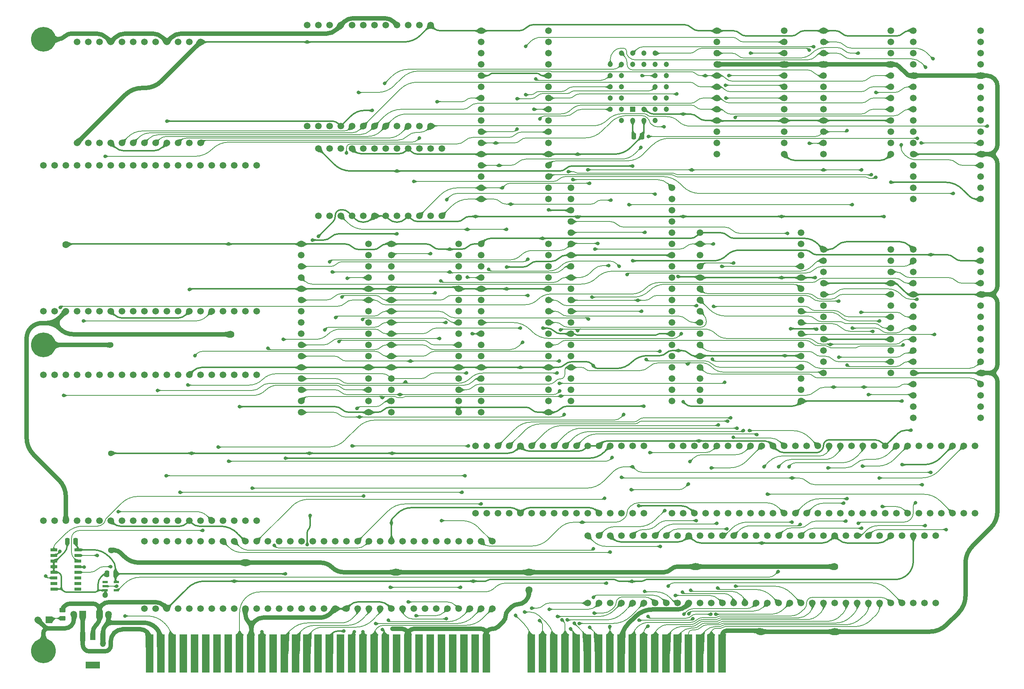
<source format=gtl>
%TF.GenerationSoftware,KiCad,Pcbnew,8.0.4*%
%TF.CreationDate,2024-08-13T10:03:18+02:00*%
%TF.ProjectId,SD Card Board,53442043-6172-4642-9042-6f6172642e6b,rev?*%
%TF.SameCoordinates,PX26c1e00PY962f440*%
%TF.FileFunction,Copper,L1,Top*%
%TF.FilePolarity,Positive*%
%FSLAX46Y46*%
G04 Gerber Fmt 4.6, Leading zero omitted, Abs format (unit mm)*
G04 Created by KiCad (PCBNEW 8.0.4) date 2024-08-13 10:03:18*
%MOMM*%
%LPD*%
G01*
G04 APERTURE LIST*
G04 Aperture macros list*
%AMRoundRect*
0 Rectangle with rounded corners*
0 $1 Rounding radius*
0 $2 $3 $4 $5 $6 $7 $8 $9 X,Y pos of 4 corners*
0 Add a 4 corners polygon primitive as box body*
4,1,4,$2,$3,$4,$5,$6,$7,$8,$9,$2,$3,0*
0 Add four circle primitives for the rounded corners*
1,1,$1+$1,$2,$3*
1,1,$1+$1,$4,$5*
1,1,$1+$1,$6,$7*
1,1,$1+$1,$8,$9*
0 Add four rect primitives between the rounded corners*
20,1,$1+$1,$2,$3,$4,$5,0*
20,1,$1+$1,$4,$5,$6,$7,0*
20,1,$1+$1,$6,$7,$8,$9,0*
20,1,$1+$1,$8,$9,$2,$3,0*%
G04 Aperture macros list end*
%TA.AperFunction,ComponentPad*%
%ADD10C,1.500000*%
%TD*%
%TA.AperFunction,SMDPad,CuDef*%
%ADD11RoundRect,0.250000X-0.250000X-0.475000X0.250000X-0.475000X0.250000X0.475000X-0.250000X0.475000X0*%
%TD*%
%TA.AperFunction,ComponentPad*%
%ADD12R,1.500000X1.500000*%
%TD*%
%TA.AperFunction,ComponentPad*%
%ADD13C,5.600000*%
%TD*%
%TA.AperFunction,SMDPad,CuDef*%
%ADD14RoundRect,0.250000X0.250000X0.475000X-0.250000X0.475000X-0.250000X-0.475000X0.250000X-0.475000X0*%
%TD*%
%TA.AperFunction,SMDPad,CuDef*%
%ADD15R,1.250000X0.600000*%
%TD*%
%TA.AperFunction,SMDPad,CuDef*%
%ADD16R,1.550000X0.650000*%
%TD*%
%TA.AperFunction,SMDPad,CuDef*%
%ADD17R,3.300000X1.500000*%
%TD*%
%TA.AperFunction,SMDPad,CuDef*%
%ADD18R,1.200000X1.500000*%
%TD*%
%TA.AperFunction,ComponentPad*%
%ADD19C,1.200000*%
%TD*%
%TA.AperFunction,ComponentPad*%
%ADD20R,1.200000X1.200000*%
%TD*%
%TA.AperFunction,ConnectorPad*%
%ADD21R,1.780000X8.620000*%
%TD*%
%TA.AperFunction,SMDPad,CuDef*%
%ADD22RoundRect,0.250000X0.450000X-0.262500X0.450000X0.262500X-0.450000X0.262500X-0.450000X-0.262500X0*%
%TD*%
%TA.AperFunction,ViaPad*%
%ADD23C,1.600000*%
%TD*%
%TA.AperFunction,ViaPad*%
%ADD24C,0.800000*%
%TD*%
%TA.AperFunction,ViaPad*%
%ADD25C,1.300000*%
%TD*%
%TA.AperFunction,Conductor*%
%ADD26C,0.380000*%
%TD*%
%TA.AperFunction,Conductor*%
%ADD27C,1.000000*%
%TD*%
%TA.AperFunction,Conductor*%
%ADD28C,0.200000*%
%TD*%
G04 APERTURE END LIST*
D10*
%TO.P,B16,64,A0*%
%TO.N,/A0*%
X22860000Y24765000D03*
%TO.P,B16,63,A1*%
%TO.N,/A1*%
X25400000Y24765000D03*
%TO.P,B16,62,A2*%
%TO.N,/A2*%
X27940000Y24765000D03*
%TO.P,B16,61,A3*%
%TO.N,/A3*%
X30480000Y24765000D03*
%TO.P,B16,60,A4*%
%TO.N,/A4*%
X33020000Y24765000D03*
%TO.P,B16,59,A5*%
%TO.N,/A5*%
X35560000Y24765000D03*
%TO.P,B16,58,A6*%
%TO.N,/A6*%
X38100000Y24765000D03*
%TO.P,B16,57,A7*%
%TO.N,/A7*%
X40640000Y24765000D03*
%TO.P,B16,56,A8*%
%TO.N,/A8*%
X43180000Y24765000D03*
%TO.P,B16,55,GND*%
%TO.N,/GND*%
X45720000Y24765000D03*
%TO.P,B16,54,A9*%
%TO.N,/A9*%
X48260000Y24765000D03*
%TO.P,B16,53,A10*%
%TO.N,/A10*%
X50800000Y24765000D03*
%TO.P,B16,52,A11*%
%TO.N,/A11*%
X53340000Y24765000D03*
%TO.P,B16,51,A12*%
%TO.N,/A12*%
X55880000Y24765000D03*
%TO.P,B16,50,A13*%
%TO.N,/A13*%
X58420000Y24765000D03*
%TO.P,B16,49,A14*%
%TO.N,/A14*%
X60960000Y24765000D03*
%TO.P,B16,48,A15*%
%TO.N,unconnected-(B16-A15-Pad48)*%
X63500000Y24765000D03*
%TO.P,B16,47,A16*%
%TO.N,unconnected-(B16-A16-Pad47)*%
X66040000Y24765000D03*
%TO.P,B16,46,~{RD}*%
%TO.N,/~{RD}*%
X68580000Y24765000D03*
%TO.P,B16,45,~{WD}*%
%TO.N,/~{WD}*%
X71120000Y24765000D03*
%TO.P,B16,44,S*%
%TO.N,/PHI2*%
X73660000Y24765000D03*
%TO.P,B16,43,D7*%
%TO.N,/D0*%
X76200000Y24765000D03*
%TO.P,B16,42,GND*%
%TO.N,/GND*%
X78740000Y24765000D03*
%TO.P,B16,41,D6*%
%TO.N,/D1*%
X81280000Y24765000D03*
%TO.P,B16,40,D5*%
%TO.N,/D2*%
X83820000Y24765000D03*
%TO.P,B16,39,D4*%
%TO.N,/D3*%
X86360000Y24765000D03*
%TO.P,B16,38,D3*%
%TO.N,/D4*%
X88900000Y24765000D03*
%TO.P,B16,37,D2*%
%TO.N,/D5*%
X91440000Y24765000D03*
%TO.P,B16,36,D1*%
%TO.N,/D6*%
X93980000Y24765000D03*
%TO.P,B16,35,5V*%
%TO.N,/5V*%
X96520000Y24765000D03*
%TO.P,B16,34,D0*%
%TO.N,/D7*%
X99060000Y24765000D03*
%TO.P,B16,33,Deivce_~{CS}*%
%TO.N,/~{Device Select}*%
X101600000Y24765000D03*
%TO.P,B16,32,Deivce_~{CS}_{IN}*%
%TO.N,/~{Select}_{D}*%
X101600000Y9525000D03*
%TO.P,B16,31,D0_{IN/OUT}*%
%TO.N,/D7_{D}*%
X99060000Y9525000D03*
%TO.P,B16,30,D1_{IN/OUT}*%
%TO.N,/D6_{D}*%
X96520001Y9525000D03*
%TO.P,B16,29,D2_{IN/OUT}*%
%TO.N,/D5_{D}*%
X93980000Y9525000D03*
%TO.P,B16,28,D3_{IN/OUT}*%
%TO.N,/D4_{D}*%
X91440000Y9525000D03*
%TO.P,B16,27,D4_{IN/OUT}*%
%TO.N,/D3_{D}*%
X88900000Y9525000D03*
%TO.P,B16,26,D5_{IN/OUT}*%
%TO.N,/D2_{D}*%
X86360001Y9525000D03*
%TO.P,B16,25,D6_{IN/OUT}*%
%TO.N,/D1_{D}*%
X83819999Y9525000D03*
%TO.P,B16,24,D7_{IN/OUT}*%
%TO.N,/D0_{D}*%
X81280000Y9525000D03*
%TO.P,B16,23,GND*%
%TO.N,/GND*%
X78740000Y9525000D03*
%TO.P,B16,22,S_{IN}*%
%TO.N,/CLK_{D}*%
X76200000Y9525000D03*
%TO.P,B16,21,~{WD}_{IN}*%
%TO.N,/~{WD}_{D}*%
X73659999Y9525000D03*
%TO.P,B16,20,~{RD}_{IN}*%
%TO.N,/~{RD}_{D}*%
X71120000Y9525000D03*
%TO.P,B16,19,A16_{IN}*%
%TO.N,/GND*%
X68580000Y9525000D03*
%TO.P,B16,18,A15_{IN}*%
X66040000Y9525000D03*
%TO.P,B16,17,A14_{IN}*%
%TO.N,/A14_{D}*%
X63500001Y9525000D03*
%TO.P,B16,16,A13_{IN}*%
%TO.N,/A13_{D}*%
X60959999Y9525000D03*
%TO.P,B16,15,A12_{IN}*%
%TO.N,/A12_{D}*%
X58420000Y9525000D03*
%TO.P,B16,14,A11_{IN}*%
%TO.N,/A11_{D}*%
X55880000Y9525000D03*
%TO.P,B16,13,A10_{IN}*%
%TO.N,/A10_{D}*%
X53340000Y9525000D03*
%TO.P,B16,12,A9_{IN}*%
%TO.N,/A9_{D}*%
X50799999Y9525000D03*
%TO.P,B16,11,A8_{IN}*%
%TO.N,/A8_{D}*%
X48260000Y9525000D03*
%TO.P,B16,10,GND*%
%TO.N,/GND*%
X45720000Y9525000D03*
%TO.P,B16,9,A7_{IN}*%
%TO.N,/A7_{D}*%
X43180000Y9525000D03*
%TO.P,B16,8,A6_{IN}*%
%TO.N,/A6_{D}*%
X40640001Y9525000D03*
%TO.P,B16,7,A5_{IN}*%
%TO.N,/A5_{D}*%
X38100000Y9525000D03*
%TO.P,B16,6,A4_{IN}*%
%TO.N,/A4_{D}*%
X35560000Y9525000D03*
%TO.P,B16,5,A3_{IN}*%
%TO.N,/A3_{D}*%
X33020000Y9525000D03*
%TO.P,B16,4,A2_{IN}*%
%TO.N,/A2_{D}*%
X30480000Y9525000D03*
%TO.P,B16,3,5V*%
%TO.N,/5V*%
X27939999Y9525000D03*
%TO.P,B16,2,A1_{IN}*%
%TO.N,/A1_{D}*%
X25400000Y9525000D03*
%TO.P,B16,1,A0_{IN}*%
%TO.N,/A0_{D}*%
X22860000Y9525000D03*
%TD*%
%TO.P,B17,24,N.C.*%
%TO.N,unconnected-(B17-N.C.-Pad24)*%
X59690000Y141605000D03*
%TO.P,B17,23,N.C.*%
%TO.N,unconnected-(B17-N.C.-Pad23)*%
X62230000Y141605000D03*
%TO.P,B17,22,N.C.*%
%TO.N,unconnected-(B17-N.C.-Pad22)*%
X64769999Y141605000D03*
%TO.P,B17,21,GND*%
%TO.N,/GND*%
X67310000Y141605000D03*
%TO.P,B17,20,N.C.*%
%TO.N,unconnected-(B17-N.C.-Pad20)*%
X69850000Y141605000D03*
%TO.P,B17,19,N.C.*%
%TO.N,unconnected-(B17-N.C.-Pad19)*%
X72390000Y141605000D03*
%TO.P,B17,18,N.C.*%
%TO.N,unconnected-(B17-N.C.-Pad18)*%
X74930000Y141605000D03*
%TO.P,B17,17,N.C.*%
%TO.N,unconnected-(B17-N.C.-Pad17)*%
X77470001Y141605000D03*
%TO.P,B17,16,GND*%
%TO.N,/GND*%
X80010000Y141605000D03*
%TO.P,B17,15,N.C.*%
%TO.N,unconnected-(B17-N.C.-Pad15)*%
X82550000Y141605000D03*
%TO.P,B17,14,N.C.*%
%TO.N,unconnected-(B17-N.C.-Pad14)*%
X85090000Y141605000D03*
%TO.P,B17,13,5V*%
%TO.N,/5V*%
X87629999Y141605000D03*
%TO.P,B17,12,CLK*%
%TO.N,/SD CLK*%
X87629999Y118745000D03*
%TO.P,B17,11,~{Card_Enable}*%
%TO.N,/~{SD Card Enable}0*%
X85090000Y118745000D03*
%TO.P,B17,10,CMD*%
%TO.N,/SD CMD*%
X82550000Y118745000D03*
%TO.P,B17,9,GND*%
%TO.N,/GND*%
X80010000Y118745000D03*
%TO.P,B17,8,DAT0*%
%TO.N,/DAT0*%
X77470001Y118745000D03*
%TO.P,B17,7,DAT1*%
%TO.N,/DAT1*%
X74930000Y118745000D03*
%TO.P,B17,6,DAT2*%
%TO.N,/DAT2*%
X72390000Y118745000D03*
%TO.P,B17,5,DAT3*%
%TO.N,/DAT3*%
X69850000Y118745000D03*
%TO.P,B17,4,GND*%
%TO.N,/GND*%
X67310000Y118745000D03*
%TO.P,B17,3,N.C.*%
%TO.N,unconnected-(B17-N.C.-Pad3)*%
X64769999Y118745000D03*
%TO.P,B17,2,N.C.*%
%TO.N,unconnected-(B17-N.C.-Pad2)*%
X62230000Y118745000D03*
%TO.P,B17,1,5V*%
%TO.N,/5V*%
X59690000Y118745000D03*
%TD*%
D11*
%TO.P,C5,2*%
%TO.N,/GND*%
X135459000Y116459000D03*
%TO.P,C5,1*%
%TO.N,/3.3V*%
X133559000Y116459000D03*
%TD*%
D10*
%TO.P,B4,24,3.3V*%
%TO.N,/3.3V*%
X62230000Y113665000D03*
%TO.P,B4,23,N.C.*%
%TO.N,unconnected-(B4-N.C.-Pad23)*%
X64770000Y113665000D03*
%TO.P,B4,22,N.C.*%
%TO.N,unconnected-(B4-N.C.-Pad22)*%
X67310000Y113665000D03*
%TO.P,B4,21,GND*%
%TO.N,/GND*%
X69850000Y113665000D03*
%TO.P,B4,20,N.C.*%
%TO.N,unconnected-(B4-N.C.-Pad20)*%
X72390000Y113665000D03*
%TO.P,B4,19,H2_{OUT}*%
%TO.N,/H2_{D}*%
X74930000Y113665000D03*
%TO.P,B4,18,H1_{OUT}*%
%TO.N,/H1_{D}*%
X77470000Y113665000D03*
%TO.P,B4,17,H0_{OUT}*%
%TO.N,/H0_{D}*%
X80010000Y113665000D03*
%TO.P,B4,16,GND*%
%TO.N,/GND*%
X82550000Y113665000D03*
%TO.P,B4,15,N.C.*%
%TO.N,unconnected-(B4-N.C.-Pad15)*%
X85090000Y113665000D03*
%TO.P,B4,14,N.C.*%
%TO.N,unconnected-(B4-N.C.-Pad14)*%
X87630000Y113665000D03*
%TO.P,B4,13,5V*%
%TO.N,/5V*%
X90170000Y113665000D03*
%TO.P,B4,12,~{WD}*%
%TO.N,/~{WD}*%
X90169999Y98425000D03*
%TO.P,B4,11,~{Device_Select}*%
%TO.N,/~{Device Select}*%
X87630000Y98425000D03*
%TO.P,B4,10,~{RD}*%
%TO.N,/~{RD}*%
X85090000Y98425000D03*
%TO.P,B4,9,GND*%
%TO.N,/GND*%
X82550000Y98425000D03*
%TO.P,B4,8,H0_{REG}*%
%TO.N,/3.3V*%
X80010001Y98425000D03*
%TO.P,B4,7,H1_{REG}*%
%TO.N,/GND*%
X77470000Y98425000D03*
%TO.P,B4,6,H2_{REG}*%
X74930000Y98425000D03*
%TO.P,B4,5,~{Device_ROM}*%
%TO.N,/~{Device ROM}*%
X72390000Y98425000D03*
%TO.P,B4,4,GND*%
%TO.N,/GND*%
X69850000Y98425000D03*
%TO.P,B4,3,~{Device_Registers}*%
%TO.N,/~{Device Registers}*%
X67309999Y98425000D03*
%TO.P,B4,2,~{Device_RAM}*%
%TO.N,/~{Device RAM}*%
X64770000Y98425000D03*
%TO.P,B4,1,5V*%
%TO.N,/5V*%
X62230000Y98425000D03*
%TD*%
%TO.P,B5,40,Write_Count_CRC_Byte_Low*%
%TO.N,/Write Count CRC Byte Low*%
X142240000Y104775000D03*
%TO.P,B5,39,Write_Count_CRC_Byte_High*%
%TO.N,/Write Count CRC Byte High*%
X142240000Y102235000D03*
%TO.P,B5,38,Q11*%
%TO.N,unconnected-(B5-Q11-Pad38)*%
X142240000Y99695000D03*
%TO.P,B5,37,Q10*%
%TO.N,unconnected-(B5-Q10-Pad37)*%
X142240000Y97155000D03*
%TO.P,B5,36,N.C.*%
%TO.N,unconnected-(B5-N.C.-Pad36)*%
X142240000Y94615000D03*
%TO.P,B5,35,N.C.*%
%TO.N,unconnected-(B5-N.C.-Pad35)*%
X142240000Y92075000D03*
%TO.P,B5,34,GND*%
%TO.N,/GND*%
X142240000Y89535000D03*
%TO.P,B5,33,Q7*%
%TO.N,unconnected-(B5-Q7-Pad33)*%
X142240000Y86995000D03*
%TO.P,B5,32,Q6*%
%TO.N,unconnected-(B5-Q6-Pad32)*%
X142240000Y84455000D03*
%TO.P,B5,31,Q5*%
%TO.N,unconnected-(B5-Q5-Pad31)*%
X142240000Y81915000D03*
%TO.P,B5,30,Q4*%
%TO.N,unconnected-(B5-Q4-Pad30)*%
X142240000Y79375000D03*
%TO.P,B5,29,Q3*%
%TO.N,unconnected-(B5-Q3-Pad29)*%
X142240000Y76835000D03*
%TO.P,B5,28,Q2*%
%TO.N,unconnected-(B5-Q2-Pad28)*%
X142240000Y74295000D03*
%TO.P,B5,27,GND*%
%TO.N,/GND*%
X142240000Y71755000D03*
%TO.P,B5,26,Q1*%
%TO.N,unconnected-(B5-Q1-Pad26)*%
X142240000Y69215000D03*
%TO.P,B5,25,Q0*%
%TO.N,unconnected-(B5-Q0-Pad25)*%
X142240000Y66675000D03*
%TO.P,B5,24,~{TCD}_{8..11}*%
%TO.N,/~{TCD}_{8..11}*%
X142240000Y64135000D03*
%TO.P,B5,23,5V*%
%TO.N,/5V*%
X142240000Y61595000D03*
%TO.P,B5,22,~{TCD}_{4..7}*%
%TO.N,unconnected-(B5-~{TCD}_{4..7}-Pad22)*%
X142240000Y59055000D03*
%TO.P,B5,21,~{TCD}_{0..3}*%
%TO.N,unconnected-(B5-~{TCD}_{0..3}-Pad21)*%
X142240000Y56515000D03*
%TO.P,B5,20,Q8*%
%TO.N,unconnected-(B5-Q8-Pad20)*%
X119380000Y56515000D03*
%TO.P,B5,19,Q9*%
%TO.N,unconnected-(B5-Q9-Pad19)*%
X119380000Y59055000D03*
%TO.P,B5,18,Second_Half_CLK*%
%TO.N,/Second Half CLK*%
X119380000Y61595000D03*
%TO.P,B5,17,~{Reset}*%
%TO.N,/~{Reset}*%
X119380000Y64135000D03*
%TO.P,B5,16,~{Load_Down_Count}*%
%TO.N,/~{Load Down Count}*%
X119380000Y66675000D03*
%TO.P,B5,15,D0*%
%TO.N,/D0*%
X119380000Y69215000D03*
%TO.P,B5,14,GND*%
%TO.N,/GND*%
X119380000Y71755000D03*
%TO.P,B5,13,D1*%
%TO.N,/D1*%
X119380000Y74295000D03*
%TO.P,B5,12,D2*%
%TO.N,/D2*%
X119380000Y76835000D03*
%TO.P,B5,11,D3*%
%TO.N,/D3*%
X119380000Y79375000D03*
%TO.P,B5,10,D4*%
%TO.N,/D4*%
X119380000Y81915000D03*
%TO.P,B5,9,D5*%
%TO.N,/D5*%
X119380000Y84455000D03*
%TO.P,B5,8,D6*%
%TO.N,/D6*%
X119380000Y86995000D03*
%TO.P,B5,7,GND*%
%TO.N,/GND*%
X119380000Y89535000D03*
%TO.P,B5,6,D7*%
%TO.N,/D7*%
X119380000Y92075000D03*
%TO.P,B5,5,~{Read_Transmit_Started}*%
%TO.N,/~{Read Transmit Started}*%
X119380000Y94615000D03*
%TO.P,B5,4,~{Read_CRC_Started}*%
%TO.N,/~{Read CRC Started}*%
X119380000Y97155000D03*
%TO.P,B5,3,5V*%
%TO.N,/5V*%
X119380000Y99695000D03*
%TO.P,B5,2,Write_Count_Data_Byte_Low*%
%TO.N,/Write Count Data Byte Low*%
X119380000Y102235000D03*
%TO.P,B5,1,Write_Count_Data_Byte_High*%
%TO.N,/Write Count Data Byte High*%
X119380000Y104775000D03*
%TD*%
%TO.P,B1,32,N.C.*%
%TO.N,unconnected-(B1-N.C.-Pad32)*%
X212090000Y90805000D03*
%TO.P,B1,31,Read*%
%TO.N,/3.3V*%
X212090000Y88265000D03*
%TO.P,B1,30,N.C.*%
%TO.N,unconnected-(B1-N.C.-Pad30)*%
X212090000Y85725000D03*
%TO.P,B1,29,GPIO0*%
%TO.N,/SD CLK*%
X212090000Y83185000D03*
%TO.P,B1,28,GND*%
%TO.N,/GND*%
X212090000Y80645000D03*
%TO.P,B1,27,GPIO1*%
%TO.N,/SD CMD*%
X212090000Y78105000D03*
%TO.P,B1,26,N.C.*%
%TO.N,unconnected-(B1-N.C.-Pad26)*%
X212090000Y75565000D03*
%TO.P,B1,25,N.C.*%
%TO.N,unconnected-(B1-N.C.-Pad25)*%
X212090000Y73025000D03*
%TO.P,B1,24,N.C.*%
%TO.N,unconnected-(B1-N.C.-Pad24)*%
X212090000Y70485000D03*
%TO.P,B1,23,N.C.*%
%TO.N,unconnected-(B1-N.C.-Pad23)*%
X212090000Y67945000D03*
%TO.P,B1,22,GPIO2*%
%TO.N,/DAT0*%
X212090000Y65405000D03*
%TO.P,B1,21,GND*%
%TO.N,/GND*%
X212090000Y62865000D03*
%TO.P,B1,20,GPIO3*%
%TO.N,/DAT3*%
X212090000Y60325000D03*
%TO.P,B1,19,N.C.*%
%TO.N,unconnected-(B1-N.C.-Pad19)*%
X212090000Y57785000D03*
%TO.P,B1,18,N.C.*%
%TO.N,unconnected-(B1-N.C.-Pad18)*%
X212090000Y55245000D03*
%TO.P,B1,17,5V*%
%TO.N,/5V*%
X212090000Y52705000D03*
%TO.P,B1,16,N.C.*%
%TO.N,unconnected-(B1-N.C.-Pad16)*%
X196850000Y52705000D03*
%TO.P,B1,15,N.C.*%
%TO.N,unconnected-(B1-N.C.-Pad15)*%
X196850000Y55245000D03*
%TO.P,B1,14,D0*%
%TO.N,/D0*%
X196850000Y57785000D03*
%TO.P,B1,13,D1*%
%TO.N,/D1*%
X196850000Y60325000D03*
%TO.P,B1,12,GND*%
%TO.N,/GND*%
X196850000Y62865000D03*
%TO.P,B1,11,D2*%
%TO.N,/D2*%
X196850000Y65405000D03*
%TO.P,B1,10,D3*%
%TO.N,/D3*%
X196850000Y67945000D03*
%TO.P,B1,9,D4*%
%TO.N,/D4*%
X196850000Y70485000D03*
%TO.P,B1,8,D5*%
%TO.N,/D5*%
X196850000Y73025000D03*
%TO.P,B1,7,D6*%
%TO.N,/D6*%
X196850000Y75565000D03*
%TO.P,B1,6,D7*%
%TO.N,/D7*%
X196850000Y78105000D03*
%TO.P,B1,5,GND*%
%TO.N,/GND*%
X196850000Y80645000D03*
%TO.P,B1,4,Enable*%
%TO.N,/Enable*%
X196850000Y83185000D03*
%TO.P,B1,3,Write_GD__{0..3}*%
%TO.N,/Write GPIO Direct*%
X196850000Y85725000D03*
%TO.P,B1,2,Read_GD__{0..3}*%
%TO.N,/Read GPIO Direct*%
X196850000Y88265000D03*
%TO.P,B1,1,5V*%
%TO.N,/5V*%
X196850000Y90805000D03*
%TD*%
%TO.P,C4,2*%
%TO.N,/GND*%
X6890000Y8255000D03*
D12*
%TO.P,C4,1*%
%TO.N,/12V*%
X8890000Y8255000D03*
%TD*%
D13*
%TO.P,H10,1,GND*%
%TO.N,/GND*%
X0Y0D03*
%TD*%
D10*
%TO.P,B20,40,N.C.*%
%TO.N,unconnected-(B20-N.C.-Pad40)*%
X0Y109855000D03*
%TO.P,B20,39,N.C.*%
%TO.N,unconnected-(B20-N.C.-Pad39)*%
X2540000Y109855000D03*
%TO.P,B20,38,N.C.*%
%TO.N,unconnected-(B20-N.C.-Pad38)*%
X5080000Y109855000D03*
%TO.P,B20,37,N.C.*%
%TO.N,unconnected-(B20-N.C.-Pad37)*%
X7620000Y109855000D03*
%TO.P,B20,36,N.C.*%
%TO.N,unconnected-(B20-N.C.-Pad36)*%
X10160000Y109855000D03*
%TO.P,B20,35,N.C.*%
%TO.N,unconnected-(B20-N.C.-Pad35)*%
X12700000Y109855000D03*
%TO.P,B20,34,GND*%
%TO.N,/GND*%
X15240000Y109855000D03*
%TO.P,B20,33,N.C.*%
%TO.N,unconnected-(B20-N.C.-Pad33)*%
X17780000Y109855000D03*
%TO.P,B20,32,N.C.*%
%TO.N,unconnected-(B20-N.C.-Pad32)*%
X20320000Y109855000D03*
%TO.P,B20,31,N.C.*%
%TO.N,unconnected-(B20-N.C.-Pad31)*%
X22860000Y109855000D03*
%TO.P,B20,30,N.C.*%
%TO.N,unconnected-(B20-N.C.-Pad30)*%
X25400000Y109855000D03*
%TO.P,B20,29,N.C.*%
%TO.N,unconnected-(B20-N.C.-Pad29)*%
X27940000Y109855000D03*
%TO.P,B20,28,N.C.*%
%TO.N,unconnected-(B20-N.C.-Pad28)*%
X30480000Y109855000D03*
%TO.P,B20,27,GND*%
%TO.N,/GND*%
X33020000Y109855000D03*
%TO.P,B20,26,N.C.*%
%TO.N,unconnected-(B20-N.C.-Pad26)*%
X35560000Y109855000D03*
%TO.P,B20,25,N.C.*%
%TO.N,unconnected-(B20-N.C.-Pad25)*%
X38100000Y109855000D03*
%TO.P,B20,24,N.C.*%
%TO.N,unconnected-(B20-N.C.-Pad24)*%
X40640000Y109855000D03*
%TO.P,B20,23,5V*%
%TO.N,/5V*%
X43180000Y109855000D03*
%TO.P,B20,22,N.C.*%
%TO.N,unconnected-(B20-N.C.-Pad22)*%
X45720000Y109855000D03*
%TO.P,B20,21,N.C.*%
%TO.N,unconnected-(B20-N.C.-Pad21)*%
X48260000Y109855000D03*
%TO.P,B20,20,N.C.*%
%TO.N,unconnected-(B20-N.C.-Pad20)*%
X48260000Y76835000D03*
%TO.P,B20,19,N.C.*%
%TO.N,unconnected-(B20-N.C.-Pad19)*%
X45720000Y76835000D03*
%TO.P,B20,18,N.C.*%
%TO.N,unconnected-(B20-N.C.-Pad18)*%
X43180000Y76835000D03*
%TO.P,B20,17,CLK*%
%TO.N,/SD CLK*%
X40640000Y76835000D03*
%TO.P,B20,16,~{Card_Enable}*%
%TO.N,/~{SD Card Enable}2*%
X38100000Y76835000D03*
%TO.P,B20,15,CMD*%
%TO.N,/SD CMD*%
X35560000Y76835000D03*
%TO.P,B20,14,GND*%
%TO.N,/GND*%
X33020000Y76835000D03*
%TO.P,B20,13,DAT0*%
%TO.N,/DAT0*%
X30480000Y76835000D03*
%TO.P,B20,12,DAT1*%
%TO.N,/DAT1*%
X27940000Y76835000D03*
%TO.P,B20,11,DAT2*%
%TO.N,/DAT2*%
X25400000Y76835000D03*
%TO.P,B20,10,DAT3*%
%TO.N,/DAT3*%
X22860000Y76835000D03*
%TO.P,B20,9,N.C.*%
%TO.N,unconnected-(B20-N.C.-Pad9)*%
X20320000Y76835000D03*
%TO.P,B20,8,N.C.*%
%TO.N,unconnected-(B20-N.C.-Pad8)*%
X17780000Y76835000D03*
%TO.P,B20,7,GND*%
%TO.N,/GND*%
X15240000Y76835000D03*
%TO.P,B20,6,N.C.*%
%TO.N,unconnected-(B20-N.C.-Pad6)*%
X12700000Y76835000D03*
%TO.P,B20,5,N.C.*%
%TO.N,unconnected-(B20-N.C.-Pad5)*%
X10160000Y76835000D03*
%TO.P,B20,4,N.C.*%
%TO.N,unconnected-(B20-N.C.-Pad4)*%
X7620000Y76835000D03*
%TO.P,B20,3,5V*%
%TO.N,/5V*%
X5080000Y76835000D03*
%TO.P,B20,2,N.C.*%
%TO.N,unconnected-(B20-N.C.-Pad2)*%
X2540000Y76835000D03*
%TO.P,B20,1,N.C.*%
%TO.N,unconnected-(B20-N.C.-Pad1)*%
X0Y76835000D03*
%TD*%
%TO.P,B7,32,Y0_{R}*%
%TO.N,unconnected-(B7-Y0_{R}-Pad32)*%
X114300000Y140335000D03*
%TO.P,B7,31,Y1_{R}*%
%TO.N,unconnected-(B7-Y1_{R}-Pad31)*%
X114300000Y137795000D03*
%TO.P,B7,30,Y2_{R}*%
%TO.N,unconnected-(B7-Y2_{R}-Pad30)*%
X114300000Y135255000D03*
%TO.P,B7,29,Y3_{R}*%
%TO.N,unconnected-(B7-Y3_{R}-Pad29)*%
X114300000Y132715000D03*
%TO.P,B7,28,GND*%
%TO.N,/GND*%
X114300000Y130175000D03*
%TO.P,B7,27,Y0_{W}*%
%TO.N,/Write Count CRC Byte Low*%
X114300000Y127635000D03*
%TO.P,B7,26,Y1_{W}*%
%TO.N,/Write Count CRC Byte High*%
X114300000Y125095000D03*
%TO.P,B7,25,Y2_{W}*%
%TO.N,/Write Clear Interrupt*%
X114300000Y122555000D03*
%TO.P,B7,24,Y3_{W}*%
%TO.N,/Write Read Start*%
X114300000Y120015000D03*
%TO.P,B7,23,Y4_{W}*%
%TO.N,/Write Flags*%
X114300000Y117475000D03*
%TO.P,B7,22,Y5_{W}*%
%TO.N,unconnected-(B7-Y5_{W}-Pad22)*%
X114300000Y114935000D03*
%TO.P,B7,21,GND*%
%TO.N,/GND*%
X114300000Y112395000D03*
%TO.P,B7,20,Y6_{W}*%
%TO.N,/Write Data Low*%
X114300000Y109855000D03*
%TO.P,B7,19,Y7_{W}*%
%TO.N,/Write Data High*%
X114300000Y107315000D03*
%TO.P,B7,18,N.C.*%
%TO.N,unconnected-(B7-N.C.-Pad18)*%
X114300000Y104775000D03*
%TO.P,B7,17,5V*%
%TO.N,/5V*%
X114300000Y102235000D03*
%TO.P,B7,16,~{WD}*%
%TO.N,/~{WD}*%
X99060000Y102235001D03*
%TO.P,B7,15,~{RD}*%
%TO.N,/~{RD}*%
X99060000Y104775000D03*
%TO.P,B7,14,N.C.*%
%TO.N,unconnected-(B7-N.C.-Pad14)*%
X99060000Y107315000D03*
%TO.P,B7,13,A0*%
%TO.N,/A0*%
X99060000Y109855000D03*
%TO.P,B7,12,GND*%
%TO.N,/GND*%
X99060000Y112395001D03*
%TO.P,B7,11,A1*%
%TO.N,/A1*%
X99060000Y114935000D03*
%TO.P,B7,10,A2*%
%TO.N,/A2*%
X99060000Y117475000D03*
%TO.P,B7,9,E3*%
%TO.N,/~{A4}*%
X99060000Y120015000D03*
%TO.P,B7,8,~{E2}*%
%TO.N,/~{A3}*%
X99060000Y122554999D03*
%TO.P,B7,7,Y4_{R}*%
%TO.N,/Read Flags*%
X99060000Y125095000D03*
%TO.P,B7,6,Y5_{R}*%
%TO.N,unconnected-(B7-Y5_{R}-Pad6)*%
X99060000Y127635000D03*
%TO.P,B7,5,GND*%
%TO.N,/GND*%
X99060000Y130175000D03*
%TO.P,B7,4,~{Device_Registers}*%
%TO.N,/~{Device Registers}*%
X99060000Y132715000D03*
%TO.P,B7,3,Y6_{R}*%
%TO.N,unconnected-(B7-Y6_{R}-Pad3)*%
X99060000Y135255001D03*
%TO.P,B7,2,Y7_{R}*%
%TO.N,unconnected-(B7-Y7_{R}-Pad2)*%
X99060000Y137795000D03*
%TO.P,B7,1,5V*%
%TO.N,/5V*%
X99060000Y140335000D03*
%TD*%
D14*
%TO.P,C6,2*%
%TO.N,/GND*%
X14401000Y17399000D03*
%TO.P,C6,1*%
%TO.N,/3.3V*%
X16301000Y17399000D03*
%TD*%
D10*
%TO.P,B9,32,N.C.*%
%TO.N,unconnected-(B9-N.C.-Pad32)*%
X73592000Y92075000D03*
%TO.P,B9,31,N.C.*%
%TO.N,unconnected-(B9-N.C.-Pad31)*%
X73592000Y89535000D03*
%TO.P,B9,30,INT*%
%TO.N,unconnected-(B9-INT-Pad30)*%
X73592000Y86995000D03*
%TO.P,B9,29,~{INT}*%
%TO.N,/~{Interrupt}_{D}*%
X73592000Y84455000D03*
%TO.P,B9,28,GND*%
%TO.N,/GND*%
X73592000Y81915000D03*
%TO.P,B9,27,Enable*%
%TO.N,/Enable*%
X73592000Y79375000D03*
%TO.P,B9,26,~{Enable}*%
%TO.N,/~{Enable}_{D}*%
X73592000Y76835000D03*
%TO.P,B9,25,N.C.*%
%TO.N,unconnected-(B9-N.C.-Pad25)*%
X73592000Y74295000D03*
%TO.P,B9,24,F5*%
%TO.N,unconnected-(B9-F5-Pad24)*%
X73592000Y71755000D03*
%TO.P,B9,23,F4*%
%TO.N,unconnected-(B9-F4-Pad23)*%
X73592000Y69215000D03*
%TO.P,B9,22,F3*%
%TO.N,unconnected-(B9-F3-Pad22)*%
X73592000Y66675000D03*
%TO.P,B9,21,GND*%
%TO.N,/GND*%
X73592000Y64135000D03*
%TO.P,B9,20,F2*%
%TO.N,unconnected-(B9-F2-Pad20)*%
X73592000Y61595000D03*
%TO.P,B9,19,F1*%
%TO.N,/Card ID1*%
X73592000Y59055000D03*
%TO.P,B9,18,F0*%
%TO.N,/Card ID0*%
X73592000Y56515000D03*
%TO.P,B9,17,5V*%
%TO.N,/5V*%
X73592000Y53975000D03*
%TO.P,B9,16,D0*%
%TO.N,/D0*%
X58352000Y53975000D03*
%TO.P,B9,15,D1*%
%TO.N,/D1*%
X58352000Y56515000D03*
%TO.P,B9,14,D2*%
%TO.N,/D2*%
X58352000Y59055000D03*
%TO.P,B9,13,D3*%
%TO.N,/D3*%
X58352000Y61595000D03*
%TO.P,B9,12,GND*%
%TO.N,/GND*%
X58352000Y64135000D03*
%TO.P,B9,11,D4*%
%TO.N,/D4*%
X58352000Y66675000D03*
%TO.P,B9,10,D5*%
%TO.N,/D5*%
X58352000Y69215000D03*
%TO.P,B9,9,D6*%
%TO.N,/D6*%
X58352000Y71755000D03*
%TO.P,B9,8,D7*%
%TO.N,/D7*%
X58352000Y74295000D03*
%TO.P,B9,7,Write_Flags*%
%TO.N,/Write Flags*%
X58352000Y76835000D03*
%TO.P,B9,6,Read_Flags*%
%TO.N,/Read Flags*%
X58352000Y79375000D03*
%TO.P,B9,5,GND*%
%TO.N,/GND*%
X58352000Y81915000D03*
%TO.P,B9,4,~{Set_Interrupt_on_CLK}*%
%TO.N,/~{Stop Read Funk}*%
X58352000Y84455000D03*
%TO.P,B9,3,Write_Clear_Interrupt*%
%TO.N,/Write Clear Interrupt*%
X58352000Y86995000D03*
%TO.P,B9,2,Interrupt_CLK*%
%TO.N,/PHI2*%
X58352000Y89535000D03*
%TO.P,B9,1,5V*%
%TO.N,/5V*%
X58352000Y92075000D03*
%TD*%
%TO.P,C3,2*%
%TO.N,/GND*%
X14700000Y8255000D03*
D12*
%TO.P,C3,1*%
%TO.N,/5V*%
X12700000Y8255000D03*
%TD*%
D15*
%TO.P,IC2,5,3V*%
%TO.N,/3.3V*%
X16490000Y15555000D03*
%TO.P,IC2,4,Y*%
%TO.N,/Fast CLK*%
X16490000Y13655000D03*
%TO.P,IC2,3,GND*%
%TO.N,/GND*%
X13990000Y13655000D03*
%TO.P,IC2,2,A*%
%TO.N,/CLK_{M}*%
X13990000Y14605000D03*
%TO.P,IC2,1,n.c.*%
%TO.N,unconnected-(IC2-n.c.-Pad1)*%
X13990000Y15555000D03*
%TD*%
D10*
%TO.P,B3,64,N.C.*%
%TO.N,unconnected-(B3-N.C.-Pad64)*%
X201930000Y10795000D03*
%TO.P,B3,63,N.C.*%
%TO.N,unconnected-(B3-N.C.-Pad63)*%
X199390000Y10795000D03*
%TO.P,B3,62,MS*%
%TO.N,unconnected-(B3-MS-Pad62)*%
X196850000Y10795000D03*
%TO.P,B3,61,M~{RD}*%
%TO.N,/~{WD}_{M}*%
X194310000Y10795000D03*
%TO.P,B3,60,M~{WD}*%
%TO.N,/~{RD}_{M}*%
X191770000Y10795000D03*
%TO.P,B3,59,MA23*%
%TO.N,/A0_{M}*%
X189230000Y10795000D03*
%TO.P,B3,58,MA22*%
%TO.N,/A1_{M}*%
X186690000Y10795000D03*
%TO.P,B3,57,MA21*%
%TO.N,/A2_{M}*%
X184150000Y10795000D03*
%TO.P,B3,56,MA20*%
%TO.N,/A3_{M}*%
X181610000Y10795000D03*
%TO.P,B3,55,GND*%
%TO.N,/GND*%
X179070000Y10795000D03*
%TO.P,B3,54,MA19*%
%TO.N,/A4_{M}*%
X176530000Y10795000D03*
%TO.P,B3,53,MA18*%
%TO.N,/A5_{M}*%
X173990000Y10795000D03*
%TO.P,B3,52,MA17*%
%TO.N,/A6_{M}*%
X171450000Y10795000D03*
%TO.P,B3,51,MA16*%
%TO.N,/A7_{M}*%
X168910000Y10795000D03*
%TO.P,B3,50,MA15*%
%TO.N,/A8_{M}*%
X166370000Y10795000D03*
%TO.P,B3,49,MA14*%
%TO.N,/A9_{M}*%
X163830000Y10795000D03*
%TO.P,B3,48,MA13*%
%TO.N,/A10_{M}*%
X161290000Y10795000D03*
%TO.P,B3,47,MA12*%
%TO.N,/A11_{M}*%
X158750000Y10795000D03*
%TO.P,B3,46,MA11*%
%TO.N,/A12_{M}*%
X156210000Y10795000D03*
%TO.P,B3,45,MA10*%
%TO.N,/A13_{M}*%
X153670000Y10795000D03*
%TO.P,B3,44,MA9*%
%TO.N,/A14_{M}*%
X151130000Y10795000D03*
%TO.P,B3,43,MA8*%
%TO.N,/A15_{M}*%
X148590000Y10795000D03*
%TO.P,B3,42,GND*%
%TO.N,/GND*%
X146050000Y10795000D03*
%TO.P,B3,41,MA7*%
%TO.N,/A16_{M}*%
X143510000Y10795000D03*
%TO.P,B3,40,MA6*%
%TO.N,/A17_{M}*%
X140970000Y10795000D03*
%TO.P,B3,39,MA5*%
%TO.N,/A18_{M}*%
X138430000Y10795000D03*
%TO.P,B3,38,MA4*%
%TO.N,/A19_{M}*%
X135890000Y10795000D03*
%TO.P,B3,37,MA3*%
%TO.N,/A20_{M}*%
X133350000Y10795000D03*
%TO.P,B3,36,MA2*%
%TO.N,/A21_{M}*%
X130810000Y10795000D03*
%TO.P,B3,35,5V*%
%TO.N,/5V*%
X128270000Y10795000D03*
%TO.P,B3,34,MA1*%
%TO.N,/A22_{M}*%
X125730000Y10795000D03*
%TO.P,B3,33,MA0*%
%TO.N,/A23_{M}*%
X123190000Y10795000D03*
%TO.P,B3,32,A0*%
%TO.N,/MA23*%
X123190000Y26035000D03*
%TO.P,B3,31,A1*%
%TO.N,/MA22*%
X125730000Y26035000D03*
%TO.P,B3,30,S*%
%TO.N,/GND*%
X128269999Y26035000D03*
%TO.P,B3,29,A2*%
%TO.N,/MA21*%
X130810000Y26035000D03*
%TO.P,B3,28,A3*%
%TO.N,/MA20*%
X133350000Y26035000D03*
%TO.P,B3,27,A4*%
%TO.N,/MA19*%
X135890000Y26035000D03*
%TO.P,B3,26,A5*%
%TO.N,/MA18*%
X138429999Y26035000D03*
%TO.P,B3,25,A6*%
%TO.N,/MA17*%
X140970001Y26035000D03*
%TO.P,B3,24,A7*%
%TO.N,/MA16*%
X143510000Y26035000D03*
%TO.P,B3,23,GND*%
%TO.N,/GND*%
X146050000Y26035000D03*
%TO.P,B3,22,A8*%
%TO.N,/MA15*%
X148590000Y26035000D03*
%TO.P,B3,21,A9*%
%TO.N,/MA14*%
X151130001Y26035000D03*
%TO.P,B3,20,A10*%
%TO.N,/MA13*%
X153670000Y26035000D03*
%TO.P,B3,19,A11*%
%TO.N,/MA12*%
X156210000Y26035000D03*
%TO.P,B3,18,A12*%
%TO.N,/MA11*%
X158750000Y26035000D03*
%TO.P,B3,17,A13*%
%TO.N,/MA10*%
X161289999Y26035000D03*
%TO.P,B3,16,A14*%
%TO.N,/MA9*%
X163830001Y26035000D03*
%TO.P,B3,15,A15*%
%TO.N,/MA8*%
X166370000Y26035000D03*
%TO.P,B3,14,A16*%
%TO.N,/MA7*%
X168910000Y26035000D03*
%TO.P,B3,13,A17*%
%TO.N,/MA6*%
X171450000Y26035000D03*
%TO.P,B3,12,A18*%
%TO.N,/MA5*%
X173990001Y26035000D03*
%TO.P,B3,11,A19*%
%TO.N,/MA4*%
X176530000Y26035000D03*
%TO.P,B3,10,GND*%
%TO.N,/GND*%
X179070000Y26035000D03*
%TO.P,B3,9,A20*%
%TO.N,/MA3*%
X181610000Y26035000D03*
%TO.P,B3,8,A21*%
%TO.N,/MA2*%
X184149999Y26035000D03*
%TO.P,B3,7,A22*%
%TO.N,/MA1*%
X186690000Y26035000D03*
%TO.P,B3,6,A23*%
%TO.N,/MA0*%
X189230000Y26035000D03*
%TO.P,B3,5,~{WD}*%
%TO.N,/GND*%
X191770000Y26035000D03*
%TO.P,B3,4,~{RD}*%
%TO.N,/3.3V*%
X194310000Y26035000D03*
%TO.P,B3,3,5V*%
%TO.N,/5V*%
X196850001Y26035000D03*
%TO.P,B3,2,~{Main}*%
%TO.N,/~{Main}*%
X199390000Y26035000D03*
%TO.P,B3,1,~{Main_Access_Slot}*%
%TO.N,/~{Main Access}*%
X201930000Y26035000D03*
%TD*%
D16*
%TO.P,IC8,16,3V*%
%TO.N,/3.3V*%
X7805000Y22860000D03*
%TO.P,IC8,15,~{Y0}*%
%TO.N,/~{SD Card Enable}0*%
X7805000Y21590000D03*
%TO.P,IC8,14,~{Y1}*%
%TO.N,/~{SD Card Enable}1*%
X7805000Y20320000D03*
%TO.P,IC8,13,~{Y2}*%
%TO.N,/~{SD Card Enable}2*%
X7805000Y19050000D03*
%TO.P,IC8,12,~{Y3}*%
%TO.N,/~{SD Card Enable}3*%
X7805000Y17780000D03*
%TO.P,IC8,11,~{Y4}*%
%TO.N,unconnected-(IC8-~{Y4}-Pad11)*%
X7805000Y16510000D03*
%TO.P,IC8,10,~{Y5}*%
%TO.N,unconnected-(IC8-~{Y5}-Pad10)*%
X7805000Y15240000D03*
%TO.P,IC8,9,~{Y6}*%
%TO.N,unconnected-(IC8-~{Y6}-Pad9)*%
X7805000Y13970000D03*
%TO.P,IC8,8,GND*%
%TO.N,/GND*%
X2355000Y13970000D03*
%TO.P,IC8,7,~{Y7}*%
%TO.N,unconnected-(IC8-~{Y7}-Pad7)*%
X2355000Y15240000D03*
%TO.P,IC8,6,E3*%
%TO.N,/Enable*%
X2355000Y16510000D03*
%TO.P,IC8,5,~{E2}*%
%TO.N,/GND*%
X2355000Y17780000D03*
%TO.P,IC8,4,~{E1}*%
X2355000Y19050000D03*
%TO.P,IC8,3,A2*%
X2355000Y20320000D03*
%TO.P,IC8,2,A1*%
%TO.N,/Card ID1*%
X2355000Y21590000D03*
%TO.P,IC8,1,A0*%
%TO.N,/Card ID0*%
X2355000Y22860000D03*
%TD*%
D10*
%TO.P,B2,24,3.3V*%
%TO.N,unconnected-(B2-3.3V-Pad24)*%
X191770000Y90805000D03*
%TO.P,B2,23,Write_Clock_Speed_Select*%
%TO.N,/Write Read Start*%
X191770000Y88265000D03*
%TO.P,B2,22,SD_CLK*%
%TO.N,/SD CLK*%
X191770000Y85725000D03*
%TO.P,B2,21,GND*%
%TO.N,/GND*%
X191770000Y83185000D03*
%TO.P,B2,20,~{Second_Half_CLK}_{Dragged1}*%
%TO.N,/~{Second Half CLK}_{Dragged1}*%
X191770000Y80645000D03*
%TO.P,B2,19,First_Half_CLK*%
%TO.N,/First Half CLK*%
X191770000Y78105000D03*
%TO.P,B2,18,Second_Half_CLK*%
%TO.N,/Second Half CLK*%
X191770000Y75565000D03*
%TO.P,B2,17,~{Second_Half_CLK}_{Dragged2}*%
%TO.N,/~{Second Half CLK}_{Dragged2}*%
X191770000Y73025000D03*
%TO.P,B2,16,GND*%
%TO.N,/GND*%
X191770000Y70485000D03*
%TO.P,B2,15,N.C.*%
%TO.N,unconnected-(B2-N.C.-Pad15)*%
X191770000Y67945000D03*
%TO.P,B2,14,~{Write_Clock_Speed_Select}*%
%TO.N,/~{Write Read Start}*%
X191770000Y65405000D03*
%TO.P,B2,13,5V*%
%TO.N,/5V*%
X191770000Y62865000D03*
%TO.P,B2,12,~{Reset}*%
%TO.N,/~{Reset}*%
X176530000Y62865000D03*
%TO.P,B2,11,N.C.*%
%TO.N,unconnected-(B2-N.C.-Pad11)*%
X176530000Y65405000D03*
%TO.P,B2,10,N.C.*%
%TO.N,unconnected-(B2-N.C.-Pad10)*%
X176530000Y67945000D03*
%TO.P,B2,9,GND*%
%TO.N,/GND*%
X176530000Y70485000D03*
%TO.P,B2,8,N.C.*%
%TO.N,unconnected-(B2-N.C.-Pad8)*%
X176530000Y73025000D03*
%TO.P,B2,7,N.C.*%
%TO.N,unconnected-(B2-N.C.-Pad7)*%
X176530000Y75565000D03*
%TO.P,B2,6,N.C.*%
%TO.N,unconnected-(B2-N.C.-Pad6)*%
X176530000Y78105000D03*
%TO.P,B2,5,CLK_{M}*%
%TO.N,/Fast CLK*%
X176530000Y80645000D03*
%TO.P,B2,4,GND*%
%TO.N,/GND*%
X176530000Y83185000D03*
%TO.P,B2,3,N.C.*%
%TO.N,unconnected-(B2-N.C.-Pad3)*%
X176530000Y85725000D03*
%TO.P,B2,2,~{Stop_Funk}*%
%TO.N,/~{Stop Read Funk}*%
X176530000Y88265000D03*
%TO.P,B2,1,5V*%
%TO.N,/5V*%
X176530000Y90805000D03*
%TD*%
D17*
%TO.P,IC3,4,N.C*%
%TO.N,unconnected-(IC3-N.C-Pad4)*%
X11190000Y-3200000D03*
D18*
%TO.P,IC3,3,15VIn*%
%TO.N,/12V*%
X8890000Y3200000D03*
%TO.P,IC3,2,5.0VOut*%
%TO.N,/5V*%
X11190000Y3200000D03*
%TO.P,IC3,1,GND*%
%TO.N,/GND*%
X13490000Y3200000D03*
%TD*%
D10*
%TO.P,B10,24,N.C.*%
%TO.N,unconnected-(B10-N.C.-Pad24)*%
X167640000Y140335000D03*
%TO.P,B10,23,MD7*%
%TO.N,/MD7*%
X167640000Y137795000D03*
%TO.P,B10,22,MD6*%
%TO.N,/MD6*%
X167640000Y135255000D03*
%TO.P,B10,21,GND*%
%TO.N,/GND*%
X167640000Y132715000D03*
%TO.P,B10,20,MD5*%
%TO.N,/MD5*%
X167640000Y130175000D03*
%TO.P,B10,19,MD4*%
%TO.N,/MD4*%
X167640000Y127635000D03*
%TO.P,B10,18,MD3*%
%TO.N,/MD3*%
X167640000Y125095000D03*
%TO.P,B10,17,MD2*%
%TO.N,/MD2*%
X167640000Y122555000D03*
%TO.P,B10,16,GND*%
%TO.N,/GND*%
X167640000Y120015000D03*
%TO.P,B10,15,MD1*%
%TO.N,/MD1*%
X167640000Y117475000D03*
%TO.P,B10,14,MD0*%
%TO.N,/MD0*%
X167640000Y114935000D03*
%TO.P,B10,13,5V*%
%TO.N,/5V*%
X167640000Y112395000D03*
%TO.P,B10,12,N.C.*%
%TO.N,unconnected-(B10-N.C.-Pad12)*%
X152400000Y112395000D03*
%TO.P,B10,11,N.C.*%
%TO.N,unconnected-(B10-N.C.-Pad11)*%
X152400000Y114935000D03*
%TO.P,B10,10,Second_CLK*%
%TO.N,/Second Half CLK*%
X152400000Y117475000D03*
%TO.P,B10,9,GND*%
%TO.N,/GND*%
X152400000Y120015000D03*
%TO.P,B10,8,DAT0*%
%TO.N,/DAT0*%
X152400000Y122555000D03*
%TO.P,B10,7,DAT1*%
%TO.N,/DAT1*%
X152400000Y125095000D03*
%TO.P,B10,6,DAT2*%
%TO.N,/DAT2*%
X152400000Y127635000D03*
%TO.P,B10,5,DAT3*%
%TO.N,/DAT3*%
X152400000Y130175000D03*
%TO.P,B10,4,GND*%
%TO.N,/GND*%
X152400000Y132715000D03*
%TO.P,B10,3,First_CLK*%
%TO.N,/First Half CLK*%
X152400000Y135255000D03*
%TO.P,B10,2,N.C.*%
%TO.N,unconnected-(B10-N.C.-Pad2)*%
X152400000Y137795000D03*
%TO.P,B10,1,5V*%
%TO.N,/5V*%
X152400000Y140335000D03*
%TD*%
%TO.P,B18,24,N.C.*%
%TO.N,unconnected-(B18-N.C.-Pad24)*%
X7620000Y137795000D03*
%TO.P,B18,23,N.C.*%
%TO.N,unconnected-(B18-N.C.-Pad23)*%
X10160000Y137795000D03*
%TO.P,B18,22,N.C.*%
%TO.N,unconnected-(B18-N.C.-Pad22)*%
X12699999Y137795000D03*
%TO.P,B18,21,GND*%
%TO.N,/GND*%
X15240000Y137795000D03*
%TO.P,B18,20,N.C.*%
%TO.N,unconnected-(B18-N.C.-Pad20)*%
X17780000Y137795000D03*
%TO.P,B18,19,N.C.*%
%TO.N,unconnected-(B18-N.C.-Pad19)*%
X20320000Y137795000D03*
%TO.P,B18,18,N.C.*%
%TO.N,unconnected-(B18-N.C.-Pad18)*%
X22860000Y137795000D03*
%TO.P,B18,17,N.C.*%
%TO.N,unconnected-(B18-N.C.-Pad17)*%
X25400001Y137795000D03*
%TO.P,B18,16,GND*%
%TO.N,/GND*%
X27940000Y137795000D03*
%TO.P,B18,15,N.C.*%
%TO.N,unconnected-(B18-N.C.-Pad15)*%
X30480000Y137795000D03*
%TO.P,B18,14,N.C.*%
%TO.N,unconnected-(B18-N.C.-Pad14)*%
X33020000Y137795000D03*
%TO.P,B18,13,5V*%
%TO.N,/5V*%
X35559999Y137795000D03*
%TO.P,B18,12,CLK*%
%TO.N,/SD CLK*%
X35559999Y114935000D03*
%TO.P,B18,11,~{Card_Enable}*%
%TO.N,/~{SD Card Enable}1*%
X33020000Y114935000D03*
%TO.P,B18,10,CMD*%
%TO.N,/SD CMD*%
X30480000Y114935000D03*
%TO.P,B18,9,GND*%
%TO.N,/GND*%
X27940000Y114935000D03*
%TO.P,B18,8,DAT0*%
%TO.N,/DAT0*%
X25400001Y114935000D03*
%TO.P,B18,7,DAT1*%
%TO.N,/DAT1*%
X22860000Y114935000D03*
%TO.P,B18,6,DAT2*%
%TO.N,/DAT2*%
X20320000Y114935000D03*
%TO.P,B18,5,DAT3*%
%TO.N,/DAT3*%
X17780000Y114935000D03*
%TO.P,B18,4,GND*%
%TO.N,/GND*%
X15240000Y114935000D03*
%TO.P,B18,3,N.C.*%
%TO.N,unconnected-(B18-N.C.-Pad3)*%
X12699999Y114935000D03*
%TO.P,B18,2,N.C.*%
%TO.N,unconnected-(B18-N.C.-Pad2)*%
X10160000Y114935000D03*
%TO.P,B18,1,5V*%
%TO.N,/5V*%
X7620000Y114935000D03*
%TD*%
%TO.P,B6,32,N.C.*%
%TO.N,unconnected-(B6-N.C.-Pad32)*%
X135890000Y31115000D03*
%TO.P,B6,31,N.C.*%
%TO.N,unconnected-(B6-N.C.-Pad31)*%
X133350000Y31115000D03*
%TO.P,B6,30,N.C.*%
%TO.N,unconnected-(B6-N.C.-Pad30)*%
X130810000Y31115000D03*
%TO.P,B6,29,N.C.*%
%TO.N,unconnected-(B6-N.C.-Pad29)*%
X128270000Y31115000D03*
%TO.P,B6,28,GND*%
%TO.N,/GND*%
X125730000Y31115000D03*
%TO.P,B6,27,N.C.*%
%TO.N,unconnected-(B6-N.C.-Pad27)*%
X123190000Y31115000D03*
%TO.P,B6,26,MD7*%
%TO.N,/D0_{M}*%
X120650000Y31115000D03*
%TO.P,B6,25,MD6*%
%TO.N,/D1_{M}*%
X118110000Y31115000D03*
%TO.P,B6,24,MD5*%
%TO.N,/D2_{M}*%
X115570000Y31115000D03*
%TO.P,B6,23,MD4*%
%TO.N,/D3_{M}*%
X113030000Y31115000D03*
%TO.P,B6,22,MD3*%
%TO.N,/D4_{M}*%
X110490000Y31115000D03*
%TO.P,B6,21,GND*%
%TO.N,/GND*%
X107950000Y31115000D03*
%TO.P,B6,20,MD2*%
%TO.N,/D5_{M}*%
X105410000Y31115000D03*
%TO.P,B6,19,MD1*%
%TO.N,/D6_{M}*%
X102870000Y31115000D03*
%TO.P,B6,18,MD0*%
%TO.N,/D7_{M}*%
X100330000Y31115000D03*
%TO.P,B6,17,5V*%
%TO.N,/5V*%
X97790000Y31115000D03*
%TO.P,B6,16,N.C.*%
%TO.N,unconnected-(B6-N.C.-Pad16)*%
X97790001Y46355000D03*
%TO.P,B6,15,D0*%
%TO.N,/MD7*%
X100330000Y46355000D03*
%TO.P,B6,14,D1*%
%TO.N,/MD6*%
X102870000Y46355000D03*
%TO.P,B6,13,D2*%
%TO.N,/MD5*%
X105410000Y46355000D03*
%TO.P,B6,12,GND*%
%TO.N,/GND*%
X107950001Y46355000D03*
%TO.P,B6,11,D3*%
%TO.N,/MD4*%
X110490000Y46355000D03*
%TO.P,B6,10,D4*%
%TO.N,/MD3*%
X113030000Y46355000D03*
%TO.P,B6,9,D5*%
%TO.N,/MD2*%
X115570000Y46355000D03*
%TO.P,B6,8,D6*%
%TO.N,/MD1*%
X118109999Y46355000D03*
%TO.P,B6,7,D7*%
%TO.N,/MD0*%
X120650000Y46355000D03*
%TO.P,B6,6,~{WD}*%
%TO.N,/GND*%
X123190000Y46355000D03*
%TO.P,B6,5,GND*%
X125730000Y46355000D03*
%TO.P,B6,4,~{RD}*%
%TO.N,/3.3V*%
X128270000Y46355000D03*
%TO.P,B6,3,~{Main}*%
%TO.N,/~{Main}*%
X130810001Y46355000D03*
%TO.P,B6,2,~{Main_Access_Slot}*%
%TO.N,/~{Main Access}*%
X133350000Y46355000D03*
%TO.P,B6,1,5V*%
%TO.N,/5V*%
X135890000Y46355000D03*
%TD*%
%TO.P,B13,32,N.C.*%
%TO.N,unconnected-(B13-N.C.-Pad32)*%
X171450000Y94615000D03*
%TO.P,B13,31,N.C.*%
%TO.N,unconnected-(B13-N.C.-Pad31)*%
X171450000Y92075000D03*
%TO.P,B13,30,~{Main}*%
%TO.N,/~{Main}*%
X171450000Y89535000D03*
%TO.P,B13,29,Address_CLK*%
%TO.N,/Address CLK*%
X171450000Y86995000D03*
%TO.P,B13,28,GND*%
%TO.N,/GND*%
X171450000Y84455000D03*
%TO.P,B13,27,~{Load_Down_Count}*%
%TO.N,/~{Load Down Count}*%
X171450000Y81915000D03*
%TO.P,B13,26,~{Read_CRC_Started}*%
%TO.N,/~{Read CRC Started}*%
X171450000Y79375000D03*
%TO.P,B13,25,~{Write_Count_Bank_Address}*%
%TO.N,/~{Write Count Bank Address}*%
X171450000Y76835000D03*
%TO.P,B13,24,~{Write_Count_High_Address}*%
%TO.N,/~{Write Count High Address}*%
X171450000Y74295000D03*
%TO.P,B13,23,~{Write_Count_Low_Address}*%
%TO.N,/~{Write Count Low Address}*%
X171450000Y71755000D03*
%TO.P,B13,22,Read_Data_Wide*%
%TO.N,/Read Data Wide*%
X171450000Y69215000D03*
%TO.P,B13,21,GND*%
%TO.N,/GND*%
X171450000Y66675000D03*
%TO.P,B13,20,~{Read_Transmit_Started}*%
%TO.N,/~{Read Transmit Started}*%
X171450000Y64135000D03*
%TO.P,B13,19,~{Stop_Read_Funk}*%
%TO.N,/~{Stop Read Funk}*%
X171450000Y61595000D03*
%TO.P,B13,18,N.C.*%
%TO.N,unconnected-(B13-N.C.-Pad18)*%
X171450000Y59055000D03*
%TO.P,B13,17,5V*%
%TO.N,/5V*%
X171450000Y56515000D03*
%TO.P,B13,16,DAT0*%
%TO.N,/DAT0*%
X148590000Y56515000D03*
%TO.P,B13,15,DAT1*%
%TO.N,/DAT1*%
X148590000Y59055000D03*
%TO.P,B13,14,DAT2*%
%TO.N,/DAT2*%
X148590000Y61595000D03*
%TO.P,B13,13,DAT3*%
%TO.N,/DAT3*%
X148590000Y64135000D03*
%TO.P,B13,12,GND*%
%TO.N,/GND*%
X148590000Y66675000D03*
%TO.P,B13,11,~{Write_Read_Start}*%
%TO.N,/~{Write Read Start}*%
X148590000Y69215000D03*
%TO.P,B13,10,Write_Count_Low_Address*%
%TO.N,/Write Count Low Address*%
X148590000Y71755000D03*
%TO.P,B13,9,Write_Count_High_Address*%
%TO.N,/Write Count High Address*%
X148590000Y74295000D03*
%TO.P,B13,8,Write_Count_Bank_Address*%
%TO.N,/Write Count Bank Address*%
X148590000Y76835000D03*
%TO.P,B13,7,~{Second_Half_CLK}_{Dragged2}*%
%TO.N,/~{Second Half CLK}_{Dragged2}*%
X148590000Y79375000D03*
%TO.P,B13,6,~{Second_Half_CLK}_{Dragged1}*%
%TO.N,/~{Second Half CLK}_{Dragged1}*%
X148590000Y81915000D03*
%TO.P,B13,5,GND*%
%TO.N,/GND*%
X148590000Y84455000D03*
%TO.P,B13,4,~{Reset}*%
%TO.N,/~{Reset}*%
X148590000Y86995000D03*
%TO.P,B13,3,~{TCD}_{8..11}*%
%TO.N,/~{TCD}_{8..11}*%
X148590000Y89535000D03*
%TO.P,B13,2,Second_Half_CLK*%
%TO.N,/Second Half CLK*%
X148590000Y92075000D03*
%TO.P,B13,1,5V*%
%TO.N,/5V*%
X148590000Y94615000D03*
%TD*%
%TO.P,B8,56,C23*%
%TO.N,/MA23*%
X142240000Y46355000D03*
%TO.P,B8,55,C22*%
%TO.N,/MA22*%
X144780000Y46355000D03*
%TO.P,B8,54,C21*%
%TO.N,/MA21*%
X147320000Y46355000D03*
%TO.P,B8,53,C20*%
%TO.N,/MA20*%
X149860000Y46355000D03*
%TO.P,B8,52,C19*%
%TO.N,/MA19*%
X152400000Y46355000D03*
%TO.P,B8,51,C18*%
%TO.N,/MA18*%
X154940000Y46355000D03*
%TO.P,B8,50,C17*%
%TO.N,/MA17*%
X157480000Y46355000D03*
%TO.P,B8,49,C16*%
%TO.N,/MA16*%
X160020000Y46355000D03*
%TO.P,B8,48,C15*%
%TO.N,/MA15*%
X162560000Y46355000D03*
%TO.P,B8,47,GND*%
%TO.N,/GND*%
X165100000Y46355000D03*
%TO.P,B8,46,C14*%
%TO.N,/MA14*%
X167640000Y46355000D03*
%TO.P,B8,45,C13*%
%TO.N,/MA13*%
X170180000Y46355000D03*
%TO.P,B8,44,C12*%
%TO.N,/MA12*%
X172720000Y46355000D03*
%TO.P,B8,43,C11*%
%TO.N,/MA11*%
X175260000Y46355000D03*
%TO.P,B8,42,C10*%
%TO.N,/MA10*%
X177800000Y46355000D03*
%TO.P,B8,41,C9*%
%TO.N,/MA9*%
X180340000Y46355000D03*
%TO.P,B8,40,C8*%
%TO.N,/MA8*%
X182880000Y46355000D03*
%TO.P,B8,39,C7*%
%TO.N,/MA7*%
X185420000Y46355000D03*
%TO.P,B8,38,C6*%
%TO.N,/MA6*%
X187960000Y46355000D03*
%TO.P,B8,37,GND*%
%TO.N,/GND*%
X190500000Y46355000D03*
%TO.P,B8,36,C5*%
%TO.N,/MA5*%
X193040000Y46355000D03*
%TO.P,B8,35,C4*%
%TO.N,/MA4*%
X195580000Y46355000D03*
%TO.P,B8,34,C3*%
%TO.N,/MA3*%
X198120000Y46355000D03*
%TO.P,B8,33,C2*%
%TO.N,/MA2*%
X200660000Y46355000D03*
%TO.P,B8,32,C1*%
%TO.N,/MA1*%
X203200000Y46355000D03*
%TO.P,B8,31,5V*%
%TO.N,/5V*%
X205740000Y46355000D03*
%TO.P,B8,30,C0*%
%TO.N,/MA0*%
X208280000Y46355000D03*
%TO.P,B8,29,N.C.*%
%TO.N,unconnected-(B8-N.C.-Pad29)*%
X210820000Y46355000D03*
%TO.P,B8,28,TC_{20..23}*%
%TO.N,unconnected-(B8-TC_{20..23}-Pad28)*%
X210820000Y31115000D03*
%TO.P,B8,27,TC_{0..3}*%
%TO.N,unconnected-(B8-TC_{0..3}-Pad27)*%
X208280000Y31115000D03*
%TO.P,B8,26,Count_Enable*%
%TO.N,/Read Data Wide*%
X205740000Y31115000D03*
%TO.P,B8,25,N.C.*%
%TO.N,unconnected-(B8-N.C.-Pad25)*%
X203200000Y31115000D03*
%TO.P,B8,24,N.C.*%
%TO.N,unconnected-(B8-N.C.-Pad24)*%
X200660000Y31115000D03*
%TO.P,B8,23,~{Latch_Low}*%
%TO.N,/~{Write Count Low Address}*%
X198120000Y31115000D03*
%TO.P,B8,22,~{Latch_High}*%
%TO.N,/~{Write Count High Address}*%
X195580000Y31115000D03*
%TO.P,B8,21,~{Latch_Bank}*%
%TO.N,/~{Write Count Bank Address}*%
X193040000Y31115000D03*
%TO.P,B8,20,GND*%
%TO.N,/GND*%
X190500000Y31115000D03*
%TO.P,B8,19,N.C.*%
%TO.N,unconnected-(B8-N.C.-Pad19)*%
X187960000Y31115000D03*
%TO.P,B8,18,D0*%
%TO.N,/D0*%
X185420000Y31115000D03*
%TO.P,B8,17,D1*%
%TO.N,/D1*%
X182880000Y31115000D03*
%TO.P,B8,16,D2*%
%TO.N,/D2*%
X180340000Y31115000D03*
%TO.P,B8,15,D3*%
%TO.N,/D3*%
X177800000Y31115000D03*
%TO.P,B8,14,D4*%
%TO.N,/D4*%
X175260000Y31115000D03*
%TO.P,B8,13,D5*%
%TO.N,/D5*%
X172720000Y31115000D03*
%TO.P,B8,12,D6*%
%TO.N,/D6*%
X170180000Y31115000D03*
%TO.P,B8,11,D7*%
%TO.N,/D7*%
X167640000Y31115000D03*
%TO.P,B8,10,GND*%
%TO.N,/GND*%
X165100000Y31115000D03*
%TO.P,B8,9,N.C.*%
%TO.N,unconnected-(B8-N.C.-Pad9)*%
X162560000Y31115000D03*
%TO.P,B8,8,N.C.*%
%TO.N,unconnected-(B8-N.C.-Pad8)*%
X160020000Y31115000D03*
%TO.P,B8,7,N.C.*%
%TO.N,unconnected-(B8-N.C.-Pad7)*%
X157480000Y31115000D03*
%TO.P,B8,6,N.C.*%
%TO.N,unconnected-(B8-N.C.-Pad6)*%
X154940000Y31115000D03*
%TO.P,B8,5,N.C.*%
%TO.N,unconnected-(B8-N.C.-Pad5)*%
X152400000Y31115000D03*
%TO.P,B8,4,CLK*%
%TO.N,/Address CLK*%
X149860000Y31115000D03*
%TO.P,B8,3,5V*%
%TO.N,/5V*%
X147320000Y31115000D03*
%TO.P,B8,2,N.C.*%
%TO.N,unconnected-(B8-N.C.-Pad2)*%
X144780000Y31115000D03*
%TO.P,B8,1,~{Reset}*%
%TO.N,/~{Reset}*%
X142240000Y31115000D03*
%TD*%
D13*
%TO.P,H7,1,GND*%
%TO.N,/GND*%
X0Y69215000D03*
%TD*%
D19*
%TO.P,IC1,32,3V*%
%TO.N,/3.3V*%
X133350000Y120015000D03*
%TO.P,IC1,31,~{WE}*%
%TO.N,/~{WD}*%
X130810000Y122555000D03*
%TO.P,IC1,30,N.C.*%
%TO.N,unconnected-(IC1-N.C.-Pad30)*%
X130810000Y120015000D03*
%TO.P,IC1,29,A14*%
%TO.N,/A14*%
X128270000Y122555000D03*
%TO.P,IC1,28,A13*%
%TO.N,/A13*%
X130810000Y125095000D03*
%TO.P,IC1,27,A8*%
%TO.N,/A8*%
X128270000Y125095000D03*
%TO.P,IC1,26,A9*%
%TO.N,/A9*%
X130810000Y127635000D03*
%TO.P,IC1,25,A11*%
%TO.N,/A11*%
X128270000Y127635000D03*
%TO.P,IC1,24,~{OE}*%
%TO.N,/~{RD}*%
X130810000Y130175000D03*
%TO.P,IC1,23,A10*%
%TO.N,/A10*%
X128270000Y130175000D03*
%TO.P,IC1,22,~{CE}*%
%TO.N,/~{Device ROM}*%
X130810000Y132715000D03*
%TO.P,IC1,21,DQ7*%
%TO.N,/D7*%
X128270000Y132715000D03*
%TO.P,IC1,20,DQ6*%
%TO.N,/D6*%
X130810000Y135255000D03*
%TO.P,IC1,19,DQ5*%
%TO.N,/D5*%
X133350000Y132715000D03*
%TO.P,IC1,18,DQ4*%
%TO.N,/D4*%
X133350000Y135255000D03*
%TO.P,IC1,17,DQ3*%
%TO.N,/D3*%
X135890000Y132715000D03*
%TO.P,IC1,16,GND*%
%TO.N,/GND*%
X135890000Y135255000D03*
%TO.P,IC1,15,DQ2*%
%TO.N,/D2*%
X138430000Y132715000D03*
%TO.P,IC1,14,DQ1*%
%TO.N,/D1*%
X138430000Y135255000D03*
%TO.P,IC1,13,DQ0*%
%TO.N,/D0*%
X140970000Y132715000D03*
%TO.P,IC1,12,A0*%
%TO.N,/A0*%
X138430000Y130175000D03*
%TO.P,IC1,11,A1*%
%TO.N,/A1*%
X140970000Y130175000D03*
%TO.P,IC1,10,A2*%
%TO.N,/A2*%
X138430000Y127635000D03*
%TO.P,IC1,9,A3*%
%TO.N,/A3*%
X140970000Y127635000D03*
%TO.P,IC1,8,A4*%
%TO.N,/A4*%
X138430000Y125095000D03*
%TO.P,IC1,7,A5*%
%TO.N,/A5*%
X140970000Y125095000D03*
%TO.P,IC1,6,A6*%
%TO.N,/A6*%
X138430000Y122555000D03*
%TO.P,IC1,5,A7*%
%TO.N,/A7*%
X140970000Y122555000D03*
%TO.P,IC1,4,A12*%
%TO.N,/A12*%
X138430000Y120015000D03*
%TO.P,IC1,3,A15*%
%TO.N,/GND*%
X135890000Y122555000D03*
%TO.P,IC1,2,A16*%
X135890000Y120015000D03*
D20*
%TO.P,IC1,1,N.C.*%
%TO.N,unconnected-(IC1-N.C.-Pad1)*%
X133350000Y122555000D03*
%TD*%
D10*
%TO.P,B19,40,N.C.*%
%TO.N,unconnected-(B19-N.C.-Pad40)*%
X0Y62484000D03*
%TO.P,B19,39,N.C.*%
%TO.N,unconnected-(B19-N.C.-Pad39)*%
X2540000Y62484000D03*
%TO.P,B19,38,N.C.*%
%TO.N,unconnected-(B19-N.C.-Pad38)*%
X5080000Y62484000D03*
%TO.P,B19,37,N.C.*%
%TO.N,unconnected-(B19-N.C.-Pad37)*%
X7620000Y62484000D03*
%TO.P,B19,36,N.C.*%
%TO.N,unconnected-(B19-N.C.-Pad36)*%
X10160000Y62484000D03*
%TO.P,B19,35,N.C.*%
%TO.N,unconnected-(B19-N.C.-Pad35)*%
X12700000Y62484000D03*
%TO.P,B19,34,GND*%
%TO.N,/GND*%
X15240000Y62484000D03*
%TO.P,B19,33,N.C.*%
%TO.N,unconnected-(B19-N.C.-Pad33)*%
X17780000Y62484000D03*
%TO.P,B19,32,N.C.*%
%TO.N,unconnected-(B19-N.C.-Pad32)*%
X20320000Y62484000D03*
%TO.P,B19,31,N.C.*%
%TO.N,unconnected-(B19-N.C.-Pad31)*%
X22860000Y62484000D03*
%TO.P,B19,30,N.C.*%
%TO.N,unconnected-(B19-N.C.-Pad30)*%
X25400000Y62484000D03*
%TO.P,B19,29,N.C.*%
%TO.N,unconnected-(B19-N.C.-Pad29)*%
X27940000Y62484000D03*
%TO.P,B19,28,N.C.*%
%TO.N,unconnected-(B19-N.C.-Pad28)*%
X30480000Y62484000D03*
%TO.P,B19,27,GND*%
%TO.N,/GND*%
X33020000Y62484000D03*
%TO.P,B19,26,N.C.*%
%TO.N,unconnected-(B19-N.C.-Pad26)*%
X35560000Y62484000D03*
%TO.P,B19,25,N.C.*%
%TO.N,unconnected-(B19-N.C.-Pad25)*%
X38100000Y62484000D03*
%TO.P,B19,24,N.C.*%
%TO.N,unconnected-(B19-N.C.-Pad24)*%
X40640000Y62484000D03*
%TO.P,B19,23,5V*%
%TO.N,/5V*%
X43180000Y62484000D03*
%TO.P,B19,22,N.C.*%
%TO.N,unconnected-(B19-N.C.-Pad22)*%
X45720000Y62484000D03*
%TO.P,B19,21,N.C.*%
%TO.N,unconnected-(B19-N.C.-Pad21)*%
X48260000Y62484000D03*
%TO.P,B19,20,N.C.*%
%TO.N,unconnected-(B19-N.C.-Pad20)*%
X48260000Y29464000D03*
%TO.P,B19,19,N.C.*%
%TO.N,unconnected-(B19-N.C.-Pad19)*%
X45720000Y29464000D03*
%TO.P,B19,18,N.C.*%
%TO.N,unconnected-(B19-N.C.-Pad18)*%
X43180000Y29464000D03*
%TO.P,B19,17,CLK*%
%TO.N,/SD CLK*%
X40640000Y29464000D03*
%TO.P,B19,16,~{Card_Enable}*%
%TO.N,/~{SD Card Enable}3*%
X38100000Y29464000D03*
%TO.P,B19,15,CMD*%
%TO.N,/SD CMD*%
X35560000Y29464000D03*
%TO.P,B19,14,GND*%
%TO.N,/GND*%
X33020000Y29464000D03*
%TO.P,B19,13,DAT0*%
%TO.N,/DAT0*%
X30480000Y29464000D03*
%TO.P,B19,12,DAT1*%
%TO.N,/DAT1*%
X27940000Y29464000D03*
%TO.P,B19,11,DAT2*%
%TO.N,/DAT2*%
X25400000Y29464000D03*
%TO.P,B19,10,DAT3*%
%TO.N,/DAT3*%
X22860000Y29464000D03*
%TO.P,B19,9,N.C.*%
%TO.N,unconnected-(B19-N.C.-Pad9)*%
X20320000Y29464000D03*
%TO.P,B19,8,N.C.*%
%TO.N,unconnected-(B19-N.C.-Pad8)*%
X17780000Y29464000D03*
%TO.P,B19,7,GND*%
%TO.N,/GND*%
X15240000Y29464000D03*
%TO.P,B19,6,N.C.*%
%TO.N,unconnected-(B19-N.C.-Pad6)*%
X12700000Y29464000D03*
%TO.P,B19,5,N.C.*%
%TO.N,unconnected-(B19-N.C.-Pad5)*%
X10160000Y29464000D03*
%TO.P,B19,4,N.C.*%
%TO.N,unconnected-(B19-N.C.-Pad4)*%
X7620000Y29464000D03*
%TO.P,B19,3,5V*%
%TO.N,/5V*%
X5080000Y29464000D03*
%TO.P,B19,2,N.C.*%
%TO.N,unconnected-(B19-N.C.-Pad2)*%
X2540000Y29464000D03*
%TO.P,B19,1,N.C.*%
%TO.N,unconnected-(B19-N.C.-Pad1)*%
X0Y29464000D03*
%TD*%
%TO.P,B12,32,Y0_{R}*%
%TO.N,unconnected-(B12-Y0_{R}-Pad32)*%
X114300000Y92075000D03*
%TO.P,B12,31,Y1_{R}*%
%TO.N,unconnected-(B12-Y1_{R}-Pad31)*%
X114300000Y89535000D03*
%TO.P,B12,30,Y2_{R}*%
%TO.N,unconnected-(B12-Y2_{R}-Pad30)*%
X114300000Y86995000D03*
%TO.P,B12,29,Y3_{R}*%
%TO.N,unconnected-(B12-Y3_{R}-Pad29)*%
X114300000Y84455000D03*
%TO.P,B12,28,GND*%
%TO.N,/GND*%
X114300000Y81915000D03*
%TO.P,B12,27,Y0_{W}*%
%TO.N,/Write Count Low Address*%
X114300000Y79375000D03*
%TO.P,B12,26,Y1_{W}*%
%TO.N,/Write Count High Address*%
X114300000Y76835000D03*
%TO.P,B12,25,Y2_{W}*%
%TO.N,/Write Count Bank Address*%
X114300000Y74295000D03*
%TO.P,B12,24,Y3_{W}*%
%TO.N,unconnected-(B12-Y3_{W}-Pad24)*%
X114300000Y71755000D03*
%TO.P,B12,23,Y4_{W}*%
%TO.N,/Write GPIO Direct*%
X114300000Y69215000D03*
%TO.P,B12,22,Y5_{W}*%
%TO.N,unconnected-(B12-Y5_{W}-Pad22)*%
X114300000Y66675000D03*
%TO.P,B12,21,GND*%
%TO.N,/GND*%
X114300000Y64135000D03*
%TO.P,B12,20,Y6_{W}*%
%TO.N,/Write Count Data Byte Low*%
X114300000Y61595000D03*
%TO.P,B12,19,Y7_{W}*%
%TO.N,/Write Count Data Byte High*%
X114300000Y59055000D03*
%TO.P,B12,18,N.C.*%
%TO.N,unconnected-(B12-N.C.-Pad18)*%
X114300000Y56515000D03*
%TO.P,B12,17,5V*%
%TO.N,/5V*%
X114300000Y53975000D03*
%TO.P,B12,16,~{WD}*%
%TO.N,/~{WD}*%
X99060000Y53975000D03*
%TO.P,B12,15,~{RD}*%
%TO.N,/~{RD}*%
X99060000Y56515000D03*
%TO.P,B12,14,N.C.*%
%TO.N,unconnected-(B12-N.C.-Pad14)*%
X99060000Y59055000D03*
%TO.P,B12,13,A0*%
%TO.N,/A0*%
X99060000Y61595000D03*
%TO.P,B12,12,GND*%
%TO.N,/GND*%
X99060000Y64135000D03*
%TO.P,B12,11,A1*%
%TO.N,/A1*%
X99060000Y66675000D03*
%TO.P,B12,10,A2*%
%TO.N,/A2*%
X99060000Y69215000D03*
%TO.P,B12,9,E3*%
%TO.N,/~{A4}*%
X99060000Y71755000D03*
%TO.P,B12,8,~{E2}*%
%TO.N,/A3*%
X99060000Y74295000D03*
%TO.P,B12,7,Y4_{R}*%
%TO.N,/Read GPIO Direct*%
X99060000Y76835000D03*
%TO.P,B12,6,Y5_{R}*%
%TO.N,unconnected-(B12-Y5_{R}-Pad6)*%
X99060000Y79375000D03*
%TO.P,B12,5,GND*%
%TO.N,/GND*%
X99060000Y81915000D03*
%TO.P,B12,4,~{Device_Registers}*%
%TO.N,/~{Device Registers}*%
X99060000Y84455000D03*
%TO.P,B12,3,Y6_{R}*%
%TO.N,unconnected-(B12-Y6_{R}-Pad3)*%
X99060000Y86995000D03*
%TO.P,B12,2,Y7_{R}*%
%TO.N,unconnected-(B12-Y7_{R}-Pad2)*%
X99060000Y89535000D03*
%TO.P,B12,1,5V*%
%TO.N,/5V*%
X99060000Y92075000D03*
%TD*%
D21*
%TO.P,J1,D18,D18*%
%TO.N,/GND*%
X153619200Y-635000D03*
%TO.P,J1,D17,D17*%
%TO.N,/A0_{M}*%
X151079200Y-635000D03*
%TO.P,J1,D16,D16*%
%TO.N,/A1_{M}*%
X148539200Y-635000D03*
%TO.P,J1,D15,D15*%
%TO.N,/A2_{M}*%
X145999200Y-635000D03*
%TO.P,J1,D14,D14*%
%TO.N,/A3_{M}*%
X143459200Y-635000D03*
%TO.P,J1,D13,D13*%
%TO.N,/A4_{M}*%
X140919200Y-635000D03*
%TO.P,J1,D12,D12*%
%TO.N,/A5_{M}*%
X138379200Y-635000D03*
%TO.P,J1,D11,D11*%
%TO.N,/~{WD}_{M}*%
X135839200Y-635000D03*
%TO.P,J1,D10,D10*%
%TO.N,/~{RD}_{M}*%
X133299200Y-635000D03*
%TO.P,J1,D9,D9*%
%TO.N,/GND*%
X130759200Y-635000D03*
%TO.P,J1,D8,D8*%
%TO.N,/D0_{M}*%
X128219200Y-635000D03*
%TO.P,J1,D7,D7*%
%TO.N,/D1_{M}*%
X125679200Y-635000D03*
%TO.P,J1,D6,D6*%
%TO.N,/D2_{M}*%
X123139200Y-635000D03*
%TO.P,J1,D5,D5*%
%TO.N,/D3_{M}*%
X120599200Y-635000D03*
%TO.P,J1,D4,D4*%
%TO.N,/D4_{M}*%
X118059200Y-635000D03*
%TO.P,J1,D3,D3*%
%TO.N,/D5_{M}*%
X115519200Y-635000D03*
%TO.P,J1,D2,D2*%
%TO.N,/D6_{M}*%
X112979200Y-635000D03*
%TO.P,J1,D1,D1*%
%TO.N,/D7_{M}*%
X110439200Y-635000D03*
%TO.P,J1,B31,B31*%
%TO.N,/GND*%
X100279200Y-635000D03*
%TO.P,J1,B30,B30*%
%TO.N,/~{Memory B}*%
X97739200Y-635000D03*
%TO.P,J1,B29,B29*%
%TO.N,/~{Memory A}*%
X95199200Y-635000D03*
%TO.P,J1,B28,B28*%
%TO.N,unconnected-(J1-PadB28)*%
X92659200Y-635000D03*
%TO.P,J1,B27,B27*%
%TO.N,unconnected-(J1-PadB27)*%
X90119200Y-635000D03*
%TO.P,J1,B26,B26*%
%TO.N,unconnected-(J1-PadB26)*%
X87579200Y-635000D03*
%TO.P,J1,B25,B25*%
%TO.N,unconnected-(J1-PadB25)*%
X85039200Y-635000D03*
%TO.P,J1,B24,B24*%
%TO.N,/GND*%
X82499200Y-635000D03*
%TO.P,J1,B23,B23*%
%TO.N,unconnected-(J1-PadB23)*%
X79959200Y-635000D03*
%TO.P,J1,B22,B22*%
%TO.N,/~{Enable}_{D}*%
X77419200Y-635000D03*
%TO.P,J1,B21,B21*%
%TO.N,/~{Select}_{D}*%
X74879200Y-635000D03*
%TO.P,J1,B20,B20*%
%TO.N,/~{Reset}_{D}*%
X72339200Y-635000D03*
%TO.P,J1,B19,B19*%
%TO.N,/~{Interrupt}_{D}*%
X69799200Y-635000D03*
%TO.P,J1,B18,B18*%
%TO.N,unconnected-(J1-PadB18)*%
X67259200Y-635000D03*
%TO.P,J1,B17,B17*%
%TO.N,/GND*%
X64719200Y-635000D03*
%TO.P,J1,B16,B16*%
%TO.N,/~{CLK}_{D}*%
X62179200Y-635000D03*
%TO.P,J1,B15,B15*%
%TO.N,/CLK_{D}*%
X59639200Y-635000D03*
%TO.P,J1,B14,B14*%
%TO.N,/~{WD}_{D}*%
X57099200Y-635000D03*
%TO.P,J1,B13,B13*%
%TO.N,/~{RD}_{D}*%
X54559200Y-635000D03*
%TO.P,J1,B12,B12*%
%TO.N,unconnected-(J1-PadB12)*%
X52019200Y-635000D03*
%TO.P,J1,B11,B11*%
%TO.N,/~{Main Access}*%
X49479200Y-635000D03*
%TO.P,J1,B10,B10*%
%TO.N,/GND*%
X46939200Y-635000D03*
%TO.P,J1,B9,B9*%
%TO.N,/~{Main}*%
X44399200Y-635000D03*
%TO.P,J1,B8,B8*%
%TO.N,unconnected-(J1-PadB8)*%
X41859200Y-635000D03*
%TO.P,J1,B7,B7*%
%TO.N,unconnected-(J1-PadB7)*%
X39319200Y-635000D03*
%TO.P,J1,B6,B6*%
%TO.N,unconnected-(J1-PadB6)*%
X36779200Y-635000D03*
%TO.P,J1,B5,B5*%
%TO.N,unconnected-(J1-PadB5)*%
X34239200Y-635000D03*
%TO.P,J1,B4,B4*%
%TO.N,unconnected-(J1-PadB4)*%
X31699200Y-635000D03*
%TO.P,J1,B3,B3*%
%TO.N,/CLK_{M}*%
X29159200Y-635000D03*
%TO.P,J1,B2,B2*%
%TO.N,/GND*%
X26619200Y-635000D03*
%TO.P,J1,B1,B1*%
%TO.N,/12V*%
X24079200Y-635000D03*
%TD*%
D10*
%TO.P,B11,32,N.C.*%
%TO.N,unconnected-(B11-N.C.-Pad32)*%
X93946000Y92075000D03*
%TO.P,B11,31,N.C.*%
%TO.N,unconnected-(B11-N.C.-Pad31)*%
X93946000Y89535000D03*
%TO.P,B11,30,N.C.*%
%TO.N,unconnected-(B11-N.C.-Pad30)*%
X93946000Y86995000D03*
%TO.P,B11,29,N.C.*%
%TO.N,unconnected-(B11-N.C.-Pad29)*%
X93946000Y84455000D03*
%TO.P,B11,28,GND*%
%TO.N,/GND*%
X93946000Y81915000D03*
%TO.P,B11,27,N.C.*%
%TO.N,unconnected-(B11-N.C.-Pad27)*%
X93946000Y79375000D03*
%TO.P,B11,26,N.C.*%
%TO.N,unconnected-(B11-N.C.-Pad26)*%
X93946000Y76835000D03*
%TO.P,B11,25,~{Device_ROM}*%
%TO.N,/~{Device ROM}*%
X93946000Y74295000D03*
%TO.P,B11,24,~{Device_Registers}*%
%TO.N,/~{Device Registers}*%
X93946000Y71755000D03*
%TO.P,B11,23,~{Device_RAM}*%
%TO.N,/~{Device RAM}*%
X93946000Y69215000D03*
%TO.P,B11,22,~{A4}*%
%TO.N,/~{A4}*%
X93946000Y66675000D03*
%TO.P,B11,21,GND*%
%TO.N,/GND*%
X93946000Y64135000D03*
%TO.P,B11,20,~{A3}*%
%TO.N,/~{A3}*%
X93946000Y61595000D03*
%TO.P,B11,19,~{Reset}_{OUT}*%
%TO.N,/~{Reset}*%
X93946000Y59055000D03*
%TO.P,B11,18,Reset_{OUT}*%
%TO.N,unconnected-(B11-Reset_{OUT}-Pad18)*%
X93946000Y56515000D03*
%TO.P,B11,17,5V*%
%TO.N,/5V*%
X93946000Y53975000D03*
%TO.P,B11,16,N.C.*%
%TO.N,unconnected-(B11-N.C.-Pad16)*%
X78706000Y53975000D03*
%TO.P,B11,15,~{Reset}_{IN}*%
%TO.N,/~{Reset}_{D}*%
X78706000Y56515000D03*
%TO.P,B11,14,N.C.*%
%TO.N,unconnected-(B11-N.C.-Pad14)*%
X78706000Y59055000D03*
%TO.P,B11,13,A3*%
%TO.N,/A3*%
X78706000Y61595000D03*
%TO.P,B11,12,GND*%
%TO.N,/GND*%
X78706000Y64135000D03*
%TO.P,B11,11,A4*%
%TO.N,/A4*%
X78706000Y66675000D03*
%TO.P,B11,10,A10*%
%TO.N,/A10*%
X78706000Y69215000D03*
%TO.P,B11,9,A11*%
%TO.N,/A11*%
X78706000Y71755000D03*
%TO.P,B11,8,A12*%
%TO.N,/A12*%
X78706000Y74295000D03*
%TO.P,B11,7,A13*%
%TO.N,/A13*%
X78706000Y76835000D03*
%TO.P,B11,6,A14*%
%TO.N,/A14*%
X78706000Y79375000D03*
%TO.P,B11,5,GND*%
%TO.N,/GND*%
X78706000Y81915000D03*
%TO.P,B11,4,A15*%
X78706000Y84455000D03*
%TO.P,B11,3,A16*%
X78706000Y86995000D03*
%TO.P,B11,2,~{Device_Select}*%
%TO.N,/~{Device Select}*%
X78706000Y89535000D03*
%TO.P,B11,1,5V*%
%TO.N,/5V*%
X78706000Y92075000D03*
%TD*%
D13*
%TO.P,H1,1,GND*%
%TO.N,/GND*%
X0Y138430000D03*
%TD*%
D10*
%TO.P,B15,24,~{Write_High_Nybble}*%
%TO.N,/~{Write High Nybble}*%
X191770000Y140335000D03*
%TO.P,B15,23,~{Write_Low_Nybble}*%
%TO.N,/~{Write Low Nybble}*%
X191770000Y137795000D03*
%TO.P,B15,22,N.C.*%
%TO.N,unconnected-(B15-N.C.-Pad22)*%
X191770000Y135255000D03*
%TO.P,B15,21,GND*%
%TO.N,/GND*%
X191770000Y132715000D03*
%TO.P,B15,20,DAT3*%
%TO.N,/DAT3*%
X191770000Y130175000D03*
%TO.P,B15,19,DAT2*%
%TO.N,/DAT2*%
X191770000Y127635000D03*
%TO.P,B15,18,DAT1*%
%TO.N,/DAT1*%
X191770000Y125095000D03*
%TO.P,B15,17,DAT0*%
%TO.N,/DAT0*%
X191770000Y122555000D03*
%TO.P,B15,16,GND*%
%TO.N,/GND*%
X191770000Y120015000D03*
%TO.P,B15,15,N.C.*%
%TO.N,unconnected-(B15-N.C.-Pad15)*%
X191770000Y117475000D03*
%TO.P,B15,14,N.C.*%
%TO.N,unconnected-(B15-N.C.-Pad14)*%
X191770000Y114935000D03*
%TO.P,B15,13,5V*%
%TO.N,/5V*%
X191770000Y112395000D03*
%TO.P,B15,12,D0*%
%TO.N,/D0*%
X176530000Y112395000D03*
%TO.P,B15,11,D1*%
%TO.N,/D1*%
X176530000Y114935000D03*
%TO.P,B15,10,D2*%
%TO.N,/D2*%
X176530000Y117475000D03*
%TO.P,B15,9,GND*%
%TO.N,/GND*%
X176530000Y120015000D03*
%TO.P,B15,8,D3*%
%TO.N,/D3*%
X176530000Y122555000D03*
%TO.P,B15,7,D4*%
%TO.N,/D4*%
X176530000Y125095000D03*
%TO.P,B15,6,D5*%
%TO.N,/D5*%
X176530000Y127635000D03*
%TO.P,B15,5,D6*%
%TO.N,/D6*%
X176530000Y130175000D03*
%TO.P,B15,4,GND*%
%TO.N,/GND*%
X176530000Y132715000D03*
%TO.P,B15,3,D7*%
%TO.N,/D7*%
X176530000Y135255000D03*
%TO.P,B15,2,Write_Data*%
%TO.N,/Write Data*%
X176530000Y137795000D03*
%TO.P,B15,1,5V*%
%TO.N,/5V*%
X176530000Y140335000D03*
%TD*%
D14*
%TO.P,C1,2*%
%TO.N,/GND*%
X5384000Y24765000D03*
%TO.P,C1,1*%
%TO.N,/3.3V*%
X7284000Y24765000D03*
%TD*%
D22*
%TO.P,R3,2*%
%TO.N,/5V*%
X4308000Y9167500D03*
%TO.P,R3,1*%
%TO.N,Net-(LED1-K)*%
X4308000Y7342500D03*
%TD*%
D10*
%TO.P,B14,32,N.C.*%
%TO.N,unconnected-(B14-N.C.-Pad32)*%
X212090000Y140335000D03*
%TO.P,B14,31,N.C.*%
%TO.N,unconnected-(B14-N.C.-Pad31)*%
X212090000Y137795000D03*
%TO.P,B14,30,N.C.*%
%TO.N,unconnected-(B14-N.C.-Pad30)*%
X212090000Y135255000D03*
%TO.P,B14,29,SD_CLK*%
%TO.N,/SD CLK*%
X212090000Y132715000D03*
%TO.P,B14,28,GND*%
%TO.N,/GND*%
X212090000Y130175000D03*
%TO.P,B14,27,N.C.*%
%TO.N,unconnected-(B14-N.C.-Pad27)*%
X212090000Y127635000D03*
%TO.P,B14,26,N.C.*%
%TO.N,unconnected-(B14-N.C.-Pad26)*%
X212090000Y125095000D03*
%TO.P,B14,25,N.C.*%
%TO.N,unconnected-(B14-N.C.-Pad25)*%
X212090000Y122555000D03*
%TO.P,B14,24,Write_Data*%
%TO.N,/Write Data*%
X212090000Y120015000D03*
%TO.P,B14,23,N.C.*%
%TO.N,unconnected-(B14-N.C.-Pad23)*%
X212090000Y117475000D03*
%TO.P,B14,22,~{Write_High_Nybble}*%
%TO.N,/~{Write High Nybble}*%
X212090000Y114935000D03*
%TO.P,B14,21,GND*%
%TO.N,/GND*%
X212090000Y112395000D03*
%TO.P,B14,20,~{Write_Low_Nybble}*%
%TO.N,/~{Write Low Nybble}*%
X212090000Y109855000D03*
%TO.P,B14,19,N.C.*%
%TO.N,unconnected-(B14-N.C.-Pad19)*%
X212090000Y107315000D03*
%TO.P,B14,18,N.C.*%
%TO.N,unconnected-(B14-N.C.-Pad18)*%
X212090000Y104775000D03*
%TO.P,B14,17,5V*%
%TO.N,/5V*%
X212090000Y102235000D03*
%TO.P,B14,16,N.C.*%
%TO.N,unconnected-(B14-N.C.-Pad16)*%
X196850000Y102235000D03*
%TO.P,B14,15,N.C.*%
%TO.N,unconnected-(B14-N.C.-Pad15)*%
X196850000Y104775000D03*
%TO.P,B14,14,N.C.*%
%TO.N,unconnected-(B14-N.C.-Pad14)*%
X196850000Y107315000D03*
%TO.P,B14,13,N.C.*%
%TO.N,unconnected-(B14-N.C.-Pad13)*%
X196850000Y109855000D03*
%TO.P,B14,12,GND*%
%TO.N,/GND*%
X196850000Y112395000D03*
%TO.P,B14,11,Fast_CLK*%
%TO.N,/Fast CLK*%
X196850000Y114935000D03*
%TO.P,B14,10,N.C.*%
%TO.N,unconnected-(B14-N.C.-Pad10)*%
X196850000Y117475000D03*
%TO.P,B14,9,N.C.*%
%TO.N,unconnected-(B14-N.C.-Pad9)*%
X196850000Y120015000D03*
%TO.P,B14,8,~{Reset}*%
%TO.N,/~{Reset}*%
X196850000Y122555000D03*
%TO.P,B14,7,Write_Data_Low*%
%TO.N,/Write Data Low*%
X196850000Y125095000D03*
%TO.P,B14,6,Write_Data_High*%
%TO.N,/Write Data High*%
X196850000Y127635000D03*
%TO.P,B14,5,GND*%
%TO.N,/GND*%
X196850000Y130175000D03*
%TO.P,B14,4,N.C.*%
%TO.N,unconnected-(B14-N.C.-Pad4)*%
X196850000Y132715000D03*
%TO.P,B14,3,N.C.*%
%TO.N,unconnected-(B14-N.C.-Pad3)*%
X196850000Y135255000D03*
%TO.P,B14,2,N.C.*%
%TO.N,unconnected-(B14-N.C.-Pad2)*%
X196850000Y137795000D03*
%TO.P,B14,1,5V*%
%TO.N,/5V*%
X196850000Y140335000D03*
%TD*%
%TO.P,LED1,2,A*%
%TO.N,/GND*%
X-1270000Y6985000D03*
D12*
%TO.P,LED1,1,K*%
%TO.N,Net-(LED1-K)*%
X1270000Y6985000D03*
%TD*%
D23*
%TO.N,/5V*%
X42418000Y71628000D03*
%TO.N,/GND*%
X109855000Y13817574D03*
X109855000Y17780000D03*
X179070000Y19050000D03*
X179070000Y4318000D03*
X162179000Y4318000D03*
D24*
%TO.N,/First Half CLK*%
X184404000Y135255000D03*
%TO.N,/5V*%
X144780004Y56388000D03*
X114300000Y99821998D03*
X112903000Y93345000D03*
D23*
X5080000Y91948000D03*
D24*
X135890000Y55372000D03*
X43180000Y15748000D03*
X41910000Y92075000D03*
X59690000Y137795000D03*
X194309995Y42115707D03*
X134657700Y32786500D03*
X44322998Y55245000D03*
X133159500Y15684500D03*
X194309998Y56515000D03*
X97282000Y15748000D03*
X91948000Y90884400D03*
X191770000Y106045000D03*
%TO.N,/SD CMD*%
X83854500Y106237300D03*
X205867000Y103504998D03*
%TO.N,/GND*%
X107938000Y64135000D03*
X104775000Y81915000D03*
D25*
X15240000Y69215000D03*
D24*
X167767000Y66786700D03*
D23*
X45720000Y19939000D03*
D24*
X162560000Y24384000D03*
X143565818Y84709390D03*
X120904000Y112395000D03*
X175006000Y72771000D03*
X174625000Y84455000D03*
X74422000Y122301000D03*
X143637000Y67945000D03*
X148336000Y47495000D03*
D23*
X79756000Y17780000D03*
D24*
X120904000Y98171000D03*
X169037000Y72898000D03*
X97778004Y98298000D03*
X60325000Y30607000D03*
D25*
X13970000Y12573000D03*
X15240000Y22733000D03*
D24*
X59689998Y24003000D03*
X196342000Y49911000D03*
X144780000Y98298000D03*
X78956200Y4953002D03*
X190246000Y98298000D03*
X158623001Y19050000D03*
D23*
X147574000Y19049996D03*
D24*
X68021400Y4452200D03*
X62230000Y93804000D03*
X104775000Y86868000D03*
X33020000Y81788000D03*
X78740000Y28956000D03*
X60198000Y44704000D03*
X144780000Y121488700D03*
X27940000Y119888000D03*
X59690000Y19939000D03*
X167005000Y84455000D03*
X167005000Y98298000D03*
X33528000Y44704000D03*
D25*
X15240000Y44704000D03*
X13462000Y1524000D03*
D24*
X124460000Y64516000D03*
X78867000Y44704000D03*
X113030000Y73025000D03*
%TO.N,/3.3V*%
X133350000Y88265000D03*
X54738300Y43590400D03*
X54738300Y17399000D03*
X80010000Y108585000D03*
X80010002Y94361000D03*
X133350000Y109728000D03*
X60833000Y92964000D03*
X200787000Y89662000D03*
%TO.N,/SD CLK*%
X213614000Y118745000D03*
%TO.N,/DAT3*%
X71247000Y126365000D03*
X149738100Y130175000D03*
%TO.N,/Write GPIO Direct*%
X194564000Y69215000D03*
%TO.N,/Enable*%
X508000Y16891000D03*
X3810000Y77724000D03*
%TO.N,/D7*%
X125476000Y92202000D03*
X121920004Y29083000D03*
X64770000Y88011000D03*
X199644000Y132080000D03*
%TO.N,/D6*%
X65356000Y85723400D03*
X91960000Y85723400D03*
X181817400Y34417000D03*
X184989800Y76619300D03*
%TO.N,/D5*%
X89916000Y83734100D03*
X132461000Y100965000D03*
X89662006Y70686200D03*
X127889000Y87183469D03*
X181090000Y33401000D03*
X183050900Y100965006D03*
X183050900Y73008400D03*
%TO.N,/Read GPIO Direct*%
X130302000Y86995000D03*
X100742000Y86295000D03*
X132080000Y85164200D03*
%TO.N,/DAT0*%
X151344900Y65995000D03*
%TO.N,/D4*%
X120881950Y72491000D03*
X116967000Y72644000D03*
X178080000Y69332500D03*
X174315700Y136742700D03*
X116771200Y65563800D03*
X83022300Y65563800D03*
%TO.N,/D3*%
X179959006Y79121003D03*
X179959000Y66460300D03*
X116218300Y62841300D03*
X81910200Y60826800D03*
X134493000Y79337600D03*
%TO.N,/~{Device RAM}*%
X66838300Y69976500D03*
%TO.N,/D2*%
X80686000Y57993200D03*
X181864000Y117729000D03*
X181817400Y64687800D03*
X136918600Y116420800D03*
X135382000Y76835000D03*
X116840000Y58801000D03*
%TO.N,/Write Read Start*%
X187332700Y107715200D03*
X118765303Y108462130D03*
%TO.N,/D1*%
X173335300Y114842200D03*
X173335300Y135986100D03*
X178816000Y59689994D03*
X76696000Y57277000D03*
X185703500Y59689800D03*
X117094000Y57658000D03*
%TO.N,/D0*%
X117856000Y53467000D03*
X71501000Y52919900D03*
X186717700Y57997400D03*
X185190700Y108838996D03*
X146685000Y108839000D03*
X123197000Y108875000D03*
X176530000Y108839000D03*
%TO.N,/~{Reset}*%
X156511100Y120749300D03*
X156178500Y87735000D03*
X145796000Y64897000D03*
%TO.N,/Second Half CLK*%
X124789600Y90932000D03*
X151643200Y92075000D03*
X151648500Y77914100D03*
%TO.N,/Fast CLK*%
X166243000Y17907000D03*
X197703200Y79521200D03*
%TO.N,/MA20*%
X147701000Y29464002D03*
%TO.N,/A18_{M}*%
X124587000Y8509000D03*
%TO.N,/~{RD}*%
X96134300Y46353000D03*
X69868500Y46353000D03*
X103886000Y104775000D03*
X123571000Y105791000D03*
%TO.N,/A21_{M}*%
X116332000Y7747000D03*
%TO.N,/~{WD}*%
X128397000Y101981000D03*
X99060000Y33225000D03*
X105767000Y101092004D03*
%TO.N,/MA0*%
X189118298Y39116000D03*
%TO.N,/A14*%
X112317000Y120396000D03*
X67555600Y80094800D03*
X109659800Y80426700D03*
%TO.N,/A13*%
X66122500Y75414200D03*
X123317000Y75057000D03*
%TO.N,/A12*%
X91059000Y74295006D03*
X138430000Y103321600D03*
X63700200Y72644004D03*
X91235000Y102108000D03*
%TO.N,/A11*%
X109093002Y125857000D03*
X107938000Y73043100D03*
X54229000Y70485000D03*
%TO.N,/MA11*%
X159763900Y49835000D03*
%TO.N,/MA9*%
X166370000Y41656000D03*
%TO.N,/A10*%
X50800000Y68465900D03*
X108458000Y69850000D03*
X111379000Y129447100D03*
%TO.N,/MA18*%
X152400000Y28829004D03*
%TO.N,/MA12*%
X171267800Y28567500D03*
%TO.N,/A14_{M}*%
X151003000Y8255000D03*
X136779000Y7747000D03*
%TO.N,/A9*%
X127000100Y34544000D03*
%TO.N,/A4*%
X34290006Y66802000D03*
X139565200Y67756900D03*
%TO.N,/A3*%
X144347100Y71755000D03*
X32688000Y60138612D03*
X95758000Y62865000D03*
%TO.N,/A2*%
X94740300Y35850400D03*
X30865700Y35850400D03*
X107176000Y118110000D03*
X107187998Y124968000D03*
%TO.N,/A1*%
X140481700Y118617300D03*
X95419600Y39636500D03*
X102361994Y114935000D03*
X27773700Y39636500D03*
%TO.N,/A0*%
X135453500Y130186400D03*
X135243000Y113904600D03*
X25787800Y58928000D03*
X103124000Y109855002D03*
%TO.N,/~{Device Select}*%
X87629996Y89867300D03*
X90043000Y29464000D03*
%TO.N,/MA1*%
X204311100Y27447100D03*
%TO.N,/A20_{M}*%
X118491000Y6973000D03*
%TO.N,/~{Device Registers}*%
X95885000Y84582002D03*
X95885000Y95377000D03*
X104775000Y95377000D03*
%TO.N,/~{Device ROM}*%
X77216000Y128397000D03*
X72199504Y74993502D03*
%TO.N,/MA17*%
X154652300Y27572400D03*
%TO.N,/MA3*%
X197370000Y33528000D03*
X184403994Y28829000D03*
%TO.N,/A13_{M}*%
X143002000Y12538346D03*
%TO.N,/Write Clear Interrupt*%
X110998000Y122555000D03*
X109601000Y88646000D03*
%TO.N,/Write Flags*%
X68580000Y112649000D03*
%TO.N,/~{Main Access}*%
X49479200Y4293800D03*
X200787000Y40386000D03*
X47202800Y36805400D03*
X133350000Y41656000D03*
%TO.N,/Read Flags*%
X89081400Y124308900D03*
X88646000Y81026000D03*
%TO.N,/MA15*%
X151130000Y41402000D03*
%TO.N,/MA16*%
X146304000Y42799000D03*
%TO.N,/A5*%
X131318000Y53457800D03*
X39496994Y46101000D03*
%TO.N,/A6*%
X128714501Y43751501D03*
X41934500Y42884400D03*
%TO.N,/A7*%
X128270000Y22352000D03*
%TO.N,/A8*%
X124460000Y23114000D03*
%TO.N,/PHI2*%
X52234900Y23870300D03*
%TO.N,/A22_{M}*%
X114427000Y9398000D03*
%TO.N,/A8_{M}*%
X152597974Y14212000D03*
%TO.N,/MA19*%
X137271100Y44853000D03*
%TO.N,/~{WD}_{M}*%
X136779000Y5588000D03*
X141351000Y14605000D03*
%TO.N,/A16_{M}*%
X136017000Y13450000D03*
%TO.N,/A9_{M}*%
X146050000Y8381713D03*
%TO.N,/A12_{M}*%
X144600000Y13288346D03*
%TO.N,/H2_{D}*%
X78486000Y14351000D03*
X94361000Y14351000D03*
%TO.N,/MA13*%
X169441700Y29127300D03*
%TO.N,/~{A4}*%
X97028004Y71754998D03*
%TO.N,/MA6*%
X185119250Y27732750D03*
%TO.N,/A10_{M}*%
X144907000Y8255000D03*
%TO.N,/A11_{M}*%
X146431000Y13688346D03*
%TO.N,/MA14*%
X156083000Y48335000D03*
%TO.N,/MA2*%
X199590100Y28321000D03*
%TO.N,/~{Main}*%
X127381000Y15289000D03*
X130810000Y39243000D03*
X198870000Y37592002D03*
X169435900Y39116000D03*
%TO.N,/MA21*%
X132969006Y36449000D03*
X145923000Y37719000D03*
%TO.N,/A17_{M}*%
X124460000Y12065000D03*
%TO.N,/MA7*%
X168691700Y41655998D03*
%TO.N,/A19_{M}*%
X121223694Y6196868D03*
%TO.N,/MA10*%
X163080000Y41656000D03*
%TO.N,/A6_{M}*%
X156591000Y14617000D03*
%TO.N,/A23_{M}*%
X110490000Y9652000D03*
%TO.N,/MA8*%
X181610002Y29337000D03*
%TO.N,/A15_{M}*%
X134771428Y6907082D03*
X146939000Y7218703D03*
%TO.N,/A7_{M}*%
X152146000Y8255000D03*
%TO.N,/MA22*%
X140589000Y31750000D03*
%TO.N,/MA23*%
X139573000Y23622006D03*
%TO.N,/MA5*%
X177546000Y41402000D03*
%TO.N,/MA4*%
X185293000Y41783000D03*
%TO.N,/MD6*%
X160020000Y135271500D03*
X155524000Y52709900D03*
%TO.N,/D0_{D}*%
X91186000Y7273100D03*
%TO.N,/D4_{D}*%
X84296100Y7935300D03*
%TO.N,/D5_{D}*%
X82550000Y11049000D03*
%TO.N,/D6_{D}*%
X78020000Y6901532D03*
%TO.N,/D7_{D}*%
X75184000Y6115000D03*
%TO.N,/~{Enable}_{D}*%
X76707998Y4826000D03*
%TO.N,/~{Interrupt}_{D}*%
X70372800Y4276900D03*
X68707000Y84328000D03*
%TO.N,/~{Reset}_{D}*%
X72339200Y4288600D03*
X70966060Y54815000D03*
%TO.N,/D2_{M}*%
X120142000Y6223000D03*
%TO.N,/D5_{M}*%
X108839000Y8763000D03*
%TO.N,/MD1*%
X158375200Y49835000D03*
%TO.N,/MD7*%
X109093000Y136779000D03*
%TO.N,/D6_{M}*%
X112268000Y6858000D03*
%TO.N,/D0_{M}*%
X128143000Y5461000D03*
%TO.N,/D4_{M}*%
X117348000Y6985000D03*
%TO.N,/MD0*%
X161417000Y48891900D03*
%TO.N,/MD5*%
X154820100Y51979800D03*
X155098200Y130215300D03*
%TO.N,/D3_{M}*%
X119253000Y4953000D03*
%TO.N,/D7_{M}*%
X106807000Y8001000D03*
%TO.N,/MD4*%
X152735100Y51102400D03*
X154305000Y128008300D03*
%TO.N,/MD2*%
X156999200Y50393200D03*
%TO.N,/MD3*%
X154195900Y60790400D03*
X116771200Y60525900D03*
X154396500Y125095000D03*
%TO.N,/D1_{M}*%
X123571000Y5334000D03*
%TO.N,/Write Count CRC Byte Low*%
X119829179Y106625000D03*
%TO.N,/Write Data Low*%
X197806100Y116002800D03*
%TO.N,/Write Data High*%
X188341002Y126365000D03*
X188341000Y107188000D03*
%TO.N,/Write Count CRC Byte High*%
X143298500Y126020900D03*
%TO.N,/~{Write Count Low Address}*%
X201627000Y71565700D03*
%TO.N,/~{Write Count High Address}*%
X187706000Y72295400D03*
X189820000Y32630200D03*
%TO.N,/Address CLK*%
X153494200Y86995000D03*
%TO.N,/Read Data Wide*%
X163830000Y35433000D03*
%TO.N,/~{Write Count Bank Address}*%
X189218200Y74633700D03*
%TO.N,/Card ID1*%
X4572006Y57785000D03*
X3748600Y22468000D03*
%TO.N,/Card ID0*%
X72504700Y35040000D03*
%TO.N,/Write Count Low Address*%
X147816000Y78105000D03*
%TO.N,/~{Read CRC Started}*%
X168424700Y94488000D03*
%TO.N,/~{Load Down Count}*%
X124079000Y80039300D03*
%TO.N,/~{Read Transmit Started}*%
X136398000Y65912996D03*
X136132000Y94699700D03*
%TO.N,/~{Write High Nybble}*%
X198603500Y114925700D03*
%TO.N,/Write Data*%
X201295000Y133985000D03*
%TO.N,/~{Write Low Nybble}*%
X194105000Y114554000D03*
%TO.N,/~{SD Card Enable}0*%
X85090000Y116078000D03*
X13970000Y111913100D03*
X12192000Y21590000D03*
%TO.N,/~{SD Card Enable}1*%
X36068000Y27223900D03*
%TO.N,/~{SD Card Enable}3*%
X15240000Y19050000D03*
X16891300Y31490500D03*
%TO.N,/~{SD Card Enable}2*%
X9055600Y74658100D03*
X9221000Y18946900D03*
%TO.N,/CLK_{M}*%
X16620400Y14605000D03*
X18415000Y7874004D03*
%TD*%
D26*
%TO.N,/3.3V*%
X15434772Y20715288D02*
G75*
G02*
X16301017Y18624030I-2091272J-2091288D01*
G01*
X7600999Y23641001D02*
G75*
G02*
X7805000Y23148500I-492499J-492501D01*
G01*
X157489619Y90678100D02*
G75*
G03*
X154576744Y89471556I-19J-4119400D01*
G01*
X118271733Y109156500D02*
G75*
G02*
X116892009Y108584986I-1379733J1379700D01*
G01*
X65087500Y93662500D02*
G75*
G02*
X63401171Y92964012I-1686300J1686300D01*
G01*
X66773828Y94361000D02*
G75*
G03*
X65087492Y93662508I-28J-2384800D01*
G01*
X16301000Y15877644D02*
G75*
G03*
X16395487Y15649487I322600J-44D01*
G01*
X126887700Y44972700D02*
G75*
G02*
X123550532Y43590386I-3337200J3337200D01*
G01*
X119651456Y109728000D02*
G75*
G03*
X118271760Y109156473I44J-1951200D01*
G01*
X200767200Y89642200D02*
G75*
G02*
X200719398Y89622401I-47800J47800D01*
G01*
X154576750Y89471550D02*
G75*
G02*
X151663880Y88265008I-2912850J2912850D01*
G01*
X206057500Y88963500D02*
G75*
G03*
X204371171Y89661988I-1686300J-1686300D01*
G01*
X7284000Y24326403D02*
G75*
G03*
X7544499Y23697499I889400J-3D01*
G01*
X14795530Y21354530D02*
G75*
G03*
X11161003Y22860002I-3634530J-3634530D01*
G01*
X173745050Y90150250D02*
G75*
G03*
X172470707Y90678103I-1274350J-1274350D01*
G01*
X173745050Y90150250D02*
G75*
G03*
X175019392Y89622397I1274350J1274350D01*
G01*
X65716207Y110178793D02*
G75*
G03*
X69563963Y108584989I3847793J3847807D01*
G01*
X206057500Y88963500D02*
G75*
G03*
X207743828Y88265012I1686300J1686300D01*
G01*
%TO.N,/GND*%
X124015500Y64960500D02*
G75*
G03*
X122942382Y65404993I-1073100J-1073100D01*
G01*
X195199000Y49911000D02*
G75*
G03*
X193247786Y49102767I0J-2759400D01*
G01*
D27*
X215328500Y62293500D02*
G75*
G02*
X215899990Y60913777I-1379700J-1379700D01*
G01*
D26*
X72644000Y122301000D02*
G75*
G03*
X69608759Y121043770I0J-4292500D01*
G01*
D27*
X213948776Y62865000D02*
G75*
G03*
X215328507Y63436493I24J1951200D01*
G01*
X215328500Y62293500D02*
G75*
G03*
X213948776Y62864990I-1379700J-1379700D01*
G01*
X215328500Y63436500D02*
G75*
G03*
X215328500Y62293500I571500J-571500D01*
G01*
X82499200Y3630505D02*
G75*
G03*
X82111848Y4565650I-1322500J-5D01*
G01*
X82886550Y4565650D02*
G75*
G03*
X82499198Y3630505I935150J-935150D01*
G01*
X82111849Y4565651D02*
G75*
G03*
X82886550Y4565650I387351J387349D01*
G01*
D26*
X164530000Y46925000D02*
G75*
G03*
X163153898Y47494999I-1376100J-1376100D01*
G01*
X83120000Y113095000D02*
G75*
G03*
X81980000Y113095000I-570000J-569999D01*
G01*
D27*
X99923600Y4597400D02*
G75*
G03*
X99065105Y4953002I-858500J-858500D01*
G01*
D26*
X146050000Y67310000D02*
G75*
G03*
X147583025Y66675011I1533000J1533000D01*
G01*
D27*
X215328500Y80073500D02*
G75*
G02*
X215899990Y78693777I-1379700J-1379700D01*
G01*
D26*
X3746500Y17462500D02*
G75*
G02*
X4063995Y16695988I-766500J-766500D01*
G01*
D27*
X213948776Y80645000D02*
G75*
G03*
X215328507Y81216493I24J1951200D01*
G01*
X215328500Y80073500D02*
G75*
G03*
X213948776Y80644990I-1379700J-1379700D01*
G01*
X215328500Y81216500D02*
G75*
G03*
X215328500Y80073500I571500J-571500D01*
G01*
D26*
X124021698Y46355000D02*
G75*
G03*
X122601900Y45766900I2J-2007900D01*
G01*
D27*
X49766289Y7493000D02*
G75*
G03*
X47845303Y6697297I11J-2716700D01*
G01*
X317500Y4762500D02*
G75*
G03*
X5Y3995988I766500J-766500D01*
G01*
D26*
X146875500Y25209500D02*
G75*
G03*
X148868433Y24384014I1992900J1992900D01*
G01*
X110118025Y32385000D02*
G75*
G03*
X108584992Y31750008I-25J-2168000D01*
G01*
X3557216Y13970000D02*
G75*
G03*
X4064000Y14476784I-16J506800D01*
G01*
X4422350Y13611650D02*
G75*
G03*
X3557216Y13970007I-865150J-865150D01*
G01*
X4064000Y14476784D02*
G75*
G03*
X4422355Y13611655I1223500J16D01*
G01*
D27*
X137836963Y9345000D02*
G75*
G03*
X133989215Y7751199I37J-5441600D01*
G01*
X210254792Y23691793D02*
G75*
G03*
X208660959Y19844037I3847708J-3847793D01*
G01*
X215900000Y82596224D02*
G75*
G02*
X215328507Y81216493I-1951200J-24D01*
G01*
D26*
X189801500Y47053500D02*
G75*
G03*
X191198500Y47053500I698500J698501D01*
G01*
D27*
X153906865Y4224665D02*
G75*
G03*
X153619199Y3530181I694435J-694465D01*
G01*
D26*
X81980000Y113095000D02*
G75*
G02*
X80603898Y112525001I-1376100J1376100D01*
G01*
X176530000Y46383982D02*
G75*
G02*
X176101480Y45349445I-1463100J18D01*
G01*
X136685458Y66802000D02*
G75*
G03*
X133159533Y65341467I42J-4986400D01*
G01*
X16129000Y114046000D02*
G75*
G03*
X18275235Y113157015I2146200J2146200D01*
G01*
X121120802Y98298000D02*
G75*
G03*
X120967499Y98234501I-2J-216800D01*
G01*
X79009407Y29987408D02*
G75*
G03*
X78739995Y29337000I650393J-650408D01*
G01*
D27*
X215265000Y111760000D02*
G75*
G02*
X215899989Y110226975I-1533000J-1533000D01*
G01*
X17474716Y22149284D02*
G75*
G03*
X16065500Y22733010I-1409216J-1409184D01*
G01*
X105082133Y9044735D02*
G75*
G03*
X104597208Y7874000I1170767J-1170735D01*
G01*
X162081835Y4415165D02*
G75*
G03*
X161847257Y4512304I-234535J-234565D01*
G01*
D26*
X74231500Y97726500D02*
G75*
G02*
X72545171Y97028012I-1686300J1686300D01*
G01*
X126300000Y46925000D02*
G75*
G02*
X124923898Y46355001I-1376100J1376100D01*
G01*
D27*
X79248000Y142367000D02*
G75*
G03*
X77408369Y143128987I-1839600J-1839600D01*
G01*
D26*
X35838433Y64135000D02*
G75*
G03*
X33845490Y63309510I-33J-2818400D01*
G01*
X142286223Y67945000D02*
G75*
G03*
X140906493Y67373507I-23J-1951200D01*
G01*
X83185000Y113030000D02*
G75*
G03*
X84718025Y112395011I1533000J1533000D01*
G01*
X3746500Y17462500D02*
G75*
G03*
X2979987Y17779995I-766500J-766500D01*
G01*
X66740000Y119315000D02*
G75*
G03*
X67880000Y119315000I570000J570002D01*
G01*
X148107150Y120751850D02*
G75*
G03*
X149886063Y120014985I1778950J1778950D01*
G01*
D27*
X18492038Y139700000D02*
G75*
G03*
X16192489Y138747511I-38J-3252000D01*
G01*
D26*
X136755550Y122021850D02*
G75*
G03*
X138042687Y121488695I1287150J1287150D01*
G01*
X176911000Y47371000D02*
G75*
G03*
X176530006Y46451185I919800J-919800D01*
G01*
D27*
X6890000Y7085851D02*
G75*
G02*
X6302485Y5667515I-2005900J49D01*
G01*
D26*
X124777500Y64198500D02*
G75*
G03*
X125544012Y63881005I766500J766500D01*
G01*
X27051000Y114046000D02*
G75*
G02*
X24904764Y113157015I-2146200J2146200D01*
G01*
D27*
X100279200Y3747886D02*
G75*
G03*
X99929954Y4591054I-1192400J14D01*
G01*
X100628450Y4591050D02*
G75*
G03*
X100279206Y3747886I843150J-843150D01*
G01*
X99929950Y4591050D02*
G75*
G03*
X100628450Y4591050I349250J349250D01*
G01*
D26*
X133159500Y65341500D02*
G75*
G02*
X129633541Y63880983I-3526000J3526000D01*
G01*
D27*
X141985998Y18414998D02*
G75*
G02*
X140452977Y17780011I-1532998J1533002D01*
G01*
D26*
X32385000Y28829000D02*
G75*
G02*
X30851974Y28194011I-1533000J1533000D01*
G01*
X66740000Y119315000D02*
G75*
G03*
X65363898Y119884999I-1376100J-1376100D01*
G01*
D27*
X195302888Y130579112D02*
G75*
G03*
X196278500Y130174993I975612J975588D01*
G01*
X65341500Y18859500D02*
G75*
G03*
X62735356Y19938982I-2606100J-2606100D01*
G01*
D26*
X66040000Y98337000D02*
G75*
G02*
X65528766Y97102757I-1745500J0D01*
G01*
X145351498Y25336499D02*
G75*
G02*
X143665166Y24638012I-1686298J1686301D01*
G01*
X135890000Y117194764D02*
G75*
G02*
X135674489Y116674511I-735800J36D01*
G01*
D27*
X104597200Y7874000D02*
G75*
G02*
X104112273Y6703260I-1655700J0D01*
G01*
X18288000Y21336000D02*
G75*
G03*
X21660656Y19938982I3372700J3372700D01*
G01*
D26*
X115537204Y72390000D02*
G75*
G03*
X117070229Y71755013I1532996J1533000D01*
G01*
D27*
X69911630Y143129000D02*
G75*
G03*
X68071991Y142367009I-30J-2601600D01*
G01*
X317500Y4762500D02*
G75*
G03*
X317500Y5397500I-317500J317500D01*
G01*
X1084012Y5080000D02*
G75*
G03*
X317496Y4762504I-12J-1084000D01*
G01*
X317500Y5397500D02*
G75*
G03*
X1084012Y5080005I766500J766500D01*
G01*
D26*
X139334911Y71755000D02*
G75*
G03*
X138964447Y71601553I-11J-523900D01*
G01*
D27*
X143519018Y19049996D02*
G75*
G03*
X141985993Y18415003I-18J-2167996D01*
G01*
X66357500Y140652500D02*
G75*
G02*
X64057961Y139700016I-2299500J2299500D01*
G01*
D26*
X195130987Y81094013D02*
G75*
G03*
X196215000Y80644992I1084013J1083987D01*
G01*
X146043617Y67316383D02*
G75*
G03*
X144526000Y67945011I-1517617J-1517583D01*
G01*
D27*
X204412792Y5911793D02*
G75*
G02*
X200565036Y4317990I-3847792J3847807D01*
G01*
X14287500Y138747500D02*
G75*
G03*
X11987961Y139699984I-2299500J-2299500D01*
G01*
X215900000Y64816224D02*
G75*
G02*
X215328507Y63436493I-1951200J-24D01*
G01*
D26*
X127676101Y47495000D02*
G75*
G03*
X126299999Y46925001I-1J-1946100D01*
G01*
X13990600Y17399000D02*
G75*
G03*
X13521837Y17204820I0J-662900D01*
G01*
D27*
X109855000Y12941287D02*
G75*
G02*
X109235377Y11445366I-2115600J13D01*
G01*
X108937937Y11147938D02*
G75*
G02*
X107442000Y10528308I-1495937J1495962D01*
G01*
X25456700Y5187500D02*
G75*
G02*
X26619190Y2380977I-2806500J-2806500D01*
G01*
X215900000Y31590964D02*
G75*
G02*
X214306200Y27743215I-5441600J36D01*
G01*
D26*
X177830815Y47752000D02*
G75*
G03*
X176910995Y47371005I-15J-1300800D01*
G01*
X117983000Y64770000D02*
G75*
G02*
X116449974Y64135011I-1533000J1533000D01*
G01*
X165862000Y45593000D02*
G75*
G03*
X167701630Y44831013I1839600J1839600D01*
G01*
X77978000Y10287000D02*
G75*
G03*
X76138369Y11048987I-1839600J-1839600D01*
G01*
X70420000Y113095000D02*
G75*
G03*
X71796101Y112525001I1376100J1376100D01*
G01*
X116649500Y88836500D02*
G75*
G02*
X114963171Y88138012I-1686300J1686300D01*
G01*
X15875000Y28829000D02*
G75*
G03*
X17408025Y28194011I1533000J1533000D01*
G01*
X33655000Y28829000D02*
G75*
G03*
X32385000Y28829000I-635000J-634999D01*
G01*
X128968501Y25336499D02*
G75*
G03*
X130654833Y24638012I1686299J1686301D01*
G01*
X69036716Y99238284D02*
G75*
G03*
X67627500Y99822010I-1409216J-1409184D01*
G01*
X33236802Y81915000D02*
G75*
G03*
X33083499Y81851501I-2J-216800D01*
G01*
X118335828Y89535000D02*
G75*
G03*
X116649492Y88836508I-28J-2384800D01*
G01*
X108538100Y45766900D02*
G75*
G03*
X109957898Y45178800I1419800J1419800D01*
G01*
D27*
X145325000Y10070000D02*
G75*
G02*
X143574695Y9345002I-1750300J1750300D01*
G01*
D26*
X81851500Y97726500D02*
G75*
G02*
X80165171Y97028012I-1686300J1686300D01*
G01*
D27*
X132352992Y6114993D02*
G75*
G03*
X130759159Y2267237I3847708J-3847793D01*
G01*
D26*
X12184150Y13454150D02*
G75*
G03*
X12384952Y13939045I-484950J484850D01*
G01*
X12669044Y13655000D02*
G75*
G03*
X12184137Y13454163I-44J-685700D01*
G01*
X12385000Y13939045D02*
G75*
G03*
X12669044Y13655000I284000J-45D01*
G01*
X120842000Y98233000D02*
G75*
G03*
X120692318Y98295008I-149700J-149700D01*
G01*
X83185000Y97790000D02*
G75*
G03*
X81915000Y97790000I-635000J-634999D01*
G01*
X66601968Y4452200D02*
G75*
G03*
X65270659Y3900741I32J-1882800D01*
G01*
D27*
X215201500Y129476500D02*
G75*
G03*
X213515171Y130174988I-1686300J-1686300D01*
G01*
X6302500Y5667500D02*
G75*
G02*
X4884149Y5079979I-1418400J1418400D01*
G01*
D26*
X66421000Y99441000D02*
G75*
G03*
X66040006Y98521185I919800J-919800D01*
G01*
X110109000Y87503000D02*
G75*
G02*
X108575974Y86868011I-1533000J1533000D01*
G01*
X78168500Y97726500D02*
G75*
G03*
X76482171Y98424988I-1686300J-1686300D01*
G01*
X83292853Y32385000D02*
G75*
G03*
X80073534Y31051466I47J-4552800D01*
G01*
X119516025Y65405000D02*
G75*
G03*
X117982992Y64770008I-25J-2168000D01*
G01*
X32258000Y76073000D02*
G75*
G02*
X30418369Y75311013I-1839600J1839600D01*
G01*
X95059500Y97726500D02*
G75*
G02*
X93679776Y97155010I-1379700J1379700D01*
G01*
X27941500Y119886500D02*
G75*
G03*
X27945121Y119885009I3600J3600D01*
G01*
X189801500Y47053500D02*
G75*
G03*
X188115171Y47751988I-1686300J-1686300D01*
G01*
X67340815Y99822000D02*
G75*
G03*
X66420995Y99441005I-15J-1300800D01*
G01*
X60007499Y27495499D02*
G75*
G03*
X59690005Y26728984I766501J-766499D01*
G01*
X132988792Y113988793D02*
G75*
G02*
X129141036Y112394990I-3847792J3847807D01*
G01*
X70548500Y97726500D02*
G75*
G03*
X72234828Y97028012I1686300J1686300D01*
G01*
D27*
X26987500Y138747500D02*
G75*
G03*
X24687961Y139699984I-2299500J-2299500D01*
G01*
X154601349Y4512330D02*
G75*
G03*
X153906844Y4224686I-49J-982130D01*
G01*
D26*
X33655000Y28829000D02*
G75*
G03*
X35188025Y28194011I1533000J1533000D01*
G01*
X179895500Y25209500D02*
G75*
G03*
X181888433Y24384014I1992900J1992900D01*
G01*
D27*
X208661000Y12413964D02*
G75*
G02*
X207067200Y8566215I-5441600J36D01*
G01*
X101471614Y4940300D02*
G75*
G03*
X100628446Y4591054I-14J-1192400D01*
G01*
D26*
X143597363Y84677845D02*
G75*
G03*
X143673519Y84646313I76137J76155D01*
G01*
X5384000Y23834200D02*
G75*
G02*
X4725836Y22245215I-2247200J0D01*
G01*
D27*
X4826000Y139065000D02*
G75*
G02*
X3292974Y138430011I-1533000J1533000D01*
G01*
X25456700Y5187500D02*
G75*
G03*
X22650176Y6349990I-2806500J-2806500D01*
G01*
D26*
X13050500Y16733500D02*
G75*
G03*
X12384954Y15126841I1606600J-1606700D01*
G01*
X101741979Y130735000D02*
G75*
G03*
X101066006Y130454994I21J-956000D01*
G01*
X122601900Y45766900D02*
G75*
G02*
X121182101Y45178800I-1419800J1419800D01*
G01*
X71181630Y11049000D02*
G75*
G03*
X69341991Y10287009I-30J-2601600D01*
G01*
X107124501Y45529500D02*
G75*
G02*
X105131567Y44704013I-1992901J1992900D01*
G01*
D27*
X215900000Y114563026D02*
G75*
G02*
X215265008Y113029992I-2168000J-26D01*
G01*
X14095000Y5745000D02*
G75*
G03*
X13490000Y4284401I1460600J-1460600D01*
G01*
X65024000Y8509000D02*
G75*
G02*
X62571159Y7493017I-2452800J2452800D01*
G01*
D26*
X83185000Y97790000D02*
G75*
G03*
X84718025Y97155011I1533000J1533000D01*
G01*
X115537204Y72390000D02*
G75*
G03*
X114004178Y73024992I-1533004J-1533000D01*
G01*
X112294000Y130455000D02*
G75*
G03*
X112969979Y130174992I676000J676000D01*
G01*
X43884792Y26600208D02*
G75*
G03*
X40037036Y28194011I-3847792J-3847808D01*
G01*
D27*
X193660914Y132221086D02*
G75*
G03*
X192468500Y132715008I-1192414J-1192386D01*
G01*
X83821695Y4953000D02*
G75*
G03*
X82886551Y4565649I5J-1322500D01*
G01*
D26*
X120369550Y71601550D02*
G75*
G03*
X119999088Y71754995I-370450J-370450D01*
G01*
X120369550Y71601550D02*
G75*
G03*
X120740011Y71448105I370450J370450D01*
G01*
X97779504Y98296500D02*
G75*
G03*
X97783125Y98295012I3596J3600D01*
G01*
X148107150Y120751850D02*
G75*
G03*
X146328236Y121488715I-1778950J-1778950D01*
G01*
D27*
X31192038Y139700000D02*
G75*
G03*
X28892489Y138747511I-38J-3252000D01*
G01*
D26*
X190944500Y25209500D02*
G75*
G02*
X188951566Y24384014I-1992900J1992900D01*
G01*
D27*
X213731974Y112395000D02*
G75*
G03*
X215265008Y113029992I26J2168000D01*
G01*
X215265000Y111760000D02*
G75*
G03*
X213731974Y112394989I-1533000J-1533000D01*
G01*
X215265000Y113030000D02*
G75*
G03*
X215265000Y111760000I635000J-635000D01*
G01*
D26*
X193489012Y82735988D02*
G75*
G03*
X192405000Y83185008I-1084012J-1083988D01*
G01*
D27*
X45720000Y8171370D02*
G75*
G03*
X46384809Y6566409I2269800J30D01*
G01*
X102834233Y5425234D02*
G75*
G02*
X101663500Y4940310I-1170733J1170766D01*
G01*
X6359025Y139700000D02*
G75*
G03*
X4825992Y139065008I-25J-2168000D01*
G01*
D26*
X101066000Y130455000D02*
G75*
G02*
X100390020Y130174992I-676000J676000D01*
G01*
X112294000Y130455000D02*
G75*
G03*
X111618020Y130735008I-676000J-676000D01*
G01*
X107315000Y31750000D02*
G75*
G03*
X105781974Y32384989I-1533000J-1533000D01*
G01*
X60325000Y28262015D02*
G75*
G02*
X60007503Y27495495I-1084000J-15D01*
G01*
X176056518Y45304482D02*
G75*
G02*
X174913431Y44830987I-1143118J1143118D01*
G01*
D27*
X215201500Y129476500D02*
G75*
G02*
X215899988Y127790172I-1686300J-1686300D01*
G01*
D26*
X140906500Y67373500D02*
G75*
G02*
X139526776Y66802010I-1379700J1379700D01*
G01*
X138964450Y71601550D02*
G75*
G02*
X138593988Y71448105I-370450J370450D01*
G01*
X78168500Y97726500D02*
G75*
G03*
X79854828Y97028012I1686300J1686300D01*
G01*
X12184150Y13454150D02*
G75*
G02*
X11699255Y13253348I-484850J484950D01*
G01*
X174942500Y72834500D02*
G75*
G03*
X174789197Y72897999I-153300J-153300D01*
G01*
D27*
X82111849Y4565651D02*
G75*
G03*
X81176700Y4953002I-935149J-935151D01*
G01*
D26*
X96439223Y98298000D02*
G75*
G03*
X95059493Y97726507I-23J-1951200D01*
G01*
D27*
X47049600Y4961431D02*
G75*
G03*
X46384791Y6566391I-2269800J-31D01*
G01*
X47714400Y6566400D02*
G75*
G03*
X47049587Y4961431I1605000J-1605000D01*
G01*
X46384800Y6566400D02*
G75*
G03*
X47714400Y6566400I664800J664801D01*
G01*
X14095000Y5745000D02*
G75*
G03*
X14700000Y7205600I-1460600J1460600D01*
G01*
X15555599Y6350000D02*
G75*
G03*
X14095000Y5745000I1J-2065600D01*
G01*
X14700000Y7205600D02*
G75*
G03*
X15555599Y6350000I855600J0D01*
G01*
X65341500Y18859500D02*
G75*
G03*
X67947643Y17780018I2606100J2606100D01*
G01*
D26*
X16002000Y76073000D02*
G75*
G03*
X17841630Y75311013I1839600J1839600D01*
G01*
X111642025Y88138000D02*
G75*
G03*
X110108992Y87503008I-25J-2168000D01*
G01*
X14085800Y12770683D02*
G75*
G02*
X14027895Y12630905I-197700J17D01*
G01*
X125095000Y31750000D02*
G75*
G03*
X123561974Y32384989I-1533000J-1533000D01*
G01*
X4422350Y13611650D02*
G75*
G03*
X5287483Y13253293I865150J865150D01*
G01*
D27*
X107442000Y10528300D02*
G75*
G03*
X105946057Y9908668I0J-2115600D01*
G01*
D26*
X178244500Y25209500D02*
G75*
G02*
X176251566Y24384014I-1992900J1992900D01*
G01*
X119798050Y71755000D02*
X118961950Y71755000D01*
X69151500Y99123500D02*
X70548500Y97726500D01*
X192405000Y83185000D02*
X191135000Y83185000D01*
D27*
X192468500Y132715000D02*
X191071500Y132715000D01*
D26*
X135674500Y116674500D02*
X135243500Y116243500D01*
%TO.N,/5V*%
X67564000Y54610000D02*
G75*
G03*
X69097025Y53975011I1533000J1533000D01*
G01*
X110551050Y54548950D02*
G75*
G03*
X109165412Y55122905I-1385650J-1385650D01*
G01*
D27*
X-341160Y74168000D02*
G75*
G03*
X-2794012Y73152012I-40J-3468800D01*
G01*
X11859629Y5763631D02*
G75*
G03*
X11190010Y4147000I1616671J-1616631D01*
G01*
D26*
X67564000Y54610000D02*
G75*
G03*
X66030974Y55244989I-1533000J-1533000D01*
G01*
X77027950Y54548950D02*
G75*
G02*
X75642312Y53974995I-1385650J1385650D01*
G01*
X154813000Y93980000D02*
G75*
G03*
X156346025Y93345011I1533000J1533000D01*
G01*
X100520500Y15938500D02*
G75*
G02*
X100060592Y15748003I-459900J459900D01*
G01*
X88098300Y91479700D02*
G75*
G03*
X86661118Y92075008I-1437200J-1437200D01*
G01*
X191071500Y111696500D02*
G75*
G02*
X189385171Y110998012I-1686300J1686300D01*
G01*
X154813000Y93980000D02*
G75*
G03*
X153279974Y94614989I-1533000J-1533000D01*
G01*
X146484250Y31950750D02*
G75*
G03*
X144466571Y32786488I-2017650J-2017650D01*
G01*
D27*
X6059491Y10668000D02*
G75*
G03*
X4821002Y10154998I9J-1751500D01*
G01*
D26*
X88098300Y91479700D02*
G75*
G03*
X89535481Y90884392I1437200J1437200D01*
G01*
X36416962Y15748000D02*
G75*
G03*
X32569235Y14154179I38J-5441500D01*
G01*
X149488025Y94615000D02*
G75*
G03*
X147954992Y93980008I-25J-2168000D01*
G01*
D27*
X26739791Y128974793D02*
G75*
G02*
X22892035Y127380990I-3847791J3847807D01*
G01*
D26*
X93946000Y54548950D02*
G75*
G03*
X93372050Y55122900I-574000J-50D01*
G01*
X94519950Y55122900D02*
G75*
G03*
X93946000Y54548950I-50J-573900D01*
G01*
D27*
X4475761Y9809762D02*
G75*
G03*
X4308043Y9404750I405039J-404962D01*
G01*
D26*
X157552550Y139754450D02*
G75*
G03*
X158954121Y139173909I1401550J1401550D01*
G01*
D27*
X27214999Y10250000D02*
G75*
G03*
X25464694Y10974997I-1750299J-1750300D01*
G01*
D26*
X129762250Y15906750D02*
G75*
G03*
X130298808Y15684504I536550J536550D01*
G01*
X195913881Y140335000D02*
G75*
G03*
X194476705Y139739695I19J-2032500D01*
G01*
X96051700Y91479700D02*
G75*
G02*
X94614518Y90884392I-1437200J1437200D01*
G01*
X69850000Y91440000D02*
G75*
G03*
X68316974Y92074989I-1533000J-1533000D01*
G01*
X88264999Y140970000D02*
G75*
G03*
X89798024Y140335010I1533001J1533000D01*
G01*
X110551050Y54548950D02*
G75*
G03*
X111936687Y53974995I1385650J1385650D01*
G01*
D27*
X12255500Y10223500D02*
G75*
G03*
X11182382Y10667993I-1073100J-1073100D01*
G01*
D26*
X114363499Y99758499D02*
G75*
G03*
X114516799Y99695000I153301J153301D01*
G01*
X97488881Y92075000D02*
G75*
G03*
X96051705Y91479695I19J-2032500D01*
G01*
X180681300Y139739700D02*
G75*
G03*
X179244118Y140335008I-1437200J-1437200D01*
G01*
X179452321Y91568322D02*
G75*
G02*
X177609500Y90804988I-1842821J1842778D01*
G01*
X145287354Y55880650D02*
G75*
G03*
X146512205Y55373303I1224846J1224850D01*
G01*
X203094499Y43709500D02*
G75*
G02*
X199246743Y42115690I-3847799J3847800D01*
G01*
X170760550Y139754450D02*
G75*
G02*
X169358978Y139173909I-1401550J1401550D01*
G01*
X109283500Y141033500D02*
G75*
G02*
X107597171Y140335012I-1686300J1686300D01*
G01*
D27*
X-2794000Y73152000D02*
G75*
G03*
X-3809983Y70699160I2452800J-2452800D01*
G01*
D26*
X99695000Y92710000D02*
G75*
G02*
X98161974Y92075011I-1533000J1533000D01*
G01*
D27*
X3683000Y72898000D02*
G75*
G03*
X6749051Y71627980I3066100J3066100D01*
G01*
D26*
X175260000Y92075000D02*
G75*
G03*
X172193948Y93345020I-3066100J-3066100D01*
G01*
D27*
X14741699Y10975000D02*
G75*
G03*
X13298000Y10377000I1J-2041700D01*
G01*
D26*
X69850000Y91440000D02*
G75*
G03*
X71383025Y90805011I1533000J1533000D01*
G01*
X157552550Y139754450D02*
G75*
G03*
X156150978Y140334991I-1401550J-1401550D01*
G01*
X207968792Y104451208D02*
G75*
G03*
X204121036Y106045011I-3847792J-3847808D01*
G01*
X180681300Y139739700D02*
G75*
G03*
X182118481Y139144392I1437200J1437200D01*
G01*
D27*
X22319963Y127381000D02*
G75*
G03*
X18472236Y125787179I37J-5441500D01*
G01*
D26*
X116878519Y54648520D02*
G75*
G02*
X115252500Y53974989I-1626019J1625980D01*
G01*
X85413791Y139388793D02*
G75*
G02*
X81566035Y137794990I-3847791J3847807D01*
G01*
X5296802Y92075000D02*
G75*
G03*
X5143499Y92011501I-2J-216800D01*
G01*
X77733025Y92075000D02*
G75*
G03*
X76199992Y91440008I-25J-2168000D01*
G01*
D27*
X616948Y74168000D02*
G75*
G03*
X3682986Y75438014I-48J4336100D01*
G01*
X3683000Y72898000D02*
G75*
G03*
X616948Y74168020I-3066100J-3066100D01*
G01*
X3683000Y75438000D02*
G75*
G03*
X3683000Y72898000I1270000J-1270000D01*
G01*
X3486207Y38677793D02*
G75*
G02*
X5080011Y34830037I-3847807J-3847793D01*
G01*
X-3810000Y48227964D02*
G75*
G03*
X-2216210Y44380206I5441550J-4D01*
G01*
D26*
X146621500Y141033500D02*
G75*
G03*
X148307828Y140335012I1686300J1686300D01*
G01*
X194476700Y139739700D02*
G75*
G02*
X193039518Y139144392I-1437200J1437200D01*
G01*
X78413587Y55122900D02*
G75*
G03*
X77027954Y54548946I13J-1959600D01*
G01*
X76200000Y91440000D02*
G75*
G02*
X74666974Y90805011I-1533000J1533000D01*
G01*
X129762250Y15906750D02*
G75*
G03*
X129225691Y16128996I-536550J-536550D01*
G01*
X136458308Y16129000D02*
G75*
G03*
X135921747Y15906753I-8J-758800D01*
G01*
X110969828Y141732000D02*
G75*
G03*
X109283492Y141033508I-28J-2384800D01*
G01*
X181724235Y92583000D02*
G75*
G03*
X179577989Y91694011I-35J-3035200D01*
G01*
X170879150Y55944150D02*
G75*
G02*
X169500996Y55373302I-1378150J1378150D01*
G01*
X195961000Y91694000D02*
G75*
G03*
X193814764Y92582985I-2146200J-2146200D01*
G01*
X168338500Y111696500D02*
G75*
G03*
X170024828Y110998012I1686300J1686300D01*
G01*
X209511480Y102908520D02*
G75*
G03*
X211137500Y102234989I1626020J1625980D01*
G01*
X172162121Y140335000D02*
G75*
G03*
X170760544Y139754456I-21J-1982100D01*
G01*
D27*
X12700000Y9150383D02*
G75*
G03*
X12255505Y10223505I-1517600J17D01*
G01*
X13144500Y10223500D02*
G75*
G03*
X12700007Y9150383I1073100J-1073100D01*
G01*
X12255500Y10223500D02*
G75*
G03*
X13144500Y10223500I444500J444503D01*
G01*
D26*
X100980407Y16129000D02*
G75*
G03*
X100520498Y15938502I-7J-650400D01*
G01*
X118589828Y55372000D02*
G75*
G03*
X116903492Y54673508I-28J-2384800D01*
G01*
X146621500Y141033500D02*
G75*
G03*
X144935171Y141731988I-1686300J-1686300D01*
G01*
D27*
X12700000Y7429500D02*
G75*
G02*
X12116277Y6020290I-1992900J0D01*
G01*
D26*
X101228025Y93345000D02*
G75*
G03*
X99694992Y92710008I-25J-2168000D01*
G01*
X195643500Y17335501D02*
G75*
G02*
X192730750Y16128979I-2912800J2912799D01*
G01*
X147955000Y93980000D02*
G75*
G02*
X146421974Y93345011I-1533000J1533000D01*
G01*
X135921750Y15906750D02*
G75*
G02*
X135385191Y15684504I-536550J536550D01*
G01*
X196850001Y20248251D02*
G75*
G02*
X195643486Y17335515I-4119301J49D01*
G01*
X93372050Y55122900D02*
X94519950Y55122900D01*
D27*
%TO.N,/12V*%
X23459254Y4230054D02*
G75*
G03*
X21962571Y4849988I-1496654J-1496654D01*
G01*
X14859000Y254000D02*
G75*
G02*
X13939184Y-126994I-919800J919800D01*
G01*
X17942544Y4850000D02*
G75*
G03*
X16031544Y4058456I-44J-2702500D01*
G01*
X15240000Y1173816D02*
G75*
G02*
X14859005Y253995I-1300800J-16D01*
G01*
X23459254Y4230054D02*
G75*
G02*
X24079188Y2733372I-1496654J-1496654D01*
G01*
X9334500Y317500D02*
G75*
G03*
X10407617Y-126993I1073100J1073100D01*
G01*
X8890000Y1390618D02*
G75*
G03*
X9334495Y317495I1517600J-18D01*
G01*
X16031557Y4058443D02*
G75*
G03*
X15240018Y2147456I1910943J-1910943D01*
G01*
D28*
%TO.N,/CLK_{M}*%
X27374788Y6280212D02*
G75*
G03*
X23527032Y7874040I-3847788J-3847712D01*
G01*
X27565407Y6089593D02*
G75*
G02*
X29159211Y2241837I-3847807J-3847793D01*
G01*
%TO.N,/~{SD Card Enable}2*%
X37011550Y75746550D02*
G75*
G02*
X34383799Y74658100I-2627750J2627750D01*
G01*
%TO.N,/~{SD Card Enable}3*%
X12177500Y18415000D02*
G75*
G02*
X10644474Y17780011I-1533000J1533000D01*
G01*
X37086750Y30477250D02*
G75*
G03*
X34640548Y31490520I-2446250J-2446250D01*
G01*
X13710525Y19050000D02*
G75*
G03*
X12177492Y18415008I-25J-2168000D01*
G01*
%TO.N,/~{SD Card Enable}1*%
X6880950Y26692950D02*
G75*
G03*
X6349990Y25411124I1281850J-1281850D01*
G01*
X8162776Y27223900D02*
G75*
G03*
X6880957Y26692943I24J-1812800D01*
G01*
X6350000Y22344971D02*
G75*
G03*
X6943109Y20913109I2025000J29D01*
G01*
%TO.N,/~{SD Card Enable}0*%
X84619350Y115607350D02*
G75*
G02*
X83483100Y115136700I-1136250J1136250D01*
G01*
X42043063Y115136700D02*
G75*
G03*
X38195315Y113542899I37J-5441600D01*
G01*
X38159292Y113506893D02*
G75*
G02*
X34311536Y111913090I-3847792J3847807D01*
G01*
%TO.N,/~{Write Low Nybble}*%
X195096500Y112116500D02*
G75*
G03*
X197490192Y111124997I2393700J2393700D01*
G01*
X206502000Y110490000D02*
G75*
G03*
X208035025Y109855011I1533000J1533000D01*
G01*
X194105000Y113831000D02*
G75*
G03*
X194616233Y112596757I1745500J0D01*
G01*
X206502000Y110490000D02*
G75*
G03*
X204968974Y111124989I-1533000J-1533000D01*
G01*
%TO.N,/Write Data*%
X181165500Y137096500D02*
G75*
G03*
X182851828Y136398012I1686300J1686300D01*
G01*
X200088500Y135191500D02*
G75*
G03*
X197175751Y136397980I-2912700J-2912700D01*
G01*
X181165500Y137096500D02*
G75*
G03*
X179479171Y137794988I-1686300J-1686300D01*
G01*
%TO.N,/~{Read Transmit Started}*%
X151380750Y64876950D02*
G75*
G03*
X149589524Y65618910I-1791250J-1791250D01*
G01*
X151380750Y64876950D02*
G75*
G03*
X153171975Y64134990I1791250J1791250D01*
G01*
X136545048Y65765948D02*
G75*
G03*
X136900053Y65618881I355052J355052D01*
G01*
%TO.N,/~{Load Down Count}*%
X137129350Y81503350D02*
G75*
G02*
X133594820Y80039291I-3534550J3534550D01*
G01*
X170923800Y82441200D02*
G75*
G03*
X169653440Y82967446I-1270400J-1270300D01*
G01*
X140663879Y82967400D02*
G75*
G03*
X137129356Y81503344I21J-4998600D01*
G01*
%TO.N,/~{Read CRC Started}*%
X129794000Y96520000D02*
G75*
G03*
X128260974Y97154989I-1533000J-1533000D01*
G01*
X155892500Y95186500D02*
G75*
G03*
X157578828Y94488012I1686300J1686300D01*
G01*
X155892500Y95186500D02*
G75*
G03*
X154206171Y95884988I-1686300J-1686300D01*
G01*
X129794000Y96520000D02*
G75*
G03*
X131327025Y95885011I1533000J1533000D01*
G01*
%TO.N,/Write Count Low Address*%
X116967000Y78740000D02*
G75*
G03*
X118500025Y78105011I1533000J1533000D01*
G01*
X116967000Y78740000D02*
G75*
G03*
X115433974Y79374989I-1533000J-1533000D01*
G01*
%TO.N,/Write Count Bank Address*%
X117303500Y73768000D02*
G75*
G03*
X118575790Y73240996I1272300J1272300D01*
G01*
X117303500Y73768000D02*
G75*
G03*
X116031209Y74295004I-1272300J-1272300D01*
G01*
X149448184Y75976816D02*
G75*
G02*
X149987009Y74676000I-1300784J-1300816D01*
G01*
X149650500Y73577500D02*
G75*
G02*
X148838117Y73240993I-812400J812400D01*
G01*
X149987000Y74389883D02*
G75*
G02*
X149650495Y73577505I-1148900J17D01*
G01*
%TO.N,/Write Count High Address*%
X117118700Y76302300D02*
G75*
G03*
X115832648Y76835020I-1286100J-1286100D01*
G01*
X117118700Y76302300D02*
G75*
G03*
X118404751Y75769580I1286100J1286100D01*
G01*
X145439700Y75032300D02*
G75*
G03*
X143659700Y75769600I-1780000J-1780000D01*
G01*
X145439700Y75032300D02*
G75*
G03*
X147219699Y74295000I1780000J1780000D01*
G01*
%TO.N,/DAT1*%
X153827600Y124556400D02*
G75*
G03*
X155127895Y124017798I1300300J1300300D01*
G01*
X153603308Y124780692D02*
G75*
G03*
X152844500Y125095005I-758808J-758792D01*
G01*
X149303113Y125095000D02*
G75*
G03*
X147868946Y124500954I-13J-2028200D01*
G01*
X96560950Y123230950D02*
G75*
G02*
X94929062Y122555016I-1631850J1631850D01*
G01*
X186532400Y124556400D02*
G75*
G02*
X185232104Y124017798I-1300300J1300300D01*
G01*
X26102990Y116834700D02*
G75*
G03*
X23809853Y115884847I10J-3243000D01*
G01*
X98192837Y123906900D02*
G75*
G03*
X96560939Y123230961I-37J-2307800D01*
G01*
X73974850Y117789850D02*
G75*
G02*
X71668913Y116834694I-2305950J2305950D01*
G01*
X187832695Y125095000D02*
G75*
G03*
X186532401Y124556399I5J-1838900D01*
G01*
X147868950Y124500950D02*
G75*
G02*
X146434786Y123906906I-1434150J1434150D01*
G01*
X80993963Y122555000D02*
G75*
G03*
X77146236Y120961179I37J-5441500D01*
G01*
%TO.N,/DAT2*%
X147550950Y128166050D02*
G75*
G03*
X146268881Y128697092I-1282050J-1282050D01*
G01*
X24248735Y117236400D02*
G75*
G03*
X21470690Y116085710I-35J-3928700D01*
G01*
X154081250Y127096750D02*
G75*
G03*
X155380700Y126558500I1299450J1299450D01*
G01*
X187705200Y127635000D02*
G75*
G03*
X186405750Y127096750I0J-1837700D01*
G01*
X147550950Y128166050D02*
G75*
G03*
X148833018Y127635008I1282050J1282050D01*
G01*
X71635700Y117990700D02*
G75*
G02*
X69814658Y117236446I-1821000J1821100D01*
G01*
X186405750Y127096750D02*
G75*
G02*
X185106299Y126558500I-1299450J1299450D01*
G01*
X153947111Y127230889D02*
G75*
G03*
X152971500Y127635007I-975611J-975589D01*
G01*
X84596063Y128697100D02*
G75*
G03*
X80748336Y127103279I37J-5441500D01*
G01*
%TO.N,/Card ID0*%
X72455650Y34990950D02*
G75*
G02*
X72337232Y34941886I-118450J118450D01*
G01*
X2693704Y24156705D02*
G75*
G03*
X2354997Y23339000I817696J-817705D01*
G01*
X21470963Y34941900D02*
G75*
G03*
X17623236Y33348079I37J-5441500D01*
G01*
X14143806Y29868707D02*
G75*
G03*
X13969995Y29449100I419594J-419607D01*
G01*
X9002863Y28211900D02*
G75*
G03*
X5155136Y26618079I37J-5441500D01*
G01*
X13970000Y29449100D02*
G75*
G02*
X13796191Y29029496I-593400J0D01*
G01*
X13474300Y28707600D02*
G75*
G02*
X12277574Y28211911I-1196700J1196700D01*
G01*
%TO.N,/Card ID1*%
X53082629Y60125000D02*
G75*
G03*
X50257991Y58955009I-29J-3994600D01*
G01*
X50258000Y58955000D02*
G75*
G02*
X47433370Y57785012I-2824600J2824600D01*
G01*
X67347000Y59590000D02*
G75*
G03*
X68638604Y59055002I1291600J1291600D01*
G01*
X67347000Y59590000D02*
G75*
G03*
X66055395Y60124998I-1291600J-1291600D01*
G01*
%TO.N,/~{Write Count Bank Address}*%
X180406800Y75625200D02*
G75*
G03*
X182800492Y74633697I2393700J2393700D01*
G01*
X180406800Y75625200D02*
G75*
G03*
X178013107Y76616703I-2393700J-2393700D01*
G01*
%TO.N,/Read Data Wide*%
X203015792Y33839208D02*
G75*
G03*
X199168036Y35433011I-3847792J-3847808D01*
G01*
%TO.N,/~{Write Count High Address}*%
X180465350Y73186050D02*
G75*
G03*
X182615569Y72295387I2150250J2150250D01*
G01*
X180465350Y73186050D02*
G75*
G03*
X178315130Y74076713I-2150250J-2150250D01*
G01*
X194822400Y31872600D02*
G75*
G03*
X192993391Y32630197I-1829000J-1829000D01*
G01*
%TO.N,/Write Count CRC Byte High*%
X120096950Y125557950D02*
G75*
G02*
X118979289Y125095004I-1117650J1117650D01*
G01*
X121214610Y126020900D02*
G75*
G03*
X120096947Y125557953I-10J-1580600D01*
G01*
%TO.N,/Write Data High*%
X194183000Y127000000D02*
G75*
G02*
X192649974Y126365011I-1533000J1533000D01*
G01*
X195716025Y127635000D02*
G75*
G03*
X194182992Y127000008I-25J-2168000D01*
G01*
X186467000Y107095000D02*
G75*
G03*
X186829132Y106945013I362100J362100D01*
G01*
X142882486Y107485000D02*
G75*
G03*
X143461897Y107244995I579414J579400D01*
G01*
X142882486Y107485000D02*
G75*
G03*
X142303074Y107724985I-579386J-579400D01*
G01*
X188219500Y107066500D02*
G75*
G02*
X187926173Y106945011I-293300J293300D01*
G01*
X186467000Y107095000D02*
G75*
G03*
X186104867Y107244987I-362100J-362100D01*
G01*
%TO.N,/Write Data Low*%
X141624763Y116002800D02*
G75*
G03*
X137777015Y114408999I37J-5441600D01*
G01*
X115895049Y110871000D02*
G75*
G03*
X114906535Y110461565I-49J-1397900D01*
G01*
X135832792Y112464793D02*
G75*
G02*
X131985036Y110870990I-3847792J3847807D01*
G01*
%TO.N,/Write Count CRC Byte Low*%
X141315000Y105700000D02*
G75*
G03*
X139081852Y106624980I-2233100J-2233100D01*
G01*
%TO.N,/D1_{M}*%
X123571000Y5330800D02*
G75*
G03*
X123573267Y5325343I7700J0D01*
G01*
%TO.N,/MD3*%
X154063650Y60658150D02*
G75*
G02*
X153744370Y60525912I-319250J319250D01*
G01*
%TO.N,/MD2*%
X121862163Y50393200D02*
G75*
G03*
X118014436Y48799379I37J-5441500D01*
G01*
%TO.N,/MD4*%
X117365263Y50976300D02*
G75*
G03*
X113517536Y49382479I37J-5441500D01*
G01*
X152672050Y51039350D02*
G75*
G02*
X152519833Y50976286I-152250J152250D01*
G01*
%TO.N,/D7_{M}*%
X108845407Y5962593D02*
G75*
G02*
X110439211Y2114837I-3847807J-3847793D01*
G01*
%TO.N,/D3_{M}*%
X119926100Y4279900D02*
G75*
G02*
X120599197Y2654893I-1625000J-1625000D01*
G01*
%TO.N,/MD5*%
X135404908Y51979800D02*
G75*
G03*
X134678475Y51678897I-8J-1027300D01*
G01*
X134678472Y51678900D02*
G75*
G02*
X133952035Y51377964I-726472J726400D01*
G01*
X112686963Y51378000D02*
G75*
G03*
X108839236Y49784179I37J-5441500D01*
G01*
%TO.N,/MD0*%
X125310401Y49085000D02*
G75*
G03*
X122015000Y47720000I-1J-4660400D01*
G01*
X161320450Y48988450D02*
G75*
G03*
X161087357Y49084982I-233050J-233050D01*
G01*
%TO.N,/D4_{M}*%
X117703600Y6629400D02*
G75*
G02*
X118059202Y5770906I-858500J-858500D01*
G01*
%TO.N,/D0_{M}*%
X128181100Y5422900D02*
G75*
G02*
X128219208Y5330919I-92000J-92000D01*
G01*
%TO.N,/D6_{M}*%
X112623600Y6502400D02*
G75*
G02*
X112979202Y5643906I-858500J-858500D01*
G01*
%TO.N,/MD7*%
X157204650Y138324350D02*
G75*
G03*
X155926686Y138853694I-1277950J-1277950D01*
G01*
X112634734Y138853700D02*
G75*
G03*
X110130340Y137816360I-34J-3541700D01*
G01*
X157204650Y138324350D02*
G75*
G03*
X158482613Y137795006I1277950J1277950D01*
G01*
%TO.N,/MD1*%
X123622463Y49613500D02*
G75*
G03*
X119774736Y48019679I37J-5441500D01*
G01*
X158264450Y49724250D02*
G75*
G02*
X157997075Y49613510I-267350J267350D01*
G01*
%TO.N,/D5_{M}*%
X113925407Y6216605D02*
G75*
G02*
X115519219Y2368849I-3847807J-3847805D01*
G01*
X112277041Y7864971D02*
G75*
G03*
X110109006Y8762994I-2168041J-2168071D01*
G01*
%TO.N,/D2_{M}*%
X120142000Y6220450D02*
G75*
G03*
X120143769Y6216063I6200J-50D01*
G01*
%TO.N,/~{Reset}_{D}*%
X78024500Y56515000D02*
G75*
G03*
X76861104Y56033109I0J-1645300D01*
G01*
X76708000Y55880000D02*
G75*
G02*
X75174974Y55245011I-1533000J1533000D01*
G01*
X71700115Y55245000D02*
G75*
G03*
X71181064Y55029996I-15J-734000D01*
G01*
%TO.N,/~{Interrupt}_{D}*%
X70086000Y3990100D02*
G75*
G03*
X69799199Y3297704I692400J-692400D01*
G01*
X68923802Y84455000D02*
G75*
G03*
X68770499Y84391501I-2J-216800D01*
G01*
%TO.N,/~{Enable}_{D}*%
X77063599Y4470399D02*
G75*
G02*
X77419201Y3611903I-858499J-858499D01*
G01*
%TO.N,/~{Select}_{D}*%
X76947189Y5753000D02*
G75*
G03*
X75484903Y5147297I11J-2068000D01*
G01*
X75484900Y5147300D02*
G75*
G03*
X74879196Y3685011I1462300J-1462300D01*
G01*
X99421792Y7346793D02*
G75*
G02*
X95574036Y5752990I-3847792J3847807D01*
G01*
%TO.N,/D7_{D}*%
X75248870Y6153000D02*
G75*
G03*
X75203009Y6133991I30J-64900D01*
G01*
X97281792Y7746793D02*
G75*
G02*
X93434036Y6152990I-3847792J3847807D01*
G01*
%TO.N,/D6_{D}*%
X78184216Y6737316D02*
G75*
G03*
X78580668Y6573087I396484J396484D01*
G01*
X95044050Y8049050D02*
G75*
G02*
X91480791Y6573104I-3563250J3563250D01*
G01*
%TO.N,/D5_{D}*%
X93218000Y10287000D02*
G75*
G03*
X91378369Y11048987I-1839600J-1839600D01*
G01*
%TO.N,/D4_{D}*%
X90645150Y8730150D02*
G75*
G02*
X88726212Y7935295I-1918950J1918950D01*
G01*
%TO.N,/D0_{D}*%
X81934550Y7854450D02*
G75*
G03*
X83514773Y7199889I1580250J1580250D01*
G01*
X81280000Y9017000D02*
G75*
G03*
X81639214Y8149794I1226400J0D01*
G01*
X91149400Y7236500D02*
G75*
G02*
X91061039Y7199884I-88400J88400D01*
G01*
%TO.N,/CLK_{D}*%
X63139110Y5329400D02*
G75*
G03*
X60664297Y4304303I-10J-3499900D01*
G01*
X76200000Y9080500D02*
G75*
G02*
X75885687Y8321695I-1073100J0D01*
G01*
X74487192Y6923193D02*
G75*
G02*
X70639436Y5329390I-3847792J3847807D01*
G01*
%TO.N,/~{WD}_{D}*%
X72207549Y7183551D02*
G75*
G02*
X68701025Y5731091I-3506549J3506549D01*
G01*
X61315924Y5731100D02*
G75*
G03*
X58334243Y4496057I-24J-4216700D01*
G01*
X73660000Y9080500D02*
G75*
G02*
X73345688Y8321695I-1073100J0D01*
G01*
%TO.N,/~{RD}_{D}*%
X71120000Y9017000D02*
G75*
G02*
X70760785Y8149794I-1226400J0D01*
G01*
X70008050Y7397050D02*
G75*
G02*
X67323565Y6285114I-2684450J2684450D01*
G01*
X59721832Y6285100D02*
G75*
G03*
X56071291Y4773009I-32J-5162600D01*
G01*
%TO.N,/MD6*%
X135801536Y52709900D02*
G75*
G03*
X134678678Y52244808I-36J-1587900D01*
G01*
X134678686Y52244800D02*
G75*
G02*
X133555835Y51779689I-1122886J1122900D01*
G01*
X110548663Y51779700D02*
G75*
G03*
X106700936Y50185879I37J-5441500D01*
G01*
%TO.N,/MA4*%
X192601792Y43376793D02*
G75*
G02*
X188754036Y41782990I-3847792J3847807D01*
G01*
%TO.N,/MA5*%
X186132038Y43307000D02*
G75*
G03*
X183832489Y42354511I-38J-3252000D01*
G01*
X183832500Y42354500D02*
G75*
G02*
X181532961Y41402016I-2299500J2299500D01*
G01*
X191516000Y44831000D02*
G75*
G02*
X187836738Y43306984I-3679300J3679300D01*
G01*
%TO.N,/MA23*%
X124396497Y24828503D02*
G75*
G03*
X127309238Y23622049I2912703J2912797D01*
G01*
%TO.N,/MA22*%
X129198840Y28067000D02*
G75*
G03*
X126745988Y27051012I-40J-3468800D01*
G01*
X138499792Y29660793D02*
G75*
G02*
X134652036Y28066990I-3847792J3847807D01*
G01*
%TO.N,/A7_{M}*%
X167643000Y9528000D02*
G75*
G02*
X164584191Y8261004I-3058800J3058800D01*
G01*
X152156242Y8261000D02*
G75*
G03*
X152148987Y8258013I-42J-10200D01*
G01*
%TO.N,/A15_{M}*%
X146783189Y7062893D02*
G75*
G02*
X146407029Y6907076I-376189J376207D01*
G01*
%TO.N,/MA8*%
X172987750Y28588750D02*
G75*
G02*
X171181314Y27840494I-1806450J1806450D01*
G01*
X169452181Y27840500D02*
G75*
G03*
X167272755Y26937745I19J-3082200D01*
G01*
X174794185Y29337000D02*
G75*
G03*
X172987754Y28588746I15J-2554700D01*
G01*
%TO.N,/A23_{M}*%
X113093500Y10223500D02*
G75*
G02*
X111713776Y9652010I-1379700J1379700D01*
G01*
X114473223Y10795000D02*
G75*
G03*
X113093493Y10223507I-23J-1951200D01*
G01*
%TO.N,/A6_{M}*%
X169221792Y13023208D02*
G75*
G03*
X165374036Y14617011I-3847792J-3847808D01*
G01*
%TO.N,/MA10*%
X177800000Y45847000D02*
G75*
G02*
X177440785Y44979794I-1226400J0D01*
G01*
X167199248Y44069000D02*
G75*
G03*
X164286486Y42862514I-48J-4119200D01*
G01*
X177165000Y44704000D02*
G75*
G02*
X175631974Y44069011I-1533000J1533000D01*
G01*
%TO.N,/A1_{M}*%
X153567814Y5670500D02*
G75*
G02*
X153107906Y5479993I-459914J459900D01*
G01*
X154027721Y5861000D02*
G75*
G03*
X153567805Y5670509I-21J-650400D01*
G01*
X186690000Y9906000D02*
G75*
G02*
X186061375Y8388390I-2146200J0D01*
G01*
X185112000Y7439000D02*
G75*
G02*
X181302370Y5861012I-3809600J3809600D01*
G01*
X152073907Y5480000D02*
G75*
G03*
X149848850Y4558355I-7J-3146700D01*
G01*
%TO.N,/A3_{M}*%
X148437500Y5689500D02*
G75*
G02*
X147011906Y5098997I-1425600J1425600D01*
G01*
X181610000Y9969500D02*
G75*
G02*
X181026277Y8560290I-1992900J0D01*
G01*
X180368500Y7902500D02*
G75*
G02*
X177371253Y6660978I-2997300J2997300D01*
G01*
X149863093Y6280000D02*
G75*
G03*
X148437502Y5689498I7J-2016100D01*
G01*
X146551453Y5099000D02*
G75*
G03*
X144364884Y4193316I-53J-3092200D01*
G01*
X153696349Y6661000D02*
G75*
G03*
X153236419Y6470523I-49J-650400D01*
G01*
X153236442Y6470500D02*
G75*
G02*
X152776534Y6279973I-459942J459900D01*
G01*
%TO.N,/A19_{M}*%
X132885660Y7790661D02*
G75*
G02*
X129037904Y6196860I-3847760J3847739D01*
G01*
%TO.N,/MA7*%
X185420000Y45847000D02*
G75*
G02*
X185060785Y44979794I-1226400J0D01*
G01*
X184023000Y43942000D02*
G75*
G02*
X180650343Y42544982I-3372700J3372700D01*
G01*
X170209321Y42545000D02*
G75*
G03*
X169136195Y42100505I-21J-1517600D01*
G01*
%TO.N,/A17_{M}*%
X140071500Y11693500D02*
G75*
G03*
X137902329Y12592012I-2169200J-2169200D01*
G01*
X125359645Y12592000D02*
G75*
G03*
X124723487Y12328513I-45J-899600D01*
G01*
%TO.N,/MA21*%
X145288000Y37084000D02*
G75*
G02*
X143754974Y36449011I-1533000J1533000D01*
G01*
%TO.N,/~{Main}*%
X130873500Y39179500D02*
G75*
G03*
X131026802Y39116001I153300J153300D01*
G01*
X104563171Y15289000D02*
G75*
G03*
X102190008Y14305992I29J-3356200D01*
G01*
X102190000Y14306000D02*
G75*
G02*
X99816828Y13322988I-2373200J2373200D01*
G01*
X49018289Y13323000D02*
G75*
G03*
X45752103Y11970097I11J-4619100D01*
G01*
X45752100Y11970100D02*
G75*
G03*
X44399196Y8703911I3266200J-3266200D01*
G01*
X172719999Y38354001D02*
G75*
G03*
X174559627Y37592013I1839601J1839599D01*
G01*
X172719999Y38354001D02*
G75*
G03*
X170880370Y39115987I-1839599J-1839601D01*
G01*
%TO.N,/MA2*%
X188918946Y28321000D02*
G75*
G03*
X186159486Y27178014I-46J-3902400D01*
G01*
X185322854Y26341355D02*
G75*
G02*
X184583250Y26034978I-739654J739645D01*
G01*
%TO.N,/MA14*%
X166751000Y47244000D02*
G75*
G03*
X164604764Y48132985I-2146200J-2146200D01*
G01*
X156184000Y48234000D02*
G75*
G03*
X156427835Y48133015I243800J243800D01*
G01*
%TO.N,/A11_{M}*%
X158435691Y11998309D02*
G75*
G02*
X158750005Y11239500I-758791J-758809D01*
G01*
X157861000Y12573000D02*
G75*
G03*
X155714764Y13461985I-2146200J-2146200D01*
G01*
X146544173Y13575173D02*
G75*
G03*
X146817396Y13461999I273227J273227D01*
G01*
%TO.N,/A2_{M}*%
X184150000Y9969500D02*
G75*
G02*
X183566277Y8560290I-1992900J0D01*
G01*
X153862035Y6261000D02*
G75*
G03*
X153402112Y6070516I-35J-650400D01*
G01*
X146215100Y4483100D02*
G75*
G03*
X145999212Y3961872I521200J-521200D01*
G01*
X148799500Y5289500D02*
G75*
G02*
X147373906Y4698997I-1425600J1425600D01*
G01*
X182708500Y7702500D02*
G75*
G02*
X179228411Y6260995I-3480100J3480100D01*
G01*
X153402128Y6070500D02*
G75*
G02*
X152942220Y5879983I-459928J459900D01*
G01*
X146736328Y4699000D02*
G75*
G03*
X146215092Y4483108I-28J-737100D01*
G01*
X150225093Y5880000D02*
G75*
G03*
X148799502Y5289498I7J-2016100D01*
G01*
%TO.N,/A0_{M}*%
X189230000Y9842500D02*
G75*
G02*
X188556473Y8216488I-2299500J0D01*
G01*
X154193407Y5461000D02*
G75*
G03*
X153733498Y5270502I-7J-650400D01*
G01*
X151422100Y4737100D02*
G75*
G03*
X151079214Y3909267I827800J-827800D01*
G01*
X187394792Y7054793D02*
G75*
G02*
X183547036Y5460990I-3847792J3847807D01*
G01*
X153733500Y5270500D02*
G75*
G02*
X153273592Y5080003I-459900J459900D01*
G01*
X152249933Y5080000D02*
G75*
G03*
X151422090Y4737110I-33J-1170700D01*
G01*
%TO.N,/A10_{M}*%
X147075025Y9525000D02*
G75*
G03*
X145541992Y8890008I-25J-2168000D01*
G01*
X160655000Y10160000D02*
G75*
G02*
X159121974Y9525011I-1533000J1533000D01*
G01*
%TO.N,/MA6*%
X174348240Y27732750D02*
G75*
G03*
X172298853Y26883897I-40J-2898250D01*
G01*
%TO.N,/MA13*%
X159386086Y29127300D02*
G75*
G03*
X155653354Y27581146I14J-5278900D01*
G01*
%TO.N,/A12_{M}*%
X155895691Y11998309D02*
G75*
G02*
X156210005Y11239500I-758791J-758809D01*
G01*
X155582827Y12311173D02*
G75*
G03*
X154068697Y12938361I-1514127J-1514073D01*
G01*
X144775000Y13113346D02*
G75*
G03*
X145197487Y12938327I422500J422454D01*
G01*
%TO.N,/A9_{M}*%
X162922500Y9887500D02*
G75*
G02*
X160731601Y8980000I-2190900J2190900D01*
G01*
X147071339Y8980000D02*
G75*
G03*
X146349132Y8680868I-39J-1021300D01*
G01*
%TO.N,/A16_{M}*%
X136074500Y13392500D02*
G75*
G03*
X136213317Y13335007I138800J138800D01*
G01*
X141745025Y12065000D02*
G75*
G03*
X138678973Y13334967I-3066025J-3066100D01*
G01*
%TO.N,/~{WD}_{M}*%
X191331792Y13773208D02*
G75*
G03*
X187484036Y15367011I-3847792J-3847808D01*
G01*
X136309100Y5118100D02*
G75*
G03*
X135839216Y3983662I1134400J-1134400D01*
G01*
X142651815Y15367000D02*
G75*
G03*
X141731995Y14986005I-15J-1300800D01*
G01*
%TO.N,/MA19*%
X151649000Y45604000D02*
G75*
G02*
X149835925Y44852989I-1813100J1813100D01*
G01*
%TO.N,/A8_{M}*%
X164834000Y12331000D02*
G75*
G03*
X161125767Y13866987I-3708200J-3708200D01*
G01*
X152770474Y14039500D02*
G75*
G03*
X153186925Y13867032I416426J416500D01*
G01*
%TO.N,/A22_{M}*%
X125031500Y10096500D02*
G75*
G02*
X123345171Y9398012I-1686300J1686300D01*
G01*
%TO.N,/~{RD}_{M}*%
X136984502Y6426000D02*
G75*
G03*
X134378599Y5346601I-2J-3685300D01*
G01*
X173912414Y12065000D02*
G75*
G03*
X173069246Y11715754I-14J-1192400D01*
G01*
X173069250Y11715750D02*
G75*
G03*
X172720006Y10872586I843150J-843150D01*
G01*
X153037407Y7861000D02*
G75*
G03*
X152577498Y7670502I-7J-650400D01*
G01*
X171633999Y8947001D02*
G75*
G02*
X169012164Y7861016I-2621799J2621799D01*
G01*
X149068290Y7480000D02*
G75*
G03*
X147796003Y6952997I10J-1799300D01*
G01*
X152577500Y7670500D02*
G75*
G02*
X152117592Y7480003I-459900J459900D01*
G01*
X191135000Y11430000D02*
G75*
G03*
X189601974Y12064989I-1533000J-1533000D01*
G01*
X172720000Y10699750D02*
G75*
G02*
X172248516Y9561557I-1609700J50D01*
G01*
X134378600Y5346600D02*
G75*
G03*
X133299201Y2740698I2605900J-2605900D01*
G01*
X147796000Y6953000D02*
G75*
G02*
X146523709Y6425996I-1272300J1272300D01*
G01*
%TO.N,/PHI2*%
X72904000Y24009000D02*
G75*
G02*
X71078854Y23253019I-1825100J1825100D01*
G01*
X52543550Y23561650D02*
G75*
G03*
X53288697Y23252999I745150J745150D01*
G01*
%TO.N,/A8*%
X44196000Y23749000D02*
G75*
G03*
X46648840Y22733017I2452800J2452800D01*
G01*
X124269500Y22923500D02*
G75*
G02*
X123809592Y22733003I-459900J459900D01*
G01*
%TO.N,/A7*%
X128206500Y22288500D02*
G75*
G02*
X128053197Y22225001I-153300J153300D01*
G01*
X41910000Y23495000D02*
G75*
G03*
X44976051Y22224980I3066100J3066100D01*
G01*
%TO.N,/A6*%
X128280950Y43317951D02*
G75*
G02*
X127234267Y42884414I-1046650J1046649D01*
G01*
%TO.N,/A5*%
X75024963Y52197000D02*
G75*
G03*
X71177236Y50603179I37J-5441500D01*
G01*
X130687600Y52827400D02*
G75*
G02*
X129165679Y52197008I-1521900J1521900D01*
G01*
X68268792Y47694793D02*
G75*
G02*
X64421036Y46100990I-3847792J3847807D01*
G01*
%TO.N,/MA16*%
X148998668Y44377500D02*
G75*
G03*
X147093259Y43588241I32J-2694700D01*
G01*
X159031250Y45366250D02*
G75*
G02*
X156644196Y44377502I-2387050J2387050D01*
G01*
%TO.N,/A5_{M}*%
X152795285Y7270500D02*
G75*
G02*
X152335377Y7080014I-459885J459900D01*
G01*
X173990000Y10033000D02*
G75*
G02*
X173451178Y8732191I-1839600J0D01*
G01*
X173085000Y8366000D02*
G75*
G02*
X170900136Y7460985I-2184900J2184900D01*
G01*
X141201047Y5920200D02*
G75*
G03*
X139205686Y5093714I-47J-2821800D01*
G01*
X153255192Y7461000D02*
G75*
G03*
X152795290Y7270495I8J-650400D01*
G01*
X147908786Y6500100D02*
G75*
G02*
X146508783Y5920211I-1399986J1400000D01*
G01*
X138732859Y4620860D02*
G75*
G03*
X138379244Y3767050I853841J-853760D01*
G01*
X149308788Y7080000D02*
G75*
G03*
X147908792Y6500094I12J-1979900D01*
G01*
%TO.N,/MA15*%
X159200792Y42995793D02*
G75*
G02*
X155353036Y41401990I-3847792J3847807D01*
G01*
%TO.N,/Read Flags*%
X95745950Y124701950D02*
G75*
G02*
X94797043Y124308882I-948950J948950D01*
G01*
X96694856Y125095000D02*
G75*
G03*
X95745983Y124701917I44J-1341900D01*
G01*
X67533105Y80844800D02*
G75*
G03*
X65758898Y80109902I-5J-2509100D01*
G01*
X88555400Y80935400D02*
G75*
G02*
X88336672Y80844811I-218700J218700D01*
G01*
X65758900Y80109900D02*
G75*
G02*
X63984694Y79375002I-1774200J1774200D01*
G01*
%TO.N,/~{Main Access}*%
X133985000Y41021000D02*
G75*
G03*
X135518025Y40386011I1533000J1533000D01*
G01*
X131699000Y41656000D02*
G75*
G03*
X128880560Y40488573I0J-3985900D01*
G01*
X126791192Y38399193D02*
G75*
G02*
X122943436Y36805390I-3847792J3847807D01*
G01*
%TO.N,/Write Flags*%
X69505251Y114715000D02*
G75*
G03*
X68850985Y114444015I-51J-925200D01*
G01*
X68851000Y114444000D02*
G75*
G03*
X68580021Y113789749I654200J-654200D01*
G01*
X95394000Y115460000D02*
G75*
G02*
X93595410Y114714995I-1798600J1798600D01*
G01*
X108226161Y117408300D02*
G75*
G03*
X106773682Y116806618I39J-2054100D01*
G01*
X97192589Y116205000D02*
G75*
G03*
X95394003Y115459997I11J-2543600D01*
G01*
X106773650Y116806650D02*
G75*
G02*
X105321138Y116204984I-1452550J1452550D01*
G01*
%TO.N,/Write Clear Interrupt*%
X67609702Y88063300D02*
G75*
G03*
X66320149Y87529151I-2J-1823700D01*
G01*
X66320150Y87529150D02*
G75*
G02*
X65030597Y86995001I-1289550J1289550D01*
G01*
X109309650Y88354650D02*
G75*
G02*
X108606268Y88063313I-703350J703350D01*
G01*
%TO.N,/A13_{M}*%
X152798327Y11666673D02*
G75*
G03*
X150693922Y12538371I-2104427J-2104373D01*
G01*
%TO.N,/MA3*%
X184879081Y29107300D02*
G75*
G03*
X184543151Y28968143I19J-475100D01*
G01*
X197110000Y33268000D02*
G75*
G03*
X196849998Y32640305I627700J-627700D01*
G01*
X196227150Y29730150D02*
G75*
G02*
X194723457Y29107347I-1503650J1503750D01*
G01*
X196850000Y31233843D02*
G75*
G02*
X196227183Y29730117I-2126600J-43D01*
G01*
%TO.N,/MA17*%
X143594505Y27572400D02*
G75*
G03*
X141738698Y26803702I-5J-2624500D01*
G01*
%TO.N,/~{Device ROM}*%
X130265000Y132170000D02*
G75*
G02*
X128949253Y131625019I-1315700J1315700D01*
G01*
X91677000Y74820000D02*
G75*
G03*
X92944462Y74294984I1267500J1267500D01*
G01*
X91677000Y74820000D02*
G75*
G03*
X90409537Y75345016I-1267500J-1267500D01*
G01*
X72799548Y75345000D02*
G75*
G03*
X72375238Y75169266I-48J-600000D01*
G01*
X82697963Y131625000D02*
G75*
G03*
X78850236Y130031179I37J-5441500D01*
G01*
%TO.N,/~{Device Registers}*%
X95948501Y84518501D02*
G75*
G03*
X96101805Y84455002I153299J153299D01*
G01*
X68834000Y96901000D02*
G75*
G03*
X72513261Y95376984I3679300J3679300D01*
G01*
%TO.N,/A20_{M}*%
X131121792Y8566793D02*
G75*
G02*
X127274036Y6972990I-3847792J3847807D01*
G01*
%TO.N,/MA1*%
X189100605Y27447100D02*
G75*
G03*
X187396048Y26741052I-5J-2410600D01*
G01*
%TO.N,/~{Device Select}*%
X98494792Y27870208D02*
G75*
G03*
X94647036Y29464011I-3847792J-3847808D01*
G01*
%TO.N,/A0*%
X49185500Y59726500D02*
G75*
G02*
X47257750Y58927979I-1927800J1927800D01*
G01*
X51113249Y60525000D02*
G75*
G03*
X49185485Y59726515I-49J-2726200D01*
G01*
X67178436Y60324250D02*
G75*
G03*
X66693782Y60524989I-484636J-484650D01*
G01*
X67178436Y60324250D02*
G75*
G03*
X67663089Y60123491I484664J484650D01*
G01*
X107388001Y110563001D02*
G75*
G02*
X105678740Y109854985I-1709301J1709299D01*
G01*
X109097261Y111271000D02*
G75*
G03*
X107388032Y110562970I39J-2417200D01*
G01*
X98425000Y61595000D02*
G75*
G03*
X97340993Y61145982I0J-1533000D01*
G01*
X97054250Y60859250D02*
G75*
G02*
X95277992Y60123503I-1776250J1776250D01*
G01*
X133926200Y112587800D02*
G75*
G02*
X130747163Y111271015I-3179000J3179000D01*
G01*
%TO.N,/A1*%
X126427692Y117671794D02*
G75*
G02*
X122579936Y116077990I-3847792J3847806D01*
G01*
X137001289Y120241611D02*
G75*
G02*
X137160027Y119858450I-383189J-383211D01*
G01*
X109266223Y116078000D02*
G75*
G03*
X107886493Y115506507I-23J-1951200D01*
G01*
X137668350Y119125650D02*
G75*
G03*
X138895615Y118617306I1227250J1227250D01*
G01*
X137160000Y119858450D02*
G75*
G03*
X137318679Y119475259I541900J-50D01*
G01*
X107886500Y115506500D02*
G75*
G02*
X106506776Y114935010I-1379700J1379700D01*
G01*
X136622450Y120620450D02*
G75*
G03*
X135324689Y121157996I-1297750J-1297750D01*
G01*
X132167863Y121158000D02*
G75*
G03*
X128320136Y119564179I37J-5441500D01*
G01*
%TO.N,/A2*%
X119952932Y126689600D02*
G75*
G03*
X119312191Y126424209I-32J-906100D01*
G01*
X106858500Y117792500D02*
G75*
G02*
X106091987Y117475005I-766500J766500D01*
G01*
X137957300Y127162300D02*
G75*
G02*
X136816101Y126689599I-1141200J1141200D01*
G01*
X113157822Y126158800D02*
G75*
G03*
X111720393Y125563407I-22J-2032800D01*
G01*
X119312200Y126424200D02*
G75*
G02*
X118671467Y126158813I-640700J640700D01*
G01*
X111720400Y125563400D02*
G75*
G02*
X110282977Y124968009I-1437400J1437400D01*
G01*
%TO.N,/A3*%
X52726323Y62706300D02*
G75*
G03*
X49600555Y61411587I-23J-4420500D01*
G01*
X110115292Y72701208D02*
G75*
G03*
X106267536Y74295011I-3847792J-3847808D01*
G01*
X86995000Y62230000D02*
G75*
G02*
X85461974Y61595011I-1533000J1533000D01*
G01*
X78150350Y62150650D02*
G75*
G03*
X79491807Y61595003I1341450J1341450D01*
G01*
X110536807Y72279693D02*
G75*
G03*
X114384563Y70685889I3847793J3847807D01*
G01*
X88528025Y62865000D02*
G75*
G03*
X86994992Y62230008I-25J-2168000D01*
G01*
X143812550Y71220450D02*
G75*
G02*
X142522032Y70685887I-1290550J1290550D01*
G01*
X32698885Y60127727D02*
G75*
G03*
X32725163Y60116815I26315J26273D01*
G01*
X49600571Y61411571D02*
G75*
G02*
X46474818Y60116822I-3125771J3125729D01*
G01*
X78150350Y62150650D02*
G75*
G03*
X76808892Y62706297I-1341450J-1341450D01*
G01*
%TO.N,/A4*%
X88460918Y67756900D02*
G75*
G03*
X87154944Y67215956I-18J-1846900D01*
G01*
X35916708Y67754900D02*
G75*
G03*
X34766452Y67278454I-8J-1626700D01*
G01*
X87154950Y67215950D02*
G75*
G02*
X85848981Y66675008I-1305950J1305950D01*
G01*
X76422050Y67214950D02*
G75*
G03*
X77725604Y66675002I1303550J1303550D01*
G01*
X76422050Y67214950D02*
G75*
G03*
X75118495Y67754898I-1303550J-1303550D01*
G01*
%TO.N,/A9*%
X126873100Y34417000D02*
G75*
G02*
X126566494Y34290002I-306600J306600D01*
G01*
X60038963Y34290000D02*
G75*
G03*
X56191236Y32696179I37J-5441500D01*
G01*
%TO.N,/A14_{M}*%
X146541948Y7813000D02*
G75*
G02*
X145474865Y7371029I-1067048J1067100D01*
G01*
X147609030Y8255000D02*
G75*
G03*
X146541929Y7813019I-30J-1509100D01*
G01*
X136967000Y7559000D02*
G75*
G03*
X137420872Y7370988I453900J453900D01*
G01*
%TO.N,/MA12*%
X171128850Y28428550D02*
G75*
G02*
X170793395Y28289602I-335450J335450D01*
G01*
X160058842Y28289600D02*
G75*
G03*
X157337287Y27162313I-42J-3848800D01*
G01*
%TO.N,/MA18*%
X152336501Y28765505D02*
G75*
G02*
X152183200Y28702004I-153301J153295D01*
G01*
X142982864Y28702006D02*
G75*
G03*
X139763512Y27368494I36J-4552906D01*
G01*
%TO.N,/A10*%
X87141000Y68688000D02*
G75*
G03*
X88413290Y68160996I1272300J1272300D01*
G01*
X76309150Y68689150D02*
G75*
G02*
X75039635Y68163285I-1269550J1269550D01*
G01*
X127599650Y129698450D02*
G75*
G02*
X126215219Y129124992I-1384450J1384450D01*
G01*
X111540050Y129286050D02*
G75*
G03*
X111928859Y129124983I388850J388850D01*
G01*
X77578664Y69215000D02*
G75*
G03*
X76309160Y68689140I36J-1795400D01*
G01*
X50951300Y68314600D02*
G75*
G03*
X51316570Y68163288I365300J365300D01*
G01*
X87141000Y68688000D02*
G75*
G03*
X85868709Y69215004I-1272300J-1272300D01*
G01*
X107613500Y69005500D02*
G75*
G02*
X105574696Y68161001I-2038800J2038800D01*
G01*
%TO.N,/MA9*%
X169155998Y43288000D02*
G75*
G03*
X167186001Y42471999I2J-2786000D01*
G01*
X180340000Y45847000D02*
G75*
G02*
X179980785Y44979794I-1226400J0D01*
G01*
X179314500Y44313500D02*
G75*
G02*
X176838723Y43287990I-2475800J2475800D01*
G01*
%TO.N,/MA11*%
X173373792Y48241208D02*
G75*
G03*
X169526036Y49835011I-3847792J-3847808D01*
G01*
%TO.N,/A11*%
X64408800Y71647800D02*
G75*
G02*
X61601552Y70485049I-2807200J2807300D01*
G01*
X119795400Y127635000D02*
G75*
G03*
X118512850Y127103750I0J-1813800D01*
G01*
X67216047Y72810600D02*
G75*
G03*
X64408786Y71647814I-47J-3970000D01*
G01*
X88939924Y73043100D02*
G75*
G03*
X87385043Y72399057I-24J-2198900D01*
G01*
X87385050Y72399050D02*
G75*
G02*
X85830175Y71755010I-1554850J1554850D01*
G01*
X76307200Y72282800D02*
G75*
G03*
X77581421Y71755009I1274200J1274200D01*
G01*
X118512850Y127103750D02*
G75*
G02*
X117230299Y126572500I-1282550J1282550D01*
G01*
X76307200Y72282800D02*
G75*
G03*
X75032978Y72810591I-1274200J-1274200D01*
G01*
X112092434Y126572500D02*
G75*
G03*
X111228740Y126214760I-34J-1221400D01*
G01*
X111228750Y126214750D02*
G75*
G02*
X110365065Y125857014I-863650J863650D01*
G01*
%TO.N,/A12*%
X76309050Y73769050D02*
G75*
G02*
X75039294Y73243102I-1269750J1269750D01*
G01*
X93619828Y103505000D02*
G75*
G03*
X91933492Y102806508I-28J-2384800D01*
G01*
X64722920Y73243100D02*
G75*
G03*
X63999742Y72943558I-20J-1022700D01*
G01*
X77578805Y74295000D02*
G75*
G03*
X76309048Y73769052I-5J-1795700D01*
G01*
X138338300Y103413300D02*
G75*
G03*
X138116916Y103505007I-221400J-221400D01*
G01*
%TO.N,/A13*%
X76163000Y76290000D02*
G75*
G02*
X74847253Y75745019I-1315700J1315700D01*
G01*
X123161550Y75212450D02*
G75*
G03*
X122786260Y75367884I-375250J-375250D01*
G01*
X77478746Y76835000D02*
G75*
G03*
X76162986Y76290014I-46J-1860700D01*
G01*
X91284550Y76101450D02*
G75*
G03*
X89513603Y76835002I-1770950J-1770950D01*
G01*
X66687210Y75745000D02*
G75*
G03*
X66287897Y75579603I-10J-564700D01*
G01*
X91284550Y76101450D02*
G75*
G03*
X93055496Y75367898I1770950J1770950D01*
G01*
%TO.N,/A14*%
X76372150Y79901350D02*
G75*
G03*
X77642871Y79374988I1270750J1270750D01*
G01*
X120032000Y121810000D02*
G75*
G02*
X118233410Y121064995I-1798600J1798600D01*
G01*
X92346364Y80426700D02*
G75*
G03*
X91076860Y79900840I36J-1795400D01*
G01*
X91076850Y79900850D02*
G75*
G02*
X89807335Y79374985I-1269550J1269550D01*
G01*
X113459054Y121065000D02*
G75*
G03*
X112651534Y120730466I46J-1142000D01*
G01*
X76372150Y79901350D02*
G75*
G03*
X75101428Y80427712I-1270750J-1270750D01*
G01*
X121830589Y122555000D02*
G75*
G03*
X120032003Y121809997I11J-2543600D01*
G01*
X68123895Y80427700D02*
G75*
G03*
X67722051Y80261249I5J-568300D01*
G01*
%TO.N,/MA0*%
X202634792Y40709793D02*
G75*
G02*
X198787036Y39115990I-3847792J3847807D01*
G01*
%TO.N,/~{WD}*%
X81833963Y33225000D02*
G75*
G03*
X77986236Y31631179I37J-5441500D01*
G01*
X103314497Y101663503D02*
G75*
G03*
X104694216Y101092010I1379703J1379697D01*
G01*
X125031502Y101536502D02*
G75*
G02*
X123958388Y101092007I-1073102J1073098D01*
G01*
X126104615Y101981000D02*
G75*
G03*
X125031497Y101536507I-15J-1517600D01*
G01*
X103314497Y101663503D02*
G75*
G03*
X101934778Y102234990I-1379697J-1379703D01*
G01*
X96233963Y102235000D02*
G75*
G03*
X92386236Y100641179I37J-5441500D01*
G01*
%TO.N,/A4_{M}*%
X153455536Y7061000D02*
G75*
G03*
X152995612Y6870517I-36J-650400D01*
G01*
X148075500Y6089500D02*
G75*
G02*
X146649906Y5498997I-1425600J1425600D01*
G01*
X149501093Y6680000D02*
G75*
G03*
X148075502Y6089498I7J-2016100D01*
G01*
X175424999Y8166001D02*
G75*
G02*
X172757294Y7061004I-2667699J2667699D01*
G01*
X152995629Y6870500D02*
G75*
G02*
X152535721Y6679983I-459929J459900D01*
G01*
X144722463Y5499000D02*
G75*
G03*
X142033161Y4385039I37J-3803300D01*
G01*
X176530000Y10033000D02*
G75*
G02*
X175991178Y8732191I-1839600J0D01*
G01*
%TO.N,/A21_{M}*%
X129286000Y9271000D02*
G75*
G02*
X125606738Y7746984I-3679300J3679300D01*
G01*
%TO.N,/~{RD}*%
X123551030Y105810970D02*
G75*
G03*
X123502819Y105830965I-48230J-48170D01*
G01*
X105688600Y105830939D02*
G75*
G03*
X104413961Y105302978I0J-1802639D01*
G01*
X93693963Y104775000D02*
G75*
G03*
X89846236Y103181179I37J-5441500D01*
G01*
%TO.N,/A18_{M}*%
X128698149Y9398001D02*
G75*
G02*
X126551914Y8508981I-2146249J2146199D01*
G01*
X129963030Y11726031D02*
G75*
G03*
X129587171Y10818575I907470J-907431D01*
G01*
X131024277Y12192000D02*
G75*
G03*
X130008092Y11771058I23J-1437100D01*
G01*
X137731500Y11493500D02*
G75*
G03*
X136045171Y12191988I-1686300J-1686300D01*
G01*
X129587150Y10818575D02*
G75*
G02*
X129211260Y9911129I-1283350J25D01*
G01*
%TO.N,/MA20*%
X135734828Y27432000D02*
G75*
G03*
X134048492Y26733508I-28J-2384800D01*
G01*
X138811001Y28448001D02*
G75*
G02*
X136358157Y27432046I-2452801J2452899D01*
G01*
X141263844Y29464002D02*
G75*
G03*
X138810988Y28448014I-44J-3468802D01*
G01*
%TO.N,/~{Write Read Start}*%
X178483100Y66040000D02*
G75*
G03*
X180016125Y65405011I1533000J1533000D01*
G01*
X178483100Y66040000D02*
G75*
G03*
X176950074Y66674989I-1533000J-1533000D01*
G01*
X174546100Y67212800D02*
G75*
G03*
X175844464Y66674985I1298400J1298400D01*
G01*
X149322200Y68482800D02*
G75*
G03*
X151089887Y67750595I1767700J1767700D01*
G01*
X174546100Y67212800D02*
G75*
G03*
X173247735Y67750615I-1298400J-1298400D01*
G01*
%TO.N,/Fast CLK*%
X181111025Y81915000D02*
G75*
G03*
X179577992Y81280008I-25J-2168000D01*
G01*
X193982900Y80718100D02*
G75*
G03*
X191093327Y81915012I-2889600J-2889600D01*
G01*
X179578000Y81280000D02*
G75*
G02*
X178044974Y80645011I-1533000J1533000D01*
G01*
X194287643Y80413357D02*
G75*
G03*
X196441500Y79521196I2153857J2153843D01*
G01*
X165608000Y17272000D02*
G75*
G02*
X164074974Y16637011I-1533000J1533000D01*
G01*
X21905592Y16637000D02*
G75*
G03*
X18306002Y15145998I8J-5090600D01*
G01*
%TO.N,/~{Second Half CLK}_{Dragged1}*%
X180832775Y80645000D02*
G75*
G03*
X179557957Y80116943I25J-1802900D01*
G01*
X174555050Y80206950D02*
G75*
G03*
X176047154Y79588881I1492150J1492150D01*
G01*
X174555050Y80206950D02*
G75*
G03*
X173062945Y80825048I-1492150J-1492050D01*
G01*
X179557950Y80116950D02*
G75*
G02*
X178283124Y79588890I-1274850J1274850D01*
G01*
X149135000Y81370000D02*
G75*
G03*
X150450746Y80825019I1315700J1315700D01*
G01*
%TO.N,/First Half CLK*%
X174022315Y135345000D02*
G75*
G02*
X171173542Y134164978I-2848815J2848800D01*
G01*
X181229000Y135890000D02*
G75*
G03*
X182762025Y135255011I1533000J1533000D01*
G01*
X157189000Y134710000D02*
G75*
G03*
X158504746Y134165019I1315700J1315700D01*
G01*
X181229000Y135890000D02*
G75*
G03*
X179695974Y136524989I-1533000J-1533000D01*
G01*
X176871087Y136525000D02*
G75*
G03*
X174022316Y135344999I13J-4028800D01*
G01*
X157189000Y134710000D02*
G75*
G03*
X155873253Y135254981I-1315700J-1315700D01*
G01*
%TO.N,/~{Stop Read Funk}*%
X173957599Y87089601D02*
G75*
G02*
X171119933Y85914188I-2837699J2837699D01*
G01*
X128753093Y85914200D02*
G75*
G03*
X125216152Y84449148I7J-5002000D01*
G01*
X125216150Y84449150D02*
G75*
G02*
X121679206Y82984097I-3536950J3536950D01*
G01*
X175831500Y88265000D02*
G75*
G03*
X174639091Y87771080I0J-1686300D01*
G01*
X59087450Y83719550D02*
G75*
G03*
X60862983Y82984093I1775550J1775550D01*
G01*
%TO.N,/~{Second Half CLK}_{Dragged2}*%
X174638400Y75111900D02*
G75*
G03*
X173108995Y75745398I-1529400J-1529400D01*
G01*
X189305050Y73554650D02*
G75*
G03*
X188026361Y74084284I-1278650J-1278650D01*
G01*
X189305050Y73554650D02*
G75*
G03*
X190583738Y73025016I1278650J1278650D01*
G01*
X150625807Y77339193D02*
G75*
G03*
X154473563Y75745389I3847793J3847807D01*
G01*
X174638400Y75111900D02*
G75*
G03*
X176167804Y74478402I1529400J1529400D01*
G01*
X180988650Y74281350D02*
G75*
G03*
X180512929Y74478412I-475750J-475750D01*
G01*
X180988650Y74281350D02*
G75*
G03*
X181464370Y74084288I475750J475750D01*
G01*
%TO.N,/Second Half CLK*%
X173499950Y77466250D02*
G75*
G03*
X174581155Y77018382I1081250J1081250D01*
G01*
X180586200Y76291700D02*
G75*
G03*
X178831791Y77018396I-1754400J-1754400D01*
G01*
X146858223Y92075000D02*
G75*
G03*
X145478493Y91503507I-23J-1951200D01*
G01*
X180586200Y76291700D02*
G75*
G03*
X182340608Y75565004I1754400J1754400D01*
G01*
X145478500Y91503500D02*
G75*
G02*
X144098776Y90932010I-1379700J1379700D01*
G01*
X173499950Y77466250D02*
G75*
G03*
X172418744Y77914118I-1081250J-1081250D01*
G01*
%TO.N,/~{Reset}*%
X195897500Y122555000D02*
G75*
G03*
X194271488Y121881473I0J-2299500D01*
G01*
X117983000Y62507112D02*
G75*
G02*
X117697253Y61817247I-975600J-12D01*
G01*
X149853259Y87735000D02*
G75*
G03*
X148960033Y87364967I41J-1263200D01*
G01*
X98688025Y60325000D02*
G75*
G03*
X97154992Y59690008I-25J-2168000D01*
G01*
X145652000Y65041000D02*
G75*
G03*
X145304353Y65184981I-347600J-347600D01*
G01*
X139228792Y65185000D02*
G75*
G03*
X137056002Y64284998I8J-3072800D01*
G01*
X137056000Y64285000D02*
G75*
G02*
X134883207Y63384997I-2172800J2172800D01*
G01*
X122676000Y63760000D02*
G75*
G03*
X121770669Y64134988I-905300J-905300D01*
G01*
X97155000Y59690000D02*
G75*
G02*
X95621974Y59055011I-1533000J1533000D01*
G01*
X146332543Y65211300D02*
G75*
G03*
X145953137Y65054163I-43J-536500D01*
G01*
X194200850Y121810850D02*
G75*
G02*
X192404312Y121066695I-1796550J1796550D01*
G01*
X151351300Y64138200D02*
G75*
G03*
X148760607Y65211303I-2590700J-2590700D01*
G01*
X157052935Y121066700D02*
G75*
G03*
X156669790Y120908010I-35J-541800D01*
G01*
X151351300Y64138200D02*
G75*
G03*
X153941992Y63065097I2590700J2590700D01*
G01*
X118173500Y63944500D02*
G75*
G03*
X117983003Y63484593I459900J-459900D01*
G01*
X118633407Y64135000D02*
G75*
G03*
X118173498Y63944502I-7J-650400D01*
G01*
X122676000Y63760000D02*
G75*
G03*
X123581330Y63385012I905300J905300D01*
G01*
X116903500Y61531500D02*
G75*
G03*
X116036294Y61172285I0J-1226400D01*
G01*
X115792250Y60928250D02*
G75*
G02*
X114335875Y60325010I-1456350J1456350D01*
G01*
X117697250Y61817250D02*
G75*
G02*
X117007388Y61531505I-689850J689850D01*
G01*
%TO.N,/D0*%
X117582450Y53193450D02*
G75*
G02*
X116922041Y52919883I-660450J660450D01*
G01*
X66948550Y53447450D02*
G75*
G03*
X68222168Y52919887I1273650J1273650D01*
G01*
X66948550Y53447450D02*
G75*
G03*
X65674931Y53975013I-1273650J-1273650D01*
G01*
X146667000Y108857000D02*
G75*
G03*
X146623544Y108875018I-43500J-43500D01*
G01*
%TO.N,/D1*%
X117310802Y57785000D02*
G75*
G03*
X117157499Y57721501I-2J-216800D01*
G01*
X79858800Y57428200D02*
G75*
G03*
X79528535Y57565015I-330300J-330300D01*
G01*
X173157850Y136163550D02*
G75*
G03*
X172729447Y136340978I-428350J-428350D01*
G01*
X117048350Y57612350D02*
G75*
G02*
X116938141Y57566683I-110250J110250D01*
G01*
X76545400Y57427600D02*
G75*
G03*
X76181819Y57578208I-363600J-363600D01*
G01*
X148919917Y136341000D02*
G75*
G03*
X147608995Y135798005I-17J-1853900D01*
G01*
X79858800Y57428200D02*
G75*
G03*
X80189064Y57291385I330300J330300D01*
G01*
X176988028Y59689994D02*
G75*
G03*
X174688490Y58737504I-28J-3251994D01*
G01*
X77187646Y57565000D02*
G75*
G03*
X76839986Y57421014I-46J-491600D01*
G01*
X185703400Y59689900D02*
G75*
G03*
X185703161Y59689980I-200J-200D01*
G01*
X174688497Y58737497D02*
G75*
G02*
X172388965Y57785016I-2299497J2299503D01*
G01*
X81891366Y57566700D02*
G75*
G03*
X81559060Y57429040I34J-470000D01*
G01*
X147609000Y135798000D02*
G75*
G02*
X146298082Y135255007I-1310900J1310900D01*
G01*
X193992400Y60007400D02*
G75*
G02*
X193225645Y59689781I-766800J766800D01*
G01*
X60166995Y57578200D02*
G75*
G03*
X58883601Y57046599I5J-1815000D01*
G01*
X81559050Y57429050D02*
G75*
G02*
X81226733Y57291386I-332350J332350D01*
G01*
X194759154Y60325000D02*
G75*
G03*
X193992434Y60007366I46J-1084300D01*
G01*
%TO.N,/Write Read Start*%
X120371026Y108293565D02*
G75*
G03*
X119964074Y108462108I-406926J-406965D01*
G01*
X120371026Y108293565D02*
G75*
G03*
X120777977Y108124979I406974J406935D01*
G01*
X143013072Y107920100D02*
G75*
G03*
X142518399Y108124992I-494672J-494700D01*
G01*
X143013072Y107920100D02*
G75*
G03*
X143507744Y107715239I494628J494700D01*
G01*
%TO.N,/D2*%
X177275431Y117475000D02*
G75*
G03*
X176002891Y116947909I-31J-1799600D01*
G01*
X181983800Y64521400D02*
G75*
G03*
X182385525Y64355010I401700J401700D01*
G01*
X195560462Y65405000D02*
G75*
G03*
X194293011Y64879989I38J-1792500D01*
G01*
X116436100Y58397100D02*
G75*
G02*
X115460999Y57993200I-975100J975100D01*
G01*
X67332900Y58524100D02*
G75*
G03*
X68614605Y57993202I1281700J1281700D01*
G01*
X67332900Y58524100D02*
G75*
G03*
X66051194Y59054998I-1281700J-1281700D01*
G01*
X176002900Y116947900D02*
G75*
G02*
X174730368Y116420813I-1272500J1272500D01*
G01*
X181737000Y117602000D02*
G75*
G02*
X181430394Y117475002I-306600J306600D01*
G01*
X194293000Y64880000D02*
G75*
G02*
X193025537Y64354984I-1267500J1267500D01*
G01*
%TO.N,/~{Device RAM}*%
X87222250Y69749750D02*
G75*
G03*
X85931249Y70284479I-1290950J-1290950D01*
G01*
X87222250Y69749750D02*
G75*
G03*
X88513250Y69215021I1290950J1290950D01*
G01*
X67364088Y70284500D02*
G75*
G03*
X66992303Y70130497I12J-525800D01*
G01*
%TO.N,/D3*%
X67462400Y61061600D02*
G75*
G03*
X66174658Y61594983I-1287700J-1287700D01*
G01*
X81760900Y60677500D02*
G75*
G02*
X81400457Y60528217I-360400J360400D01*
G01*
X194314250Y66933250D02*
G75*
G02*
X193172447Y66460280I-1141850J1141850D01*
G01*
X137539300Y79881300D02*
G75*
G02*
X136226692Y79337603I-1312600J1312600D01*
G01*
X67462400Y61061600D02*
G75*
G03*
X68750141Y60528217I1287700J1287700D01*
G01*
X82056100Y60680900D02*
G75*
G03*
X82408333Y60535014I352200J352200D01*
G01*
X195456052Y67406200D02*
G75*
G03*
X194314235Y66933265I-52J-1614700D01*
G01*
X99397100Y62841300D02*
G75*
G03*
X96613150Y61688150I0J-3937100D01*
G01*
X96613150Y61688150D02*
G75*
G02*
X93829199Y60535000I-2783950J2783950D01*
G01*
X173990000Y79790000D02*
G75*
G03*
X175523025Y79155011I1533000J1533000D01*
G01*
X173990000Y79790000D02*
G75*
G03*
X172456974Y80424989I-1533000J-1533000D01*
G01*
X138851907Y80425000D02*
G75*
G03*
X137539298Y79881302I-7J-1856300D01*
G01*
X179942007Y79138002D02*
G75*
G03*
X179900969Y79154989I-41007J-41002D01*
G01*
%TO.N,/D4*%
X67230600Y66119400D02*
G75*
G03*
X68571937Y65563815I1341300J1341300D01*
G01*
X117241844Y72805000D02*
G75*
G03*
X117047487Y72724513I-44J-274800D01*
G01*
X195461746Y70485000D02*
G75*
G03*
X194145986Y69940014I-46J-1860700D01*
G01*
X121447514Y72822300D02*
G75*
G03*
X121047585Y72656665I-14J-565600D01*
G01*
X178080800Y69332500D02*
G75*
G03*
X178080998Y69333025I0J300D01*
G01*
X178082165Y69333066D02*
G75*
G02*
X178080800Y69332491I-1365J1334D01*
G01*
X178081034Y69333066D02*
G75*
G03*
X178082165Y69333066I565J566D01*
G01*
X174545050Y70056950D02*
G75*
G03*
X176055261Y69431384I1510250J1510250D01*
G01*
X135889662Y136742700D02*
G75*
G03*
X134093861Y135998839I38J-2539700D01*
G01*
X194146000Y69940000D02*
G75*
G02*
X192830253Y69395019I-1315700J1315700D01*
G01*
X152131500Y71752400D02*
G75*
G03*
X154714467Y70682486I2583000J2583000D01*
G01*
X178188294Y69395000D02*
G75*
G03*
X178112852Y69363748I6J-106700D01*
G01*
X178032150Y69381950D02*
G75*
G03*
X177912767Y69431386I-119350J-119350D01*
G01*
X120724950Y72648000D02*
G75*
G03*
X120345918Y72805022I-379050J-379000D01*
G01*
X67230600Y66119400D02*
G75*
G03*
X65889262Y66674985I-1341300J-1341300D01*
G01*
X152131500Y71752400D02*
G75*
G03*
X149548532Y72822314I-2583000J-2583000D01*
G01*
X174545050Y70056950D02*
G75*
G03*
X173034838Y70682516I-1510250J-1510250D01*
G01*
%TO.N,/DAT0*%
X119457100Y122505100D02*
G75*
G02*
X117042645Y121504981I-2414500J2414500D01*
G01*
X147733900Y123030100D02*
G75*
G03*
X148880892Y122554997I1147000J1147000D01*
G01*
X211356400Y64671400D02*
G75*
G02*
X209585332Y63937786I-1771100J1771100D01*
G01*
X187698058Y122555000D02*
G75*
G03*
X186410812Y122021788I42J-1820500D01*
G01*
X76314001Y117589000D02*
G75*
G02*
X73523170Y116433012I-2790801J2790800D01*
G01*
X173843100Y64742200D02*
G75*
G03*
X171901106Y65546603I-1942000J-1942000D01*
G01*
X147733900Y123030100D02*
G75*
G03*
X146586907Y123505203I-1147000J-1147000D01*
G01*
X27957246Y116433000D02*
G75*
G03*
X26148987Y115684014I-46J-2557200D01*
G01*
X121871554Y123505200D02*
G75*
G03*
X119457134Y122505066I46J-3414500D01*
G01*
X186410800Y122021800D02*
G75*
G02*
X185123541Y121488583I-1287300J1287300D01*
G01*
X173843100Y64742200D02*
G75*
G03*
X175785093Y63937797I1942000J1942000D01*
G01*
X154203200Y122021800D02*
G75*
G03*
X155490458Y121488583I1287300J1287300D01*
G01*
X151569100Y65770800D02*
G75*
G03*
X152110366Y65546586I541300J541300D01*
G01*
X82181615Y121505000D02*
G75*
G03*
X78849996Y120125005I-15J-4711600D01*
G01*
X154119012Y122105988D02*
G75*
G03*
X153035000Y122555008I-1084012J-1083988D01*
G01*
%TO.N,/Read GPIO Direct*%
X174388850Y86250850D02*
G75*
G02*
X172592312Y85506695I-1796550J1796550D01*
G01*
X117072000Y87068250D02*
G75*
G02*
X114360234Y85944971I-2711800J2711750D01*
G01*
X100917000Y86120000D02*
G75*
G03*
X101339487Y85944995I422500J422500D01*
G01*
X132664684Y85506700D02*
G75*
G03*
X132251255Y85335445I16J-584700D01*
G01*
X119783765Y88191500D02*
G75*
G03*
X117072020Y87068230I35J-3835000D01*
G01*
X176185387Y86995000D02*
G75*
G03*
X174388854Y86250846I13J-2540700D01*
G01*
X129703750Y87593250D02*
G75*
G03*
X128259446Y88191519I-1444350J-1444350D01*
G01*
X196215000Y87630000D02*
G75*
G02*
X194681974Y86995011I-1533000J1533000D01*
G01*
%TO.N,/D5*%
X126649734Y87183469D02*
G75*
G03*
X124534155Y86307197I-34J-2991869D01*
G01*
X189660700Y72489400D02*
G75*
G03*
X190913676Y71970390I1253000J1253000D01*
G01*
X116822150Y83929150D02*
G75*
G02*
X115552635Y83403285I-1269550J1269550D01*
G01*
X195563714Y73025000D02*
G75*
G03*
X194290696Y72497704I-14J-1800300D01*
G01*
X194290700Y72497700D02*
G75*
G02*
X193017685Y71970406I-1273000J1273000D01*
G01*
X65124600Y69950600D02*
G75*
G02*
X63348704Y69214998I-1775900J1775900D01*
G01*
X176622446Y33401000D02*
G75*
G03*
X173862986Y32258014I-46J-3902400D01*
G01*
X66900495Y70686200D02*
G75*
G03*
X65124601Y69950599I5J-2511500D01*
G01*
X123849433Y85622434D02*
G75*
G02*
X121031000Y84455010I-2818433J2818466D01*
G01*
X90081400Y83568700D02*
G75*
G03*
X90480710Y83403305I399300J399300D01*
G01*
X118091664Y84455000D02*
G75*
G03*
X116822160Y83929140I36J-1795400D01*
G01*
X189660700Y72489400D02*
G75*
G03*
X188407723Y73008410I-1253000J-1253000D01*
G01*
%TO.N,/D6*%
X174553135Y130691365D02*
G75*
G03*
X175799750Y130175041I1246565J1246635D01*
G01*
X174419500Y130825000D02*
G75*
G03*
X172850261Y131474984I-1569200J-1569200D01*
G01*
X194354350Y76092150D02*
G75*
G03*
X193081697Y76619299I-1272650J-1272650D01*
G01*
X175735963Y34417000D02*
G75*
G03*
X171888236Y32823179I37J-5441500D01*
G01*
X131451382Y134613618D02*
G75*
G02*
X132080011Y133096000I-1517582J-1517618D01*
G01*
X194354350Y76092150D02*
G75*
G03*
X195627002Y75565001I1272650J1272650D01*
G01*
X118745000Y86995000D02*
G75*
G03*
X117660993Y86545982I0J-1533000D01*
G01*
X132080000Y132724603D02*
G75*
G03*
X132445999Y131840999I1249600J-3D01*
G01*
X132446000Y131841000D02*
G75*
G03*
X133329602Y131475001I883600J883600D01*
G01*
X117385000Y86270000D02*
G75*
G02*
X115634695Y85545002I-1750300J1750300D01*
G01*
X92049200Y85634200D02*
G75*
G03*
X92264547Y85544978I215400J215400D01*
G01*
%TO.N,/D7*%
X198691500Y133032500D02*
G75*
G03*
X196391961Y133984984I-2299500J-2299500D01*
G01*
X132080000Y31277375D02*
G75*
G02*
X131605955Y30132992I-1618400J25D01*
G01*
X176022000Y135255000D02*
G75*
G03*
X175154794Y134895785I0J-1226400D01*
G01*
X108072200Y89530200D02*
G75*
G02*
X105500579Y88465008I-2571600J2571600D01*
G01*
X166448250Y32306750D02*
G75*
G03*
X163571110Y33498505I-2877150J-2877150D01*
G01*
X130683000Y136398000D02*
G75*
G03*
X129165390Y135769375I0J-2146200D01*
G01*
X174769000Y134510000D02*
G75*
G02*
X172970410Y133764995I-1798600J1798600D01*
G01*
X131953000Y135445500D02*
G75*
G03*
X132357116Y134469894I1379700J0D01*
G01*
X110643820Y90595400D02*
G75*
G03*
X108072194Y89530206I-20J-3636800D01*
G01*
X131762500Y136207500D02*
G75*
G02*
X131952997Y135747593I-459900J-459900D01*
G01*
X132554026Y32421777D02*
G75*
G03*
X132080009Y31277375I1144374J-1144377D01*
G01*
X181102000Y134620000D02*
G75*
G03*
X182635025Y133985011I1533000J1533000D01*
G01*
X131762500Y136207500D02*
G75*
G03*
X131302592Y136397997I-459900J-459900D01*
G01*
X129032000Y135636000D02*
G75*
G03*
X128270013Y133796370I1839600J-1839600D01*
G01*
X114318492Y25291493D02*
G75*
G02*
X110470736Y23697690I-3847792J3847807D01*
G01*
X99593650Y24231350D02*
G75*
G03*
X100881995Y23697698I1288350J1288350D01*
G01*
X131318000Y29845000D02*
G75*
G02*
X129478369Y29083013I-1839600J1839600D01*
G01*
X125473700Y92204300D02*
G75*
G03*
X125468147Y92206578I-5500J-5500D01*
G01*
X118640200Y91335200D02*
G75*
G02*
X116854164Y90595415I-1786000J1786000D01*
G01*
X120015002Y29083000D02*
G75*
G03*
X116762956Y27735965I-2J-4599100D01*
G01*
X65545026Y88465000D02*
G75*
G03*
X64996992Y88238008I-26J-775000D01*
G01*
X134727295Y33498500D02*
G75*
G03*
X132855376Y32723124I5J-2647300D01*
G01*
X132507500Y134319500D02*
G75*
G03*
X133846181Y133764992I1338700J1338700D01*
G01*
X181102000Y134620000D02*
G75*
G03*
X179568974Y135254989I-1533000J-1533000D01*
G01*
%TO.N,/Enable*%
X76090850Y78849150D02*
G75*
G03*
X77360364Y78323285I1269550J1269550D01*
G01*
X76090850Y78849150D02*
G75*
G03*
X74821335Y79375015I-1269550J-1269550D01*
G01*
X111921450Y79532150D02*
G75*
G02*
X109003027Y78323288I-2918450J2918450D01*
G01*
X139456447Y83369100D02*
G75*
G03*
X136284036Y82055064I-47J-4486400D01*
G01*
X194265650Y83737350D02*
G75*
G03*
X192932159Y84289683I-1333450J-1333450D01*
G01*
X175142400Y83829400D02*
G75*
G02*
X174031137Y83369084I-1111300J1111300D01*
G01*
X176253662Y84289700D02*
G75*
G03*
X175142411Y83829389I38J-1571600D01*
G01*
X194265650Y83737350D02*
G75*
G03*
X195599140Y83185017I1333450J1333450D01*
G01*
X136284050Y82055050D02*
G75*
G02*
X133111652Y80740978I-3172450J3172450D01*
G01*
X4243605Y77978000D02*
G75*
G03*
X3936998Y77851002I-5J-433600D01*
G01*
X698500Y16700500D02*
G75*
G03*
X1158407Y16510003I459900J459900D01*
G01*
X69948828Y79375000D02*
G75*
G03*
X68262492Y78676508I-28J-2384800D01*
G01*
X68262500Y78676500D02*
G75*
G02*
X66576171Y77978012I-1686300J1686300D01*
G01*
X114839872Y80741000D02*
G75*
G03*
X111921458Y79532142I28J-4127300D01*
G01*
%TO.N,/Write GPIO Direct*%
X177618350Y68803150D02*
G75*
G03*
X178157081Y68579992I538750J538750D01*
G01*
X184357500Y68787500D02*
G75*
G02*
X183856550Y68579979I-501000J501000D01*
G01*
X116984850Y69740850D02*
G75*
G02*
X115715335Y69214985I-1269550J1269550D01*
G01*
X184858449Y68995000D02*
G75*
G03*
X184357486Y68787514I-49J-708400D01*
G01*
X194454000Y69105000D02*
G75*
G02*
X194188436Y68994985I-265600J265600D01*
G01*
X177618350Y68803150D02*
G75*
G03*
X177079618Y69026308I-538750J-538750D01*
G01*
X173939500Y69646500D02*
G75*
G03*
X175436795Y69026298I1497300J1497300D01*
G01*
X118254364Y70266700D02*
G75*
G03*
X116984860Y69740840I36J-1795400D01*
G01*
X173939500Y69646500D02*
G75*
G03*
X172442204Y70266702I-1497300J-1497300D01*
G01*
%TO.N,/DAT3*%
X114809925Y131150000D02*
G75*
G03*
X114628858Y131224961I-181025J-181100D01*
G01*
X84964963Y131225000D02*
G75*
G03*
X81117215Y129631199I37J-5441600D01*
G01*
X186690000Y129540000D02*
G75*
G02*
X185156974Y128905011I-1533000J1533000D01*
G01*
X69296550Y118191550D02*
G75*
G02*
X67960403Y117638099I-1336150J1336150D01*
G01*
X154432000Y129540000D02*
G75*
G03*
X155965025Y128905011I1533000J1533000D01*
G01*
X174171600Y62212300D02*
G75*
G03*
X173082789Y62663296I-1088800J-1088800D01*
G01*
X79444792Y127958793D02*
G75*
G02*
X75597036Y126364990I-3847792J3847807D01*
G01*
X211371850Y61043150D02*
G75*
G03*
X209638082Y61761293I-1733750J-1733750D01*
G01*
X147632000Y130625000D02*
G75*
G03*
X146545603Y131075002I-1086400J-1086400D01*
G01*
X174171600Y62212300D02*
G75*
G03*
X175260410Y61761304I1088800J1088800D01*
G01*
X114809925Y131150000D02*
G75*
G03*
X114990991Y131075004I181075J181100D01*
G01*
X154290914Y129681086D02*
G75*
G03*
X153098500Y130175008I-1192414J-1192386D01*
G01*
X22394480Y117638100D02*
G75*
G03*
X19131556Y116286544I20J-4614500D01*
G01*
X147632000Y130625000D02*
G75*
G03*
X148718396Y130174998I1086400J1086400D01*
G01*
X149325850Y63399150D02*
G75*
G03*
X151102349Y62663279I1776550J1776550D01*
G01*
X188223025Y130175000D02*
G75*
G03*
X186689992Y129540008I-25J-2168000D01*
G01*
X153098500Y130175000D02*
X151701500Y130175000D01*
%TO.N,/SD CLK*%
X143689800Y119835200D02*
G75*
G03*
X146321775Y118744990I2632000J2632000D01*
G01*
X206375000Y83820000D02*
G75*
G03*
X207908025Y83185011I1533000J1533000D01*
G01*
X206375000Y83820000D02*
G75*
G03*
X204841974Y84454989I-1533000J-1533000D01*
G01*
X84496180Y117348000D02*
G75*
G03*
X82311806Y116443194I20J-3089200D01*
G01*
X143689800Y119835200D02*
G75*
G03*
X141057824Y120925410I-2632000J-2632000D01*
G01*
X82311800Y116443200D02*
G75*
G02*
X80127419Y115538392I-2184400J2184400D01*
G01*
X130992927Y121558000D02*
G75*
G03*
X127677842Y120184858I-27J-4688200D01*
G01*
X36590067Y115538400D02*
G75*
G03*
X35861709Y115236690I33J-1030100D01*
G01*
X86931499Y118046500D02*
G75*
G02*
X85245170Y117348012I-1686299J1686300D01*
G01*
X127677850Y120184850D02*
G75*
G02*
X124362772Y118811711I-3315050J3315050D01*
G01*
X194564000Y85090000D02*
G75*
G03*
X196097025Y84455011I1533000J1533000D01*
G01*
X136695300Y121241700D02*
G75*
G03*
X135931684Y121557993I-763600J-763600D01*
G01*
X136695300Y121241700D02*
G75*
G03*
X137458915Y120925407I763600J763600D01*
G01*
X194564000Y85090000D02*
G75*
G03*
X193030974Y85724989I-1533000J-1533000D01*
G01*
%TO.N,/SD CMD*%
X118065620Y107325000D02*
G75*
G03*
X116752644Y106781156I-20J-1856800D01*
G01*
X144703009Y105098791D02*
G75*
G03*
X148550765Y103504989I3847791J3847809D01*
G01*
X116752650Y106781150D02*
G75*
G02*
X115439679Y106237308I-1312950J1312950D01*
G01*
X32351501Y116031300D02*
G75*
G03*
X31028150Y115483150I-1J-1871500D01*
G01*
X144070592Y105731208D02*
G75*
G03*
X140222836Y107325011I-3847792J-3847808D01*
G01*
X81193150Y117388150D02*
G75*
G02*
X77917424Y116031290I-3275750J3275750D01*
G01*
%TO.N,/~{Main}*%
X104563171Y15289000D02*
X127381000Y15289000D01*
X99816828Y13323000D02*
X49018289Y13323000D01*
X44399200Y8703911D02*
X44399200Y-635000D01*
D27*
%TO.N,/GND*%
X104112266Y6703267D02*
X102834233Y5425234D01*
X105082133Y9044735D02*
X105946062Y9908663D01*
X109235371Y11445372D02*
X108937937Y11147938D01*
X109855000Y12941287D02*
X109855000Y13817574D01*
X101471614Y4940300D02*
X101663500Y4940300D01*
X45720000Y8171370D02*
X45720000Y9525000D01*
X49766289Y7493000D02*
X62571159Y7493000D01*
X66040000Y9525000D02*
X65024000Y8509000D01*
X47049600Y4961431D02*
X47049600Y-524600D01*
X47845300Y6697300D02*
X47714400Y6566400D01*
D28*
%TO.N,/D0_{D}*%
X83514773Y7199900D02*
X91061039Y7199900D01*
X91186000Y7273100D02*
X91149400Y7236500D01*
X81934550Y7854450D02*
X81639210Y8149790D01*
%TO.N,/A1_{M}*%
X186690000Y9906000D02*
X186690000Y10795000D01*
X186061382Y8388383D02*
X185112000Y7439000D01*
X154027721Y5861000D02*
X181302370Y5861000D01*
X153107906Y5480000D02*
X152073907Y5480000D01*
X149848852Y4558353D02*
X148539200Y3248700D01*
%TO.N,/A2_{M}*%
X145999200Y3961872D02*
X145999200Y-635000D01*
X147373906Y4699000D02*
X146736328Y4699000D01*
X152942220Y5880000D02*
X150225093Y5880000D01*
X153862035Y6261000D02*
X179228411Y6261000D01*
X183566283Y8560284D02*
X182708500Y7702500D01*
X184150000Y9969500D02*
X184150000Y10795000D01*
%TO.N,/A3_{M}*%
X177371253Y6661000D02*
X153696349Y6661000D01*
X181610000Y9969500D02*
X181610000Y10795000D01*
X181026283Y8560284D02*
X180368500Y7902500D01*
X149863093Y6280000D02*
X152776534Y6280000D01*
X147011906Y5099000D02*
X146551453Y5099000D01*
X144364900Y4193300D02*
X143459200Y3287600D01*
%TO.N,/A4_{M}*%
X142033150Y4385050D02*
X140919200Y3271100D01*
X146649906Y5499000D02*
X144722463Y5499000D01*
X153455536Y7061000D02*
X172757294Y7061000D01*
X149501093Y6680000D02*
X152535721Y6680000D01*
X176530000Y10033000D02*
X176530000Y10795000D01*
X175424999Y8166001D02*
X175991184Y8732185D01*
%TO.N,/A5_{M}*%
X173990000Y10033000D02*
X173990000Y10795000D01*
X173451184Y8732185D02*
X173085000Y8366000D01*
X170900136Y7461000D02*
X153255192Y7461000D01*
X152335377Y7080000D02*
X149308788Y7080000D01*
X141201047Y5920200D02*
X146508783Y5920200D01*
X139205699Y5093701D02*
X138732859Y4620860D01*
X138379200Y3767050D02*
X138379200Y3266900D01*
%TO.N,/~{RD}_{M}*%
X191135000Y11430000D02*
X191770000Y10795000D01*
X173912414Y12065000D02*
X189601974Y12065000D01*
X172720000Y10872586D02*
X172720000Y10699750D01*
X149068290Y7480000D02*
X152117592Y7480000D01*
X153037407Y7861000D02*
X169012164Y7861000D01*
X171633999Y8947001D02*
X172248536Y9561537D01*
X136984502Y6426000D02*
X146523709Y6426000D01*
D27*
%TO.N,/5V*%
X6749051Y71628000D02*
X42418000Y71628000D01*
X26739791Y128974793D02*
X35559999Y137795000D01*
X22892035Y127381000D02*
X22319963Y127381000D01*
X18472207Y125787208D02*
X7620000Y114935000D01*
X-341160Y74168000D02*
X616948Y74168000D01*
X-3810000Y70699160D02*
X-3810000Y48227964D01*
X3486207Y38677793D02*
X-2216208Y44380208D01*
X5080000Y34830037D02*
X5080000Y29464000D01*
X3683000Y75438000D02*
X5080000Y76835000D01*
D28*
%TO.N,/Card ID1*%
X47433370Y57785000D02*
X4572006Y57785000D01*
X53082629Y60125000D02*
X66055395Y60125000D01*
X68638604Y59055000D02*
X73592000Y59055000D01*
D26*
%TO.N,/5V*%
X41910000Y92075000D02*
X5296802Y92075000D01*
X5143500Y92011500D02*
X5080000Y91948000D01*
D27*
X6059491Y10668000D02*
X11182382Y10668000D01*
X4820999Y10155001D02*
X4475761Y9809762D01*
X4308000Y9404750D02*
X4308000Y9167500D01*
X13298000Y10377000D02*
X13144500Y10223500D01*
X25464694Y10975000D02*
X14741699Y10975000D01*
X27214999Y10250000D02*
X27939999Y9525000D01*
X12700000Y8255000D02*
X12700000Y9150383D01*
X12700000Y8255000D02*
X12700000Y7429500D01*
X11859629Y5763631D02*
X12116283Y6020284D01*
X11190000Y4147000D02*
X11190000Y3200000D01*
%TO.N,/GND*%
X0Y3995988D02*
X0Y0D01*
X317500Y5397500D02*
X-1270000Y6985000D01*
X1084012Y5080000D02*
X4884149Y5080000D01*
X6890000Y7085851D02*
X6890000Y8255000D01*
X45720000Y19939000D02*
X59690000Y19939000D01*
X62735356Y19939000D02*
X59690000Y19939000D01*
X67947643Y17780000D02*
X79756000Y17780000D01*
X109855000Y17780000D02*
X79756000Y17780000D01*
X140452977Y17780000D02*
X109855000Y17780000D01*
X143519018Y19049996D02*
X147574000Y19049996D01*
X99065105Y4953000D02*
X83821695Y4953000D01*
X100279200Y3747886D02*
X100279200Y-635000D01*
X81176700Y4953002D02*
X78956200Y4953002D01*
X82499200Y3630505D02*
X82499200Y-635000D01*
D28*
%TO.N,/~{Enable}_{D}*%
X76707998Y4826000D02*
X77063599Y4470399D01*
X77419200Y3611903D02*
X77419200Y-635000D01*
%TO.N,/D6_{D}*%
X78020000Y6901532D02*
X78184216Y6737316D01*
X95044050Y8049050D02*
X96520000Y9525000D01*
X78580668Y6573100D02*
X91480791Y6573100D01*
%TO.N,/D7_{D}*%
X75203000Y6134000D02*
X75184000Y6115000D01*
X75248870Y6153000D02*
X93434036Y6153000D01*
X97281792Y7746793D02*
X99060000Y9525000D01*
%TO.N,/~{Select}_{D}*%
X99421792Y7346793D02*
X101600000Y9525000D01*
X76947189Y5753000D02*
X95574036Y5753000D01*
X74879200Y3685011D02*
X74879200Y-635000D01*
D27*
%TO.N,/GND*%
X145325000Y10070000D02*
X146050000Y10795000D01*
X133989206Y7751208D02*
X132352992Y6114993D01*
X137836963Y9345000D02*
X143574695Y9345000D01*
D28*
%TO.N,/A10_{M}*%
X147075025Y9525000D02*
X159121974Y9525000D01*
X145542000Y8890000D02*
X144907000Y8255000D01*
X160655000Y10160000D02*
X161290000Y10795000D01*
%TO.N,/A14_{M}*%
X151003000Y8255000D02*
X147609030Y8255000D01*
X145474865Y7371000D02*
X137420872Y7371000D01*
%TO.N,/A9_{M}*%
X146050000Y8381713D02*
X146349143Y8680857D01*
X160731601Y8980000D02*
X147071339Y8980000D01*
%TO.N,/A14_{M}*%
X136779000Y7747000D02*
X136967000Y7559000D01*
%TO.N,/A9_{M}*%
X162922500Y9887500D02*
X163830000Y10795000D01*
%TO.N,/A15_{M}*%
X146407029Y6907082D02*
X134771428Y6907082D01*
X146783189Y7062893D02*
X146939000Y7218703D01*
D27*
%TO.N,/GND*%
X158622997Y19049996D02*
X147574000Y19049996D01*
X158622997Y19049996D02*
X158623001Y19050000D01*
X158623001Y19050000D02*
X179070000Y19050000D01*
D28*
%TO.N,/Fast CLK*%
X165608000Y17272000D02*
X166243000Y17907000D01*
X18306000Y15146000D02*
X16815000Y13655000D01*
X164074974Y16637000D02*
X21905592Y16637000D01*
D27*
%TO.N,/GND*%
X200565036Y4318000D02*
X179070000Y4318000D01*
X204412792Y5911793D02*
X207067207Y8566208D01*
X208661000Y19844037D02*
X208661000Y12413964D01*
X210254792Y23691793D02*
X214306207Y27743208D01*
X215900000Y60913777D02*
X215900000Y31590964D01*
X162179000Y4318000D02*
X179070000Y4318000D01*
X162081835Y4415165D02*
X162179000Y4318000D01*
X161847257Y4512330D02*
X154601349Y4512330D01*
X153619200Y3530181D02*
X153619200Y-635000D01*
D28*
%TO.N,/A0_{M}*%
X154193407Y5461000D02*
X183547036Y5461000D01*
X189230000Y9842500D02*
X189230000Y10795000D01*
X153273592Y5080000D02*
X152249933Y5080000D01*
X188556480Y8216481D02*
X187394792Y7054793D01*
X151079200Y3909267D02*
X151079200Y-635000D01*
%TO.N,/A7_{M}*%
X164584191Y8261000D02*
X152156242Y8261000D01*
X152149000Y8258000D02*
X152146000Y8255000D01*
X167643000Y9528000D02*
X168910000Y10795000D01*
D27*
%TO.N,/GND*%
X213948776Y62865000D02*
X212090000Y62865000D01*
X215900000Y78693777D02*
X215900000Y64816224D01*
X213948776Y80645000D02*
X212090000Y80645000D01*
X215900000Y82596224D02*
X215900000Y110226975D01*
X215900000Y114563026D02*
X215900000Y127790172D01*
X212090000Y112395000D02*
X213731974Y112395000D01*
X212090000Y130175000D02*
X213515171Y130175000D01*
D28*
%TO.N,/SD CLK*%
X146321775Y118745000D02*
X213614000Y118745000D01*
X141057824Y120925400D02*
X137458915Y120925400D01*
X130992927Y121558000D02*
X135931684Y121558000D01*
X124362772Y118811700D02*
X87696699Y118811700D01*
D27*
%TO.N,/GND*%
X196850000Y130175000D02*
X212090000Y130175000D01*
X196278500Y130175000D02*
X196850000Y130175000D01*
X195302888Y130579112D02*
X193660914Y132221086D01*
X176530000Y132715000D02*
X191071500Y132715000D01*
D28*
%TO.N,/D6*%
X172850261Y131475000D02*
X133329602Y131475000D01*
X175799750Y130175000D02*
X176530000Y130175000D01*
X132080000Y133096000D02*
X132080000Y132724603D01*
X131451382Y134613618D02*
X130810000Y135255000D01*
X174553135Y130691365D02*
X174419500Y130825000D01*
%TO.N,/D7*%
X128270000Y133796370D02*
X128270000Y132715000D01*
X129165382Y135769383D02*
X129032000Y135636000D01*
X130683000Y136398000D02*
X131302592Y136398000D01*
X131953000Y135445500D02*
X131953000Y135747593D01*
X132357111Y134469889D02*
X132507500Y134319500D01*
X172970410Y133765000D02*
X133846181Y133765000D01*
X175154789Y134895790D02*
X174769000Y134510000D01*
D27*
%TO.N,/GND*%
X176530000Y132715000D02*
X167640000Y132715000D01*
X167640000Y132715000D02*
X152400000Y132715000D01*
D28*
%TO.N,/First Half CLK*%
X155873253Y135255000D02*
X152400000Y135255000D01*
X171173542Y134165000D02*
X158504746Y134165000D01*
X179695974Y136525000D02*
X176871087Y136525000D01*
X184404000Y135255000D02*
X182762025Y135255000D01*
D26*
%TO.N,/5V*%
X176530000Y140335000D02*
X179244118Y140335000D01*
X182118481Y139144400D02*
X193039518Y139144400D01*
X195913881Y140335000D02*
X196850000Y140335000D01*
D28*
%TO.N,/Write Data*%
X200088500Y135191500D02*
X201295000Y133985000D01*
X179479171Y137795000D02*
X176530000Y137795000D01*
X182851828Y136398000D02*
X197175751Y136398000D01*
%TO.N,/D7*%
X199644000Y132080000D02*
X198691500Y133032500D01*
X196391961Y133985000D02*
X182635025Y133985000D01*
X176530000Y135255000D02*
X179568974Y135255000D01*
D27*
%TO.N,/GND*%
X77408369Y143129000D02*
X69911630Y143129000D01*
X79248000Y142367000D02*
X80010000Y141605000D01*
X67310000Y141605000D02*
X68072000Y142367000D01*
X67310000Y141605000D02*
X66357500Y140652500D01*
X64057961Y139700000D02*
X31192038Y139700000D01*
X27940000Y137795000D02*
X28892500Y138747500D01*
X3292974Y138430000D02*
X0Y138430000D01*
X11987961Y139700000D02*
X6359025Y139700000D01*
X18492038Y139700000D02*
X24687961Y139700000D01*
X16192500Y138747500D02*
X15240000Y137795000D01*
X27940000Y137795000D02*
X26987500Y138747500D01*
D26*
%TO.N,/5V*%
X32569206Y14154208D02*
X27939999Y9525000D01*
X43180000Y15748000D02*
X97282000Y15748000D01*
X43180000Y15748000D02*
X36416962Y15748000D01*
X152400000Y140335000D02*
X148307828Y140335000D01*
X66030974Y55245000D02*
X44322998Y55245000D01*
X211137500Y102235000D02*
X212090000Y102235000D01*
X170879150Y55944150D02*
X171450000Y56515000D01*
X156346025Y93345000D02*
X172193948Y93345000D01*
X89535481Y90884400D02*
X91948000Y90884400D01*
X85413791Y139388793D02*
X87629999Y141605000D01*
X116878519Y54648520D02*
X116903500Y54673500D01*
X133159500Y15684500D02*
X130298808Y15684500D01*
X68316974Y92075000D02*
X58352000Y92075000D01*
X112903000Y93345000D02*
X101228025Y93345000D01*
X176530000Y90805000D02*
X177609500Y90805000D01*
X144466571Y32786500D02*
X134657700Y32786500D01*
X100060592Y15748000D02*
X97282000Y15748000D01*
X189385171Y110998000D02*
X170024828Y110998000D01*
X41910000Y92075000D02*
X58352000Y92075000D01*
X69097025Y53975000D02*
X73592000Y53975000D01*
X88264999Y140970000D02*
X87629999Y141605000D01*
X181724235Y92583000D02*
X193814764Y92583000D01*
X112903000Y93345000D02*
X146421974Y93345000D01*
X145287354Y55880650D02*
X144780004Y56388000D01*
X59690000Y137795000D02*
X35559999Y137795000D01*
X153279974Y94615000D02*
X149488025Y94615000D01*
X135890000Y55372000D02*
X118589828Y55372000D01*
X111936687Y53975000D02*
X114300000Y53975000D01*
X78706000Y92075000D02*
X77733025Y92075000D01*
X71383025Y90805000D02*
X74666974Y90805000D01*
X115252500Y53975000D02*
X114300000Y53975000D01*
X129225691Y16129000D02*
X100980407Y16129000D01*
X86661118Y92075000D02*
X78706000Y92075000D01*
X196850001Y20248251D02*
X196850001Y26035000D01*
X94614518Y90884400D02*
X91948000Y90884400D01*
X99060000Y140335000D02*
X89798024Y140335000D01*
X97488881Y92075000D02*
X98161974Y92075000D01*
X191770000Y106045000D02*
X204121036Y106045000D01*
X99060000Y140335000D02*
X107597171Y140335000D01*
X158954121Y139173900D02*
X169358978Y139173900D01*
X176530000Y90805000D02*
X175260000Y92075000D01*
X195961000Y91694000D02*
X196850000Y90805000D01*
X109165412Y55122900D02*
X94519950Y55122900D01*
X176530000Y140335000D02*
X172162121Y140335000D01*
X59690000Y137795000D02*
X81566035Y137795000D01*
X93946000Y54548950D02*
X93946000Y53975000D01*
X136458308Y16129000D02*
X192730750Y16129000D01*
X93372050Y55122900D02*
X78413587Y55122900D01*
X146512205Y55373300D02*
X169500996Y55373300D01*
X75642312Y53975000D02*
X73592000Y53975000D01*
X194309998Y56515000D02*
X171450000Y56515000D01*
X168338500Y111696500D02*
X167640000Y112395000D01*
X179452321Y91568322D02*
X179578000Y91694000D01*
X146484250Y31950750D02*
X147320000Y31115000D01*
X191071500Y111696500D02*
X191770000Y112395000D01*
X207968792Y104451208D02*
X209511480Y102908520D01*
X156150978Y140335000D02*
X152400000Y140335000D01*
X114516799Y99695000D02*
X119380000Y99695000D01*
X110969828Y141732000D02*
X144935171Y141732000D01*
X133159500Y15684500D02*
X135385191Y15684500D01*
X199246743Y42115707D02*
X194309995Y42115707D01*
X203094499Y43709500D02*
X205740000Y46355000D01*
X114300000Y99821998D02*
X114363499Y99758499D01*
D28*
%TO.N,/SD CMD*%
X118065620Y107325000D02*
X140222836Y107325000D01*
X144703009Y105098791D02*
X144070592Y105731208D01*
X148550765Y103504998D02*
X205867000Y103504998D01*
X31028150Y115483150D02*
X30480000Y114935000D01*
X83854500Y106237300D02*
X115439679Y106237300D01*
X32351501Y116031300D02*
X77917424Y116031300D01*
X81193150Y117388150D02*
X82550000Y118745000D01*
D26*
%TO.N,/GND*%
X143597363Y84677845D02*
X143565818Y84709390D01*
X12385000Y13939045D02*
X12385000Y15126841D01*
X193247776Y49102777D02*
X191198500Y47053500D01*
X65270650Y3900750D02*
X64719200Y3349300D01*
X177830815Y47752000D02*
X188115171Y47752000D01*
X212090000Y112395000D02*
X196850000Y112395000D01*
X122942382Y65405000D02*
X119516025Y65405000D01*
X135890000Y117194764D02*
X135890000Y120015000D01*
X119380000Y89535000D02*
X142240000Y89535000D01*
X30851974Y28194000D02*
X17408025Y28194000D01*
X143665166Y24637997D02*
X130654833Y24637997D01*
X97779504Y98296500D02*
X97778004Y98298000D01*
X167005000Y98298000D02*
X144780000Y98298000D01*
X4064000Y16695988D02*
X4064000Y14476784D01*
X176530000Y120015000D02*
X167640000Y120015000D01*
X77978000Y10287000D02*
X78740000Y9525000D01*
X13990600Y17399000D02*
X14265200Y17399000D01*
X32258000Y76073000D02*
X33020000Y76835000D01*
D27*
X13462000Y1524000D02*
X13462000Y3172000D01*
D26*
X66040000Y9525000D02*
X68580000Y9525000D01*
X195199000Y49911000D02*
X196342000Y49911000D01*
X179895500Y25209500D02*
X179070000Y26035000D01*
X79009407Y29987408D02*
X80073500Y31051500D01*
X108585000Y31750000D02*
X107950000Y31115000D01*
X73592000Y64135000D02*
X78706000Y64135000D01*
X179070000Y26035000D02*
X178244500Y25209500D01*
X212090000Y80645000D02*
X196850000Y80645000D01*
X81851500Y97726500D02*
X81915000Y97790000D01*
X120740011Y71448100D02*
X138593988Y71448100D01*
X114300000Y112395000D02*
X99060000Y112395000D01*
X27051000Y114046000D02*
X27940000Y114935000D01*
X104775000Y86868000D02*
X108575974Y86868000D01*
X107315000Y31750000D02*
X107950000Y31115000D01*
X114963171Y88138000D02*
X111642025Y88138000D01*
X70420000Y113095000D02*
X69850000Y113665000D01*
X171450000Y84455000D02*
X167005000Y84455000D01*
X162560000Y24384000D02*
X176251566Y24384000D01*
X125544012Y63881000D02*
X129633541Y63881000D01*
D27*
X15240000Y69215000D02*
X0Y69215000D01*
D26*
X124021698Y46355000D02*
X124923898Y46355000D01*
X69608764Y121043765D02*
X67880000Y119315000D01*
D27*
X22650176Y6350000D02*
X15555599Y6350000D01*
D26*
X66040000Y98337000D02*
X66040000Y98521185D01*
X142286223Y67945000D02*
X143637000Y67945000D01*
X163153898Y47495000D02*
X148336000Y47495000D01*
X69151500Y99123500D02*
X69036716Y99238284D01*
X104775000Y81915000D02*
X114300000Y81915000D01*
X59689998Y24003000D02*
X59689998Y26728984D01*
X67627500Y99822000D02*
X67340815Y99822000D01*
X33845500Y63309500D02*
X33020000Y62484000D01*
X195130987Y81094013D02*
X193489012Y82735988D01*
X5384000Y23834200D02*
X5384000Y24765000D01*
X43884792Y26600208D02*
X45720000Y24765000D01*
X125095000Y31750000D02*
X125730000Y31115000D01*
X120904000Y98171000D02*
X120967500Y98234500D01*
X72545171Y97028000D02*
X72234828Y97028000D01*
X101741979Y130735000D02*
X111618020Y130735000D01*
X16129000Y114046000D02*
X15240000Y114935000D01*
X167005000Y98298000D02*
X190246000Y98298000D01*
X148868433Y24384000D02*
X162560000Y24384000D01*
X147583025Y66675000D02*
X148590000Y66675000D01*
X146050000Y67310000D02*
X146043617Y67316383D01*
D27*
X13490000Y4284401D02*
X13490000Y3200000D01*
D26*
X212090000Y62865000D02*
X196850000Y62865000D01*
X114300000Y112395000D02*
X120904000Y112395000D01*
X93679776Y97155000D02*
X84718025Y97155000D01*
X66601968Y4452200D02*
X68021400Y4452200D01*
X13970000Y12573000D02*
X14027900Y12630900D01*
X114300000Y64135000D02*
X116449974Y64135000D01*
X196215000Y80645000D02*
X196850000Y80645000D01*
X2355000Y19050000D02*
X2355000Y20320000D01*
X4725825Y22245226D02*
X2800600Y20320000D01*
X167767000Y66786700D02*
X171338300Y66786700D01*
X27940000Y119888000D02*
X27941500Y119886500D01*
X136685458Y66802000D02*
X139526776Y66802000D01*
D27*
X14700000Y7205600D02*
X14700000Y8255000D01*
D26*
X124777500Y64198500D02*
X124460000Y64516000D01*
X110118025Y32385000D02*
X123561974Y32385000D01*
X136755550Y122021850D02*
X136222400Y122555000D01*
X58352000Y81915000D02*
X73592000Y81915000D01*
X144526000Y67945000D02*
X143637000Y67945000D01*
D27*
X14287500Y138747500D02*
X15240000Y137795000D01*
D26*
X145351498Y25336499D02*
X146050000Y26035000D01*
X58352000Y64135000D02*
X35838433Y64135000D01*
X13521828Y17204829D02*
X13050500Y16733500D01*
X78740000Y29337000D02*
X78740000Y28956000D01*
X78867000Y44704000D02*
X105131567Y44704000D01*
X100390020Y130175000D02*
X99060000Y130175000D01*
X109957898Y45178800D02*
X121182101Y45178800D01*
X80603898Y112525000D02*
X71796101Y112525000D01*
X143673519Y84646300D02*
X148398700Y84646300D01*
X15240000Y44704000D02*
X33528000Y44704000D01*
X121120802Y98298000D02*
X144780000Y98298000D01*
X139334911Y71755000D02*
X142240000Y71755000D01*
X79095481Y82304481D02*
X93556519Y82304481D01*
X118961950Y71755000D02*
X117070229Y71755000D01*
X176530000Y120015000D02*
X191770000Y120015000D01*
X68580000Y9525000D02*
X69342000Y10287000D01*
X2979987Y17780000D02*
X2355000Y17780000D01*
X191770000Y70485000D02*
X176530000Y70485000D01*
X11699255Y13253300D02*
X5287483Y13253300D01*
X167701630Y44831000D02*
X174913431Y44831000D01*
X72644000Y122301000D02*
X74422000Y122301000D01*
X120904000Y112395000D02*
X129141036Y112395000D01*
X124015500Y64960500D02*
X124460000Y64516000D01*
X16002000Y76073000D02*
X15240000Y76835000D01*
X74231500Y97726500D02*
X74930000Y98425000D01*
X128968501Y25336499D02*
X128270000Y26035000D01*
X164530000Y46925000D02*
X165100000Y46355000D01*
X175006000Y72771000D02*
X174942500Y72834500D01*
X99060000Y81915000D02*
X93946000Y81915000D01*
X107124501Y45529500D02*
X107950001Y46355000D01*
X15875000Y28829000D02*
X15240000Y29464000D01*
X18275235Y113157000D02*
X24904764Y113157000D01*
X60198000Y44704000D02*
X33528000Y44704000D01*
X132988792Y113988793D02*
X135243500Y116243500D01*
X80165171Y97028000D02*
X79854828Y97028000D01*
D27*
X21660656Y19939000D02*
X45720000Y19939000D01*
D26*
X191135000Y83185000D02*
X176530000Y83185000D01*
X119798050Y71755000D02*
X119999088Y71755000D01*
X35188025Y28194000D02*
X40037036Y28194000D01*
X3557216Y13970000D02*
X2355000Y13970000D01*
X149886063Y120015000D02*
X152400000Y120015000D01*
X14085800Y12770683D02*
X14085800Y13750800D01*
X190944500Y25209500D02*
X191770000Y26035000D01*
X174625000Y84455000D02*
X171450000Y84455000D01*
X83120000Y113095000D02*
X83185000Y113030000D01*
X73592000Y81915000D02*
X78706000Y81915000D01*
X84718025Y112395000D02*
X99060000Y112395000D01*
X144780000Y121488700D02*
X146328236Y121488700D01*
X152493700Y119921300D02*
X167546300Y119921300D01*
X146875500Y25209500D02*
X146050000Y26035000D01*
X165100000Y46355000D02*
X165862000Y45593000D01*
X65363898Y119885000D02*
X27945121Y119885000D01*
X78867000Y44704000D02*
X60198000Y44704000D01*
X138042687Y121488700D02*
X144780000Y121488700D01*
X60325000Y30607000D02*
X60325000Y28262015D01*
X167005000Y84455000D02*
X148590000Y84455000D01*
X93946000Y64135000D02*
X78706000Y64135000D01*
X119380000Y89535000D02*
X118335828Y89535000D01*
X120692318Y98295000D02*
X97783125Y98295000D01*
X108538100Y45766900D02*
X107950000Y46355000D01*
X104775000Y81915000D02*
X99060000Y81915000D01*
X181888433Y24384000D02*
X188951566Y24384000D01*
X169037000Y72898000D02*
X174789197Y72898000D01*
X176101480Y45349445D02*
X176056518Y45304482D01*
X167767000Y66786700D02*
X148701700Y66786700D01*
X99060000Y64135000D02*
X93946000Y64135000D01*
X78740000Y28956000D02*
X78740000Y24765000D01*
X65528761Y97102762D02*
X62230000Y93804000D01*
X74930000Y98425000D02*
X76482171Y98425000D01*
X2355000Y19050000D02*
X2355000Y17780000D01*
X112969979Y130175000D02*
X114300000Y130175000D01*
X114300000Y64135000D02*
X107938000Y64135000D01*
D27*
X17474716Y22149284D02*
X18288000Y21336000D01*
D26*
X33020000Y81788000D02*
X33083500Y81851500D01*
X76138369Y11049000D02*
X71181630Y11049000D01*
X58352000Y81915000D02*
X33236802Y81915000D01*
X83292853Y32385000D02*
X105781974Y32385000D01*
D27*
X16065500Y22733000D02*
X15240000Y22733000D01*
D26*
X58352000Y64135000D02*
X73592000Y64135000D01*
X97778004Y98298000D02*
X96439223Y98298000D01*
X120904000Y98171000D02*
X120842000Y98233000D01*
X176530000Y46383982D02*
X176530000Y46451185D01*
X30418369Y75311000D02*
X17841630Y75311000D01*
X12669044Y13655000D02*
X13990000Y13655000D01*
X113030000Y73025000D02*
X114004178Y73025000D01*
X148336000Y47495000D02*
X127676101Y47495000D01*
X107938000Y64135000D02*
X99060000Y64135000D01*
%TO.N,/3.3V*%
X151663880Y88265000D02*
X133350000Y88265000D01*
X7600999Y23641001D02*
X7544500Y23697500D01*
X65716207Y110178793D02*
X62230000Y113665000D01*
X133350000Y120015000D02*
X133350000Y116668000D01*
X54738300Y17399000D02*
X16301000Y17399000D01*
X157489619Y90678100D02*
X172470707Y90678100D01*
X116892009Y108585000D02*
X80010000Y108585000D01*
X7805000Y23148500D02*
X7805000Y22860000D01*
X126887700Y44972700D02*
X128270000Y46355000D01*
X16301000Y15877644D02*
X16301000Y17399000D01*
X63401171Y92964000D02*
X60833000Y92964000D01*
X15434772Y20715288D02*
X14795530Y21354530D01*
X80010000Y108585000D02*
X69563963Y108585000D01*
X200767200Y89642200D02*
X200787000Y89662000D01*
X54738300Y43590400D02*
X123550532Y43590400D01*
X16301000Y18624030D02*
X16301000Y17399000D01*
X204371171Y89662000D02*
X200787000Y89662000D01*
X66773828Y94361000D02*
X80010002Y94361000D01*
X200719398Y89622400D02*
X175019392Y89622400D01*
X207743828Y88265000D02*
X212090000Y88265000D01*
X133350000Y109728000D02*
X119651456Y109728000D01*
X7805000Y22860000D02*
X11161003Y22860000D01*
D28*
%TO.N,/SD CLK*%
X84496180Y117348000D02*
X85245170Y117348000D01*
X207908025Y83185000D02*
X212090000Y83185000D01*
X204841974Y84455000D02*
X196097025Y84455000D01*
X86931499Y118046500D02*
X87629999Y118745000D01*
X193030974Y85725000D02*
X191770000Y85725000D01*
X80127419Y115538400D02*
X36590067Y115538400D01*
%TO.N,/DAT3*%
X188223025Y130175000D02*
X191770000Y130175000D01*
X71247000Y126365000D02*
X75597036Y126365000D01*
X185156974Y128905000D02*
X155965025Y128905000D01*
X173082789Y62663300D02*
X151102349Y62663300D01*
X211371850Y61043150D02*
X212090000Y60325000D01*
X69296550Y118191550D02*
X69850000Y118745000D01*
X149738100Y130175000D02*
X148718396Y130175000D01*
X67960403Y117638100D02*
X22394480Y117638100D01*
X114628858Y131225000D02*
X84964963Y131225000D01*
X154432000Y129540000D02*
X154290914Y129681086D01*
X149738100Y130175000D02*
X151701500Y130175000D01*
X81117206Y129631208D02*
X79444792Y127958793D01*
X149325850Y63399150D02*
X148590000Y64135000D01*
X19131550Y116286550D02*
X17780000Y114935000D01*
X209638082Y61761300D02*
X175260410Y61761300D01*
X146545603Y131075000D02*
X114990991Y131075000D01*
%TO.N,/Write GPIO Direct*%
X178157081Y68580000D02*
X183856550Y68580000D01*
X118254364Y70266700D02*
X172442204Y70266700D01*
X194564000Y69215000D02*
X194454000Y69105000D01*
X115715335Y69215000D02*
X114300000Y69215000D01*
X184858449Y68995000D02*
X194188436Y68995000D01*
X177079618Y69026300D02*
X175436795Y69026300D01*
%TO.N,/Enable*%
X77360364Y78323300D02*
X109003027Y78323300D01*
X1158407Y16510000D02*
X2355000Y16510000D01*
X508000Y16891000D02*
X698500Y16700500D01*
X133111652Y80741000D02*
X114839872Y80741000D01*
X3810000Y77724000D02*
X3937000Y77851000D01*
X4243605Y77978000D02*
X66576171Y77978000D01*
X74821335Y79375000D02*
X73592000Y79375000D01*
X195599140Y83185000D02*
X196850000Y83185000D01*
X73592000Y79375000D02*
X69948828Y79375000D01*
X192932159Y84289700D02*
X176253662Y84289700D01*
X139456447Y83369100D02*
X174031137Y83369100D01*
%TO.N,/D7*%
X131605973Y30132974D02*
X131318000Y29845000D01*
X99593650Y24231350D02*
X99060000Y24765000D01*
X121920004Y29083000D02*
X129478369Y29083000D01*
X125468147Y92206600D02*
X119511600Y92206600D01*
X110643820Y90595400D02*
X116854164Y90595400D01*
X163571110Y33498500D02*
X134727295Y33498500D01*
X125476000Y92202000D02*
X125473700Y92204300D01*
X118640200Y91335200D02*
X119380000Y92075000D01*
X114318492Y25291493D02*
X116762960Y27735961D01*
X105500579Y88465000D02*
X65545026Y88465000D01*
X64770000Y88011000D02*
X64997000Y88238000D01*
X110470736Y23697700D02*
X100881995Y23697700D01*
X166448250Y32306750D02*
X167640000Y31115000D01*
X132554026Y32421777D02*
X132855375Y32723125D01*
X121920004Y29083000D02*
X120015002Y29083000D01*
%TO.N,/D6*%
X115634695Y85545000D02*
X92264547Y85545000D01*
X91960000Y85723400D02*
X92049200Y85634200D01*
X195627002Y75565000D02*
X196850000Y75565000D01*
X117660987Y86545988D02*
X117385000Y86270000D01*
X91960000Y85723400D02*
X65356000Y85723400D01*
X171888207Y32823208D02*
X170180000Y31115000D01*
X184989800Y76619300D02*
X193081697Y76619300D01*
X175735963Y34417000D02*
X181817400Y34417000D01*
%TO.N,/D5*%
X190913676Y71970400D02*
X193017685Y71970400D01*
X119380000Y84455000D02*
X118091664Y84455000D01*
X183050900Y73008400D02*
X188407723Y73008400D01*
X63348704Y69215000D02*
X58352000Y69215000D01*
X115552635Y83403300D02*
X90480710Y83403300D01*
X126649734Y87183469D02*
X127889000Y87183469D01*
X124534175Y86307177D02*
X123849433Y85622434D01*
X181090000Y33401000D02*
X176622446Y33401000D01*
X183050894Y100965000D02*
X183050900Y100965006D01*
X89662006Y70686200D02*
X66900495Y70686200D01*
X173863000Y32258000D02*
X172720000Y31115000D01*
X89916000Y83734100D02*
X90081400Y83568700D01*
X183050894Y100965000D02*
X132461000Y100965000D01*
X195563714Y73025000D02*
X196850000Y73025000D01*
X119380000Y84455000D02*
X121031000Y84455000D01*
%TO.N,/Read GPIO Direct*%
X132251250Y85335450D02*
X132080000Y85164200D01*
X114360234Y85945000D02*
X101339487Y85945000D01*
X172592312Y85506700D02*
X132664684Y85506700D01*
X100917000Y86120000D02*
X100742000Y86295000D01*
X196215000Y87630000D02*
X196850000Y88265000D01*
X130302000Y86995000D02*
X129703750Y87593250D01*
X176185387Y86995000D02*
X194681974Y86995000D01*
X119783765Y88191500D02*
X128259446Y88191500D01*
%TO.N,/DAT0*%
X73523170Y116433000D02*
X27957246Y116433000D01*
X148880892Y122555000D02*
X152400000Y122555000D01*
X154203200Y122021800D02*
X154119012Y122105988D01*
X77470001Y118745000D02*
X76314001Y117589000D01*
X26149001Y115684000D02*
X25400001Y114935000D01*
X77470001Y118745000D02*
X78850001Y120125000D01*
X151344900Y65995000D02*
X151569100Y65770800D01*
X209585332Y63937800D02*
X175785093Y63937800D01*
X185123541Y121488600D02*
X155490458Y121488600D01*
X117042645Y121505000D02*
X82181615Y121505000D01*
X211356400Y64671400D02*
X212090000Y65405000D01*
X146586907Y123505200D02*
X121871554Y123505200D01*
X187698058Y122555000D02*
X191770000Y122555000D01*
X171901106Y65546600D02*
X152110366Y65546600D01*
%TO.N,/D4*%
X83022300Y65563800D02*
X116771200Y65563800D01*
X121047600Y72656650D02*
X120881950Y72491000D01*
X192830253Y69395000D02*
X178188294Y69395000D01*
X176055261Y69431400D02*
X177912767Y69431400D01*
X154714467Y70682500D02*
X173034838Y70682500D01*
X178081034Y69333066D02*
X178032150Y69381950D01*
X135889662Y136742700D02*
X174315700Y136742700D01*
X65889262Y66675000D02*
X58352000Y66675000D01*
X117241844Y72805000D02*
X120345918Y72805000D01*
X68571937Y65563800D02*
X83022300Y65563800D01*
X134093850Y135998850D02*
X133350000Y135255000D01*
X178080800Y69332500D02*
X178080000Y69332500D01*
X195461746Y70485000D02*
X196850000Y70485000D01*
X178082165Y69333066D02*
X178112850Y69363750D01*
X121447514Y72822300D02*
X149548532Y72822300D01*
X117047500Y72724500D02*
X116967000Y72644000D01*
X120724950Y72648000D02*
X120881950Y72491000D01*
%TO.N,/D3*%
X179959006Y79121003D02*
X179942007Y79138002D01*
X116218300Y62841300D02*
X99397100Y62841300D01*
X134493000Y79337600D02*
X119417400Y79337600D01*
X175523025Y79155000D02*
X179900969Y79155000D01*
X172456974Y80425000D02*
X138851907Y80425000D01*
X81400457Y60528200D02*
X68750141Y60528200D01*
X82056100Y60680900D02*
X81910200Y60826800D01*
X195456052Y67406200D02*
X196850000Y67406200D01*
X66174658Y61595000D02*
X58868200Y61595000D01*
X136226692Y79337600D02*
X134493000Y79337600D01*
X82408333Y60535000D02*
X93829199Y60535000D01*
X193172447Y66460300D02*
X179959000Y66460300D01*
X81760900Y60677500D02*
X81910200Y60826800D01*
%TO.N,/~{Device RAM}*%
X88513250Y69215000D02*
X93946000Y69215000D01*
X66838300Y69976500D02*
X66992300Y70130500D01*
X85931249Y70284500D02*
X67364088Y70284500D01*
D27*
%TO.N,/12V*%
X8890000Y3200000D02*
X8890000Y8255000D01*
X13939184Y-127000D02*
X10407617Y-127000D01*
X8890000Y3200000D02*
X8890000Y1390618D01*
X15240000Y1173816D02*
X15240000Y2147456D01*
X21962571Y4850000D02*
X17942544Y4850000D01*
D28*
%TO.N,/D2*%
X136918600Y116420800D02*
X174730368Y116420800D01*
X182385525Y64355000D02*
X193025537Y64355000D01*
X80686000Y57993200D02*
X68614605Y57993200D01*
X195560462Y65405000D02*
X196850000Y65405000D01*
X80686000Y57993200D02*
X115460999Y57993200D01*
X181983800Y64521400D02*
X181817400Y64687800D01*
X181864000Y117729000D02*
X181737000Y117602000D01*
X116840000Y58801000D02*
X116436100Y58397100D01*
X135382000Y76835000D02*
X119380000Y76835000D01*
X66051194Y59055000D02*
X58352000Y59055000D01*
X177275431Y117475000D02*
X181430394Y117475000D01*
%TO.N,/Write Read Start*%
X187332700Y107715200D02*
X143507744Y107715200D01*
X120777977Y108125000D02*
X142518399Y108125000D01*
X119964074Y108462130D02*
X118765303Y108462130D01*
%TO.N,/D1*%
X76696000Y57277000D02*
X76545400Y57427600D01*
X116938141Y57566700D02*
X81891366Y57566700D01*
X193225645Y59689800D02*
X185703500Y59689800D01*
X146298082Y135255000D02*
X138430000Y135255000D01*
X178816006Y59690000D02*
X178816000Y59689994D01*
X172729447Y136341000D02*
X148919917Y136341000D01*
X117310802Y57785000D02*
X172388965Y57785000D01*
X173157850Y136163550D02*
X173335300Y135986100D01*
X117157500Y57721500D02*
X117094000Y57658000D01*
X185703400Y59689900D02*
X185703500Y59689800D01*
X194759154Y60325000D02*
X196850000Y60325000D01*
X185703158Y59690000D02*
X178816006Y59690000D01*
X76696000Y57277000D02*
X76840000Y57421000D01*
X176988028Y59689994D02*
X178816000Y59689994D01*
X80189064Y57291400D02*
X81226733Y57291400D01*
X58883600Y57046600D02*
X58352000Y56515000D01*
X79528535Y57565000D02*
X77187646Y57565000D01*
X173335300Y114842200D02*
X176437200Y114842200D01*
X117048350Y57612350D02*
X117094000Y57658000D01*
X76181819Y57578200D02*
X60166995Y57578200D01*
%TO.N,/D0*%
X146685000Y108839000D02*
X176530000Y108839000D01*
X116922041Y52919900D02*
X71501000Y52919900D01*
X68222168Y52919900D02*
X71501000Y52919900D01*
X176530004Y108838996D02*
X185190700Y108838996D01*
X186717700Y57997400D02*
X196637600Y57997400D01*
X123197000Y108875000D02*
X146623544Y108875000D01*
X65674931Y53975000D02*
X58352000Y53975000D01*
X117582450Y53193450D02*
X117856000Y53467000D01*
X176530000Y108839000D02*
X176530004Y108838996D01*
X146685000Y108839000D02*
X146667000Y108857000D01*
%TO.N,/~{Reset}*%
X116903500Y61531500D02*
X117007388Y61531500D01*
X98688025Y60325000D02*
X114335875Y60325000D01*
X146332543Y65211300D02*
X148760607Y65211300D01*
X156669800Y120908000D02*
X156511100Y120749300D01*
X134883207Y63385000D02*
X123581330Y63385000D01*
X118633407Y64135000D02*
X119380000Y64135000D01*
X117983000Y62507112D02*
X117983000Y63484593D01*
X95621974Y59055000D02*
X93946000Y59055000D01*
X192404312Y121066700D02*
X157052935Y121066700D01*
X116036289Y61172290D02*
X115792250Y60928250D01*
X145304353Y65185000D02*
X139228792Y65185000D01*
X121770669Y64135000D02*
X119380000Y64135000D01*
X145796000Y64897000D02*
X145652000Y65041000D01*
X149853259Y87735000D02*
X156178500Y87735000D01*
X195897500Y122555000D02*
X196850000Y122555000D01*
X194271480Y121881481D02*
X194200850Y121810850D01*
X153941992Y63065100D02*
X176329900Y63065100D01*
X145796000Y64897000D02*
X145953150Y65054150D01*
%TO.N,/Second Half CLK*%
X151648500Y77914100D02*
X172418744Y77914100D01*
X174581155Y77018400D02*
X178831791Y77018400D01*
X146858223Y92075000D02*
X148590000Y92075000D01*
X151643200Y92075000D02*
X148590000Y92075000D01*
X182340608Y75565000D02*
X191770000Y75565000D01*
X124789600Y90932000D02*
X144098776Y90932000D01*
%TO.N,/~{Second Half CLK}_{Dragged2}*%
X190583738Y73025000D02*
X191770000Y73025000D01*
X150625807Y77339193D02*
X148590000Y79375000D01*
X176167804Y74478400D02*
X180512929Y74478400D01*
X188026361Y74084300D02*
X181464370Y74084300D01*
X173108995Y75745400D02*
X154473563Y75745400D01*
%TO.N,/~{Stop Read Funk}*%
X121679206Y82984100D02*
X60862983Y82984100D01*
X171119933Y85914200D02*
X128753093Y85914200D01*
X59087450Y83719550D02*
X58352000Y84455000D01*
X173957599Y87089601D02*
X174639085Y87771086D01*
X175831500Y88265000D02*
X176530000Y88265000D01*
%TO.N,/~{Second Half CLK}_{Dragged1}*%
X176047154Y79588900D02*
X178283124Y79588900D01*
X180832775Y80645000D02*
X191770000Y80645000D01*
X149135000Y81370000D02*
X148590000Y81915000D01*
X173062945Y80825000D02*
X150450746Y80825000D01*
%TO.N,/Fast CLK*%
X181111025Y81915000D02*
X191093327Y81915000D01*
X197703200Y79521200D02*
X196441500Y79521200D01*
X193982900Y80718100D02*
X194287643Y80413357D01*
X178044974Y80645000D02*
X176530000Y80645000D01*
%TO.N,/~{Write Read Start}*%
X180016125Y65405000D02*
X191770000Y65405000D01*
X176950074Y66675000D02*
X175844464Y66675000D01*
X151089887Y67750600D02*
X173247735Y67750600D01*
X149322200Y68482800D02*
X148590000Y69215000D01*
%TO.N,/MA20*%
X147701000Y29464002D02*
X141263844Y29464002D01*
X134048500Y26733500D02*
X133350000Y26035000D01*
X135734828Y27432000D02*
X136358157Y27432000D01*
%TO.N,/A18_{M}*%
X126551914Y8509000D02*
X124587000Y8509000D01*
X129963030Y11726031D02*
X130008075Y11771075D01*
X131024277Y12192000D02*
X136045171Y12192000D01*
X128698149Y9398001D02*
X129211269Y9911120D01*
X137731500Y11493500D02*
X138430000Y10795000D01*
%TO.N,/~{RD}*%
X89846207Y103181208D02*
X85090000Y98425000D01*
X96134300Y46353000D02*
X69868500Y46353000D01*
X103886000Y104775000D02*
X99060000Y104775000D01*
X123571000Y105791000D02*
X123551030Y105810970D01*
X99060000Y104775000D02*
X93693963Y104775000D01*
X103886000Y104775000D02*
X104413969Y105302970D01*
X123502819Y105830939D02*
X105688600Y105830939D01*
%TO.N,/A21_{M}*%
X129286000Y9271000D02*
X130810000Y10795000D01*
X116332000Y7747000D02*
X125606738Y7747000D01*
%TO.N,/~{WD}*%
X104694216Y101092004D02*
X105767000Y101092004D01*
X77986207Y31631208D02*
X71120000Y24765000D01*
X128397000Y101981000D02*
X126104615Y101981000D01*
X101934778Y102235001D02*
X99060000Y102235001D01*
X81833963Y33225000D02*
X99060000Y33225000D01*
X92386207Y100641208D02*
X90170000Y98425000D01*
X123958388Y101092004D02*
X105767000Y101092004D01*
X96233963Y102235000D02*
X99060000Y102235000D01*
%TO.N,/MA0*%
X202634792Y40709793D02*
X208280000Y46355000D01*
X198787036Y39116000D02*
X189118298Y39116000D01*
%TO.N,/A14*%
X118233410Y121065000D02*
X113459054Y121065000D01*
X121830589Y122555000D02*
X128270000Y122555000D01*
X112651500Y120730500D02*
X112317000Y120396000D01*
X67555600Y80094800D02*
X67722050Y80261250D01*
X78706000Y79375000D02*
X89807335Y79375000D01*
X75101428Y80427700D02*
X68123895Y80427700D01*
X77642871Y79375000D02*
X78706000Y79375000D01*
X92346364Y80426700D02*
X109659800Y80426700D01*
%TO.N,/A13*%
X78706000Y76835000D02*
X89513603Y76835000D01*
X74847253Y75745000D02*
X66687210Y75745000D01*
X66122500Y75414200D02*
X66287900Y75579600D01*
X78706000Y76835000D02*
X77478746Y76835000D01*
X122786260Y75367900D02*
X93055496Y75367900D01*
X123161550Y75212450D02*
X123317000Y75057000D01*
%TO.N,/A12*%
X93619828Y103505000D02*
X138116916Y103505000D01*
X91058994Y74295000D02*
X91059000Y74295006D01*
X91058994Y74295000D02*
X78706000Y74295000D01*
X138430000Y103321600D02*
X138338300Y103413300D01*
X75039294Y73243100D02*
X64722920Y73243100D01*
X91235000Y102108000D02*
X91933500Y102806500D01*
X77578805Y74295000D02*
X78706000Y74295000D01*
X63700200Y72644004D02*
X63999748Y72943552D01*
%TO.N,/A11*%
X78706000Y71755000D02*
X85830175Y71755000D01*
X61601552Y70485000D02*
X54229000Y70485000D01*
X109093002Y125857000D02*
X110365065Y125857000D01*
X119795400Y127635000D02*
X128270000Y127635000D01*
X78706000Y71755000D02*
X77581421Y71755000D01*
X107938000Y73043100D02*
X88939924Y73043100D01*
X117230299Y126572500D02*
X112092434Y126572500D01*
X67216047Y72810600D02*
X75032978Y72810600D01*
%TO.N,/MA11*%
X173373792Y48241208D02*
X175260000Y46355000D01*
X159763900Y49835000D02*
X169526036Y49835000D01*
%TO.N,/MA9*%
X167186000Y42472000D02*
X166370000Y41656000D01*
X169155998Y43288000D02*
X176838723Y43288000D01*
X179980789Y44979790D02*
X179314500Y44313500D01*
%TO.N,/A10*%
X111540050Y129286050D02*
X111379000Y129447100D01*
X126215219Y129125000D02*
X111928859Y129125000D01*
X88413290Y68161000D02*
X105574696Y68161000D01*
X127599650Y129698450D02*
X128173100Y130271900D01*
X108458000Y69850000D02*
X107613500Y69005500D01*
X85868709Y69215000D02*
X78706000Y69215000D01*
X75039635Y68163300D02*
X51316570Y68163300D01*
X50800000Y68465900D02*
X50951300Y68314600D01*
X77578664Y69215000D02*
X78706000Y69215000D01*
%TO.N,/MA18*%
X139763503Y27368503D02*
X138430000Y26035000D01*
X152183200Y28702006D02*
X142982864Y28702006D01*
X152400000Y28829004D02*
X152336501Y28765505D01*
%TO.N,/MA12*%
X170793395Y28289600D02*
X160058842Y28289600D01*
X157337300Y27162300D02*
X156210000Y26035000D01*
X171128850Y28428550D02*
X171267800Y28567500D01*
%TO.N,/A9*%
X126873100Y34417000D02*
X127000100Y34544000D01*
X56191207Y32696208D02*
X48260000Y24765000D01*
X126566494Y34290000D02*
X60038963Y34290000D01*
%TO.N,/A4*%
X85848981Y66675000D02*
X78706000Y66675000D01*
X78706000Y66675000D02*
X77725604Y66675000D01*
X34290006Y66802000D02*
X34766456Y67278450D01*
X35916708Y67754900D02*
X75118495Y67754900D01*
X139565200Y67756900D02*
X88460918Y67756900D01*
%TO.N,/A3*%
X106267536Y74295000D02*
X99060000Y74295000D01*
X85461974Y61595000D02*
X79491807Y61595000D01*
X52726323Y62706300D02*
X76808892Y62706300D01*
X144347100Y71755000D02*
X143812550Y71220450D01*
X88528025Y62865000D02*
X95758000Y62865000D01*
X114384563Y70685900D02*
X142522032Y70685900D01*
X110115292Y72701208D02*
X110536807Y72279693D01*
X32725163Y60116842D02*
X46474818Y60116842D01*
X32688000Y60138612D02*
X32698885Y60127727D01*
%TO.N,/A2*%
X107187998Y124968000D02*
X110282977Y124968000D01*
X106858500Y117792500D02*
X107176000Y118110000D01*
X30865700Y35850400D02*
X94740300Y35850400D01*
X113157822Y126158800D02*
X118671467Y126158800D01*
X137957300Y127162300D02*
X138430000Y127635000D01*
X119952932Y126689600D02*
X136816101Y126689600D01*
X106091987Y117475000D02*
X99060000Y117475000D01*
%TO.N,/A1*%
X137668350Y119125650D02*
X137318710Y119475290D01*
X106506776Y114935000D02*
X102361994Y114935000D01*
X135324689Y121158000D02*
X132167863Y121158000D01*
X122579936Y116078000D02*
X109266223Y116078000D01*
X140481700Y118617300D02*
X138895615Y118617300D01*
X137001289Y120241611D02*
X136622450Y120620450D01*
X126427692Y117671794D02*
X128320107Y119564208D01*
X102361994Y114935000D02*
X99060000Y114935000D01*
X95419600Y39636500D02*
X27773700Y39636500D01*
%TO.N,/A0*%
X103124000Y109855002D02*
X105678740Y109855002D01*
X103123998Y109855000D02*
X99060000Y109855000D01*
X67663089Y60123500D02*
X95277992Y60123500D01*
X47257750Y58928000D02*
X25787800Y58928000D01*
X97340987Y61145988D02*
X97054250Y60859250D01*
X109097261Y111271000D02*
X130747163Y111271000D01*
X135243000Y113904600D02*
X133926200Y112587800D01*
X135453500Y130186400D02*
X138418600Y130186400D01*
X103123998Y109855000D02*
X103124000Y109855002D01*
X51113249Y60525000D02*
X66693782Y60525000D01*
%TO.N,/~{Device Select}*%
X98494792Y27870208D02*
X101600000Y24765000D01*
X87629996Y89867300D02*
X79038300Y89867300D01*
X94647036Y29464000D02*
X90043000Y29464000D01*
%TO.N,/MA1*%
X189100605Y27447100D02*
X204311100Y27447100D01*
X187396050Y26741050D02*
X186690000Y26035000D01*
%TO.N,/A20_{M}*%
X131121792Y8566793D02*
X133350000Y10795000D01*
X127274036Y6973000D02*
X118491000Y6973000D01*
%TO.N,/~{Device Registers}*%
X104775000Y95377000D02*
X95885000Y95377000D01*
X96101805Y84455000D02*
X99060000Y84455000D01*
X95948501Y84518501D02*
X95885000Y84582002D01*
X95885000Y95377000D02*
X72513261Y95377000D01*
X68834000Y96901000D02*
X67310000Y98425000D01*
%TO.N,/~{Device ROM}*%
X92944462Y74295000D02*
X93946000Y74295000D01*
X90409537Y75345000D02*
X72799548Y75345000D01*
X72375253Y75169251D02*
X72199504Y74993502D01*
X77216000Y128397000D02*
X78850207Y130031208D01*
X128949253Y131625000D02*
X82697963Y131625000D01*
X130265000Y132170000D02*
X130810000Y132715000D01*
%TO.N,/MA17*%
X141738700Y26803700D02*
X140970000Y26035000D01*
X143594505Y27572400D02*
X154652300Y27572400D01*
%TO.N,/MA3*%
X184543144Y28968150D02*
X184403994Y28829000D01*
X197370000Y33528000D02*
X197110000Y33268000D01*
X184879081Y29107300D02*
X194723457Y29107300D01*
X196850000Y32640305D02*
X196850000Y31233843D01*
%TO.N,/A13_{M}*%
X152798327Y11666673D02*
X153670000Y10795000D01*
X143002000Y12538346D02*
X150693922Y12538346D01*
%TO.N,/Write Clear Interrupt*%
X67609702Y88063300D02*
X108606268Y88063300D01*
X109309650Y88354650D02*
X109601000Y88646000D01*
X65030597Y86995000D02*
X58352000Y86995000D01*
X110998000Y122555000D02*
X114300000Y122555000D01*
%TO.N,/Write Flags*%
X97192589Y116205000D02*
X105321138Y116205000D01*
X68580000Y113789749D02*
X68580000Y112649000D01*
X69505251Y114715000D02*
X93595410Y114715000D01*
X108226161Y117408300D02*
X114233300Y117408300D01*
%TO.N,/~{Main Access}*%
X122943436Y36805400D02*
X47202800Y36805400D01*
X131699000Y41656000D02*
X133350000Y41656000D01*
X128880566Y40488567D02*
X126791192Y38399193D01*
X49479200Y4293800D02*
X49479200Y-635000D01*
X200787000Y40386000D02*
X135518025Y40386000D01*
X133985000Y41021000D02*
X133350000Y41656000D01*
%TO.N,/Read Flags*%
X67533105Y80844800D02*
X88336672Y80844800D01*
X88555400Y80935400D02*
X88646000Y81026000D01*
X89081400Y124308900D02*
X94797043Y124308900D01*
X63984694Y79375000D02*
X58352000Y79375000D01*
X96694856Y125095000D02*
X99060000Y125095000D01*
%TO.N,/MA15*%
X159200792Y42995793D02*
X162560000Y46355000D01*
X151130000Y41402000D02*
X155353036Y41402000D01*
%TO.N,/MA16*%
X159031250Y45366250D02*
X160020000Y46355000D01*
X147093250Y43588250D02*
X146304000Y42799000D01*
X148998668Y44377500D02*
X156644196Y44377500D01*
%TO.N,/A5*%
X71177207Y50603208D02*
X68268792Y47694793D01*
X64421036Y46101000D02*
X39496994Y46101000D01*
X130687600Y52827400D02*
X131318000Y53457800D01*
X75024963Y52197000D02*
X129165679Y52197000D01*
%TO.N,/A6*%
X41934500Y42884400D02*
X127234267Y42884400D01*
X128280950Y43317951D02*
X128714501Y43751501D01*
%TO.N,/A7*%
X128053197Y22225000D02*
X44976051Y22225000D01*
X41910000Y23495000D02*
X40640000Y24765000D01*
X128206500Y22288500D02*
X128270000Y22352000D01*
%TO.N,/A8*%
X44196000Y23749000D02*
X43180000Y24765000D01*
X124460000Y23114000D02*
X124269500Y22923500D01*
X46648840Y22733000D02*
X123809592Y22733000D01*
%TO.N,/PHI2*%
X72904000Y24009000D02*
X73660000Y24765000D01*
X52234900Y23870300D02*
X52543550Y23561650D01*
X71078854Y23253000D02*
X53288697Y23253000D01*
%TO.N,/A22_{M}*%
X125031500Y10096500D02*
X125730000Y10795000D01*
X123345171Y9398000D02*
X114427000Y9398000D01*
%TO.N,/A8_{M}*%
X152597974Y14212000D02*
X152770474Y14039500D01*
X164834000Y12331000D02*
X166370000Y10795000D01*
X161125767Y13867000D02*
X153186925Y13867000D01*
%TO.N,/MA19*%
X151649000Y45604000D02*
X152400000Y46355000D01*
X149835925Y44853000D02*
X137271100Y44853000D01*
%TO.N,/~{WD}_{M}*%
X135839200Y3983662D02*
X135839200Y-635000D01*
X187484036Y15367000D02*
X142651815Y15367000D01*
X191331792Y13773208D02*
X194310000Y10795000D01*
X141351000Y14605000D02*
X141732000Y14986000D01*
X136309100Y5118100D02*
X136779000Y5588000D01*
%TO.N,/A16_{M}*%
X141745025Y12065000D02*
X143015025Y10795000D01*
X136074500Y13392500D02*
X136017000Y13450000D01*
X136213317Y13335000D02*
X138678973Y13335000D01*
%TO.N,/A12_{M}*%
X155895691Y11998309D02*
X155582827Y12311173D01*
X154068697Y12938346D02*
X145197487Y12938346D01*
X144600000Y13288346D02*
X144775000Y13113346D01*
%TO.N,/H2_{D}*%
X78486000Y14351000D02*
X94361000Y14351000D01*
%TO.N,/MA13*%
X155653350Y27581150D02*
X154107200Y26035000D01*
X159386086Y29127300D02*
X169441700Y29127300D01*
%TO.N,/~{A4}*%
X97028006Y71755000D02*
X97028004Y71754998D01*
X97028006Y71755000D02*
X99060000Y71755000D01*
%TO.N,/MA6*%
X172298875Y26883875D02*
X171450000Y26035000D01*
X185119250Y27732750D02*
X174348240Y27732750D01*
%TO.N,/A11_{M}*%
X158435691Y11998309D02*
X157861000Y12573000D01*
X155714764Y13462000D02*
X146817396Y13462000D01*
X146544173Y13575173D02*
X146431000Y13688346D01*
%TO.N,/MA14*%
X164604764Y48133000D02*
X156427835Y48133000D01*
X156083000Y48335000D02*
X156184000Y48234000D01*
X166751000Y47244000D02*
X167640000Y46355000D01*
%TO.N,/MA2*%
X188918946Y28321000D02*
X199590100Y28321000D01*
X186159499Y27178001D02*
X185322854Y26341355D01*
%TO.N,/~{Main}*%
X131026802Y39116000D02*
X169435900Y39116000D01*
X170880370Y39116000D02*
X169435900Y39116000D01*
X174559627Y37592002D02*
X198870000Y37592002D01*
X130873500Y39179500D02*
X130810000Y39243000D01*
%TO.N,/MA21*%
X145923000Y37719000D02*
X145288000Y37084000D01*
X143754974Y36449000D02*
X132969006Y36449000D01*
%TO.N,/A17_{M}*%
X124460000Y12065000D02*
X124723500Y12328500D01*
X140071500Y11693500D02*
X140970000Y10795000D01*
X137902329Y12592000D02*
X125359645Y12592000D01*
%TO.N,/MA7*%
X180650343Y42545000D02*
X170209321Y42545000D01*
X185060789Y44979790D02*
X184023000Y43942000D01*
X169136201Y42100499D02*
X168691700Y41655998D01*
%TO.N,/A19_{M}*%
X129037904Y6196868D02*
X121223694Y6196868D01*
X132885660Y7790661D02*
X135890000Y10795000D01*
%TO.N,/MA10*%
X164286500Y42862500D02*
X163080000Y41656000D01*
X177440789Y44979790D02*
X177165000Y44704000D01*
X167199248Y44069000D02*
X175631974Y44069000D01*
%TO.N,/A6_{M}*%
X156591000Y14617000D02*
X165374036Y14617000D01*
X169221792Y13023208D02*
X171450000Y10795000D01*
%TO.N,/A23_{M}*%
X110490000Y9652000D02*
X111713776Y9652000D01*
X114473223Y10795000D02*
X123190000Y10795000D01*
%TO.N,/MA8*%
X181610002Y29337000D02*
X174794185Y29337000D01*
X167272750Y26937750D02*
X166370000Y26035000D01*
X171181314Y27840500D02*
X169452181Y27840500D01*
%TO.N,/MA22*%
X129198840Y28067000D02*
X134652036Y28067000D01*
X138499792Y29660793D02*
X140589000Y31750000D01*
X126746000Y27051000D02*
X125730000Y26035000D01*
%TO.N,/MA23*%
X124396497Y24828503D02*
X123190000Y26035000D01*
X127309238Y23622006D02*
X139573000Y23622006D01*
%TO.N,/MA5*%
X181532961Y41402000D02*
X177546000Y41402000D01*
X191516000Y44831000D02*
X193040000Y46355000D01*
X186132038Y43307000D02*
X187836738Y43307000D01*
%TO.N,/MA4*%
X192601792Y43376793D02*
X195580000Y46355000D01*
X188754036Y41783000D02*
X185293000Y41783000D01*
%TO.N,/MD6*%
X160020000Y135271500D02*
X167623500Y135271500D01*
X133555835Y51779700D02*
X110548663Y51779700D01*
X135801536Y52709900D02*
X155524000Y52709900D01*
X106700907Y50185908D02*
X102870000Y46355000D01*
%TO.N,/~{RD}_{D}*%
X56071300Y4773000D02*
X54559200Y3260900D01*
X67323565Y6285100D02*
X59721832Y6285100D01*
X70760789Y8149790D02*
X70008050Y7397050D01*
%TO.N,/~{WD}_{D}*%
X58334250Y4496050D02*
X57099200Y3261000D01*
X68701025Y5731100D02*
X61315924Y5731100D01*
X72207549Y7183551D02*
X73345691Y8321692D01*
%TO.N,/CLK_{D}*%
X63139110Y5329400D02*
X70639436Y5329400D01*
X60664300Y4304300D02*
X59639200Y3279200D01*
X75885690Y8321692D02*
X74487192Y6923193D01*
%TO.N,/D4_{D}*%
X90645150Y8730150D02*
X91440000Y9525000D01*
X84296100Y7935300D02*
X88726212Y7935300D01*
%TO.N,/D5_{D}*%
X82550000Y11049000D02*
X91378369Y11049000D01*
X93218000Y10287000D02*
X93980000Y9525000D01*
%TO.N,/~{Interrupt}_{D}*%
X68707000Y84328000D02*
X68770500Y84391500D01*
X68923802Y84455000D02*
X73592000Y84455000D01*
X70086000Y3990100D02*
X70372800Y4276900D01*
%TO.N,/~{Reset}_{D}*%
X78024500Y56515000D02*
X78706000Y56515000D01*
X76861106Y56033107D02*
X76708000Y55880000D01*
X72339200Y4288600D02*
X72339200Y-635000D01*
X70966060Y54815000D02*
X71181060Y55030000D01*
X75174974Y55245000D02*
X71700115Y55245000D01*
%TO.N,/D2_{M}*%
X120142000Y6223000D02*
X120142000Y6220450D01*
X120143803Y6216097D02*
X123139200Y3220700D01*
%TO.N,/D5_{M}*%
X113925407Y6216605D02*
X112277041Y7864971D01*
X110109006Y8763000D02*
X108839000Y8763000D01*
%TO.N,/MD1*%
X158264450Y49724250D02*
X158375200Y49835000D01*
X123622463Y49613500D02*
X157997075Y49613500D01*
X119774707Y48019708D02*
X118110000Y46355000D01*
%TO.N,/MD7*%
X110130350Y137816350D02*
X109093000Y136779000D01*
X155926686Y138853700D02*
X112634734Y138853700D01*
X158482613Y137795000D02*
X167640000Y137795000D01*
%TO.N,/D6_{M}*%
X112979200Y5643906D02*
X112979200Y-635000D01*
X112268000Y6858000D02*
X112623600Y6502400D01*
%TO.N,/D0_{M}*%
X128219200Y5330919D02*
X128219200Y3282300D01*
X128143000Y5461000D02*
X128181100Y5422900D01*
%TO.N,/D4_{M}*%
X117703600Y6629400D02*
X117348000Y6985000D01*
X118059200Y5770906D02*
X118059200Y-635000D01*
%TO.N,/MD0*%
X122015000Y47720000D02*
X120650000Y46355000D01*
X125310401Y49085000D02*
X161087357Y49085000D01*
X161320450Y48988450D02*
X161417000Y48891900D01*
%TO.N,/MD5*%
X135404908Y51979800D02*
X154820100Y51979800D01*
X108839207Y49784208D02*
X105410000Y46355000D01*
X133952035Y51378000D02*
X112686963Y51378000D01*
X155098200Y130215300D02*
X167599700Y130215300D01*
%TO.N,/D3_{M}*%
X119926100Y4279900D02*
X119253000Y4953000D01*
%TO.N,/D7_{M}*%
X106807000Y8001000D02*
X108845407Y5962593D01*
%TO.N,/MD4*%
X154305000Y128008300D02*
X167266700Y128008300D01*
X152735100Y51102400D02*
X152672050Y51039350D01*
X113517507Y49382508D02*
X110490000Y46355000D01*
X117365263Y50976300D02*
X152519833Y50976300D01*
%TO.N,/MD2*%
X156999200Y50393200D02*
X121862163Y50393200D01*
X118014407Y48799408D02*
X115570000Y46355000D01*
%TO.N,/MD3*%
X154063650Y60658150D02*
X154195900Y60790400D01*
X154396500Y125095000D02*
X167640000Y125095000D01*
X153744370Y60525900D02*
X116771200Y60525900D01*
%TO.N,/D1_{M}*%
X123571000Y5334000D02*
X123571000Y5330800D01*
X123573262Y5325338D02*
X125679200Y3219400D01*
%TO.N,/Write Count CRC Byte Low*%
X141315000Y105700000D02*
X142240000Y104775000D01*
X119829179Y106625000D02*
X139081852Y106625000D01*
%TO.N,/Write Data Low*%
X141624763Y116002800D02*
X197806100Y116002800D01*
X114906550Y110461550D02*
X114497100Y110052100D01*
X137777006Y114409008D02*
X135832792Y112464793D01*
X115895049Y110871000D02*
X131985036Y110871000D01*
%TO.N,/Write Data High*%
X192649974Y126365000D02*
X188341002Y126365000D01*
X188341000Y107188000D02*
X188219500Y107066500D01*
X143461897Y107245000D02*
X186104867Y107245000D01*
X142303074Y107725000D02*
X114710000Y107725000D01*
X195716025Y127635000D02*
X196850000Y127635000D01*
X186829132Y106945000D02*
X187926173Y106945000D01*
%TO.N,/Write Count CRC Byte High*%
X143298500Y126020900D02*
X121214610Y126020900D01*
X118979289Y125095000D02*
X114300000Y125095000D01*
%TO.N,/~{Write Count Low Address}*%
X201627000Y71565700D02*
X171639300Y71565700D01*
%TO.N,Net-(LED1-K)*%
X4308000Y7342500D02*
X1627500Y7342500D01*
%TO.N,/~{Write Count High Address}*%
X192993391Y32630200D02*
X189820000Y32630200D01*
X178315130Y74076700D02*
X171668300Y74076700D01*
X182615569Y72295400D02*
X187706000Y72295400D01*
X194822400Y31872600D02*
X195580000Y31115000D01*
%TO.N,/Address CLK*%
X153494200Y86995000D02*
X171450000Y86995000D01*
%TO.N,/Read Data Wide*%
X163830000Y35433000D02*
X199168036Y35433000D01*
X203015792Y33839208D02*
X205740000Y31115000D01*
%TO.N,/~{Write Count Bank Address}*%
X178013107Y76616700D02*
X171668300Y76616700D01*
X182800492Y74633700D02*
X189218200Y74633700D01*
%TO.N,/Card ID1*%
X3748600Y22468000D02*
X2870600Y21590000D01*
%TO.N,/Card ID0*%
X2355000Y23339000D02*
X2355000Y22860000D01*
X17623207Y33348108D02*
X14143806Y29868707D01*
X72337232Y34941900D02*
X21470963Y34941900D01*
X13796193Y29029494D02*
X13474300Y28707600D01*
X72455650Y34990950D02*
X72504700Y35040000D01*
X2693704Y24156705D02*
X5155107Y26618108D01*
X9002863Y28211900D02*
X12277574Y28211900D01*
%TO.N,/DAT2*%
X21470700Y116085700D02*
X20320000Y114935000D01*
X155380700Y126558500D02*
X185106299Y126558500D01*
X148833018Y127635000D02*
X152400000Y127635000D01*
X72390000Y118745000D02*
X80748307Y127103308D01*
X146268881Y128697100D02*
X84596063Y128697100D01*
X154081250Y127096750D02*
X153947111Y127230889D01*
X24248735Y117236400D02*
X69814658Y117236400D01*
X187705200Y127635000D02*
X191770000Y127635000D01*
X72390000Y118745000D02*
X71635700Y117990700D01*
%TO.N,/DAT1*%
X74930000Y118745000D02*
X73974850Y117789850D01*
X149303113Y125095000D02*
X152400000Y125095000D01*
X155127895Y124017800D02*
X185232104Y124017800D01*
X98192837Y123906900D02*
X146434786Y123906900D01*
X187832695Y125095000D02*
X191770000Y125095000D01*
X94929062Y122555000D02*
X80993963Y122555000D01*
X153827600Y124556400D02*
X153603308Y124780692D01*
X74930000Y118745000D02*
X77146207Y120961208D01*
X23809850Y115884850D02*
X22860000Y114935000D01*
X26102990Y116834700D02*
X71668913Y116834700D01*
%TO.N,/Write Count High Address*%
X147219699Y74295000D02*
X148590000Y74295000D01*
X115832648Y76835000D02*
X114300000Y76835000D01*
X118404751Y75769600D02*
X143659700Y75769600D01*
%TO.N,/Write Count Bank Address*%
X149448184Y75976816D02*
X148590000Y76835000D01*
X149987000Y74676000D02*
X149987000Y74389883D01*
X118575790Y73241000D02*
X148838117Y73241000D01*
X116031209Y74295000D02*
X114300000Y74295000D01*
%TO.N,/Write Count Low Address*%
X118500025Y78105000D02*
X147816000Y78105000D01*
X115433974Y79375000D02*
X114300000Y79375000D01*
%TO.N,/~{Read CRC Started}*%
X154206171Y95885000D02*
X131327025Y95885000D01*
X157578828Y94488000D02*
X168424700Y94488000D01*
X128260974Y97155000D02*
X119380000Y97155000D01*
%TO.N,/~{Load Down Count}*%
X133594820Y80039300D02*
X124079000Y80039300D01*
X169653440Y82967400D02*
X140663879Y82967400D01*
X170923800Y82441200D02*
X171450000Y81915000D01*
%TO.N,/~{Read Transmit Started}*%
X149589524Y65618900D02*
X136900053Y65618900D01*
X153171975Y64135000D02*
X171450000Y64135000D01*
X136398000Y65912996D02*
X136545048Y65765948D01*
X136132000Y94699700D02*
X119464700Y94699700D01*
%TO.N,/~{Write High Nybble}*%
X198603500Y114925700D02*
X212080700Y114925700D01*
%TO.N,/~{Write Low Nybble}*%
X194105000Y113831000D02*
X194105000Y114554000D01*
X195096500Y112116500D02*
X194616238Y112596762D01*
X197490192Y111125000D02*
X204968974Y111125000D01*
X208035025Y109855000D02*
X212090000Y109855000D01*
%TO.N,/~{SD Card Enable}0*%
X38195306Y113542908D02*
X38159292Y113506893D01*
X84619350Y115607350D02*
X85090000Y116078000D01*
X13970000Y111913100D02*
X34311536Y111913100D01*
X12192000Y21590000D02*
X7805000Y21590000D01*
X83483100Y115136700D02*
X42043063Y115136700D01*
%TO.N,/~{SD Card Enable}1*%
X6350000Y25411124D02*
X6350000Y22344971D01*
X8162776Y27223900D02*
X36068000Y27223900D01*
X6943100Y20913100D02*
X7536200Y20320000D01*
%TO.N,/~{SD Card Enable}3*%
X15240000Y19050000D02*
X13710525Y19050000D01*
X37086750Y30477250D02*
X38100000Y29464000D01*
X10644474Y17780000D02*
X7805000Y17780000D01*
X34640548Y31490500D02*
X16891300Y31490500D01*
%TO.N,/~{SD Card Enable}2*%
X37011550Y75746550D02*
X38100000Y76835000D01*
X9055600Y74658100D02*
X34383799Y74658100D01*
X9221000Y18946900D02*
X7908100Y18946900D01*
%TO.N,/CLK_{M}*%
X27374788Y6280212D02*
X27565407Y6089593D01*
X18415000Y7874004D02*
X23527032Y7874004D01*
X16620400Y14605000D02*
X13990000Y14605000D01*
%TO.N,/~{RD
... [710998 chars truncated]
</source>
